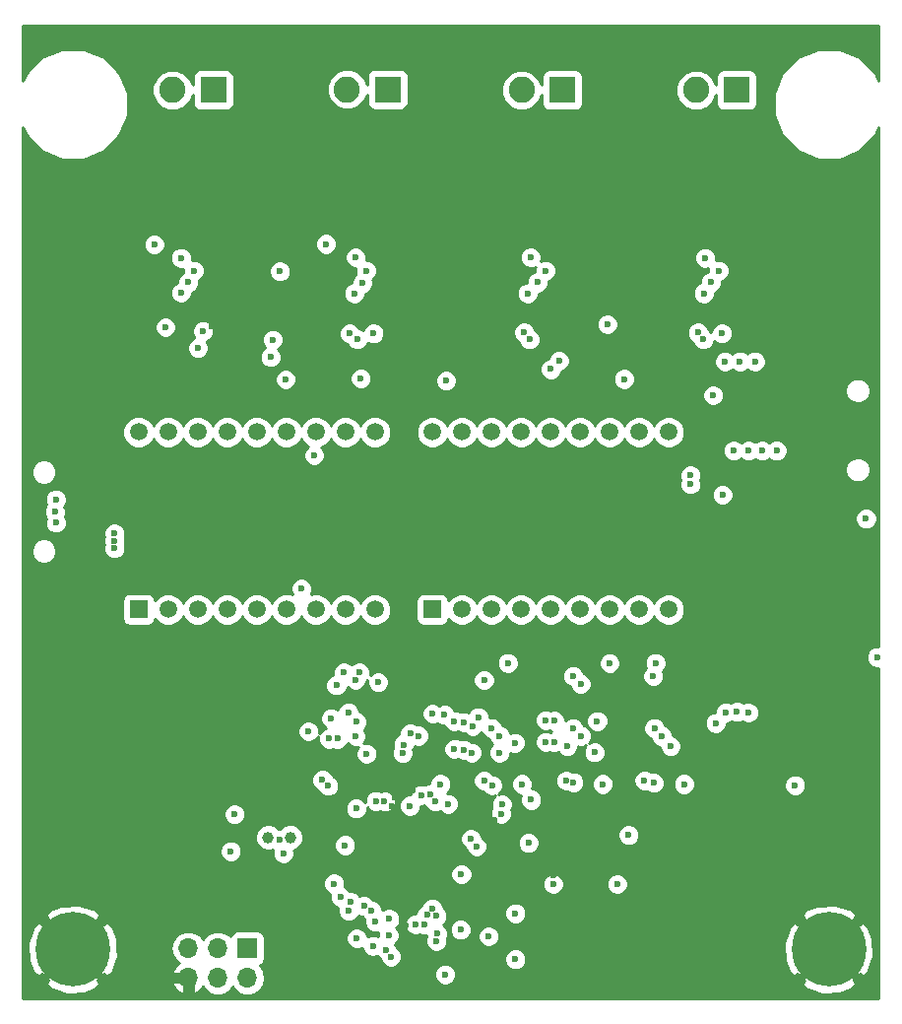
<source format=gbr>
G04 #@! TF.GenerationSoftware,KiCad,Pcbnew,(5.0-dev-4115-gdd04bcb)*
G04 #@! TF.CreationDate,2018-03-06T13:39:24-08:00*
G04 #@! TF.ProjectId,Thermocouple Data Logger,546865726D6F636F75706C6520446174,rev?*
G04 #@! TF.SameCoordinates,Original*
G04 #@! TF.FileFunction,Copper,L2,Inr,Plane*
G04 #@! TF.FilePolarity,Positive*
%FSLAX46Y46*%
G04 Gerber Fmt 4.6, Leading zero omitted, Abs format (unit mm)*
G04 Created by KiCad (PCBNEW (5.0-dev-4115-gdd04bcb)) date Tuesday, March 06, 2018 at 01:39:24 PM*
%MOMM*%
%LPD*%
G01*
G04 APERTURE LIST*
%ADD10R,1.500000X1.500000*%
%ADD11C,1.500000*%
%ADD12C,2.250000*%
%ADD13R,2.250000X2.250000*%
%ADD14O,1.700000X1.700000*%
%ADD15R,1.700000X1.700000*%
%ADD16C,1.000000*%
%ADD17C,0.800000*%
%ADD18C,6.400000*%
%ADD19C,0.600000*%
%ADD20C,0.250000*%
%ADD21C,0.254000*%
G04 APERTURE END LIST*
D10*
X119650000Y-99900000D03*
D11*
X122190000Y-99900000D03*
X124730000Y-99900000D03*
X127270000Y-99900000D03*
X129810000Y-99900000D03*
X132350000Y-99900000D03*
X134890000Y-99900000D03*
X137430000Y-99900000D03*
X139970000Y-99900000D03*
X139970000Y-84660000D03*
X137430000Y-84660000D03*
X134890000Y-84660000D03*
X132350000Y-84660000D03*
X129810000Y-84660000D03*
X127270000Y-84660000D03*
X124730000Y-84660000D03*
X122190000Y-84660000D03*
X119650000Y-84660000D03*
D12*
X122575000Y-55275000D03*
D13*
X126075000Y-55275000D03*
X141075000Y-55225000D03*
D12*
X137575000Y-55225000D03*
D13*
X156075000Y-55275000D03*
D12*
X152575000Y-55275000D03*
X167575000Y-55275000D03*
D13*
X171075000Y-55275000D03*
D14*
X123920000Y-131540000D03*
X123920000Y-129000000D03*
X126460000Y-131540000D03*
X126460000Y-129000000D03*
X129000000Y-131540000D03*
D15*
X129000000Y-129000000D03*
D10*
X144900000Y-99900000D03*
D11*
X147440000Y-99900000D03*
X149980000Y-99900000D03*
X152520000Y-99900000D03*
X155060000Y-99900000D03*
X157600000Y-99900000D03*
X160140000Y-99900000D03*
X162680000Y-99900000D03*
X165220000Y-99900000D03*
X165220000Y-84660000D03*
X162680000Y-84660000D03*
X160140000Y-84660000D03*
X157600000Y-84660000D03*
X155060000Y-84660000D03*
X152520000Y-84660000D03*
X149980000Y-84660000D03*
X147440000Y-84660000D03*
X144900000Y-84660000D03*
D16*
X130800000Y-119500000D03*
X132700000Y-119500000D03*
D17*
X115697056Y-127402944D03*
X114000000Y-126700000D03*
X112302944Y-127402944D03*
X111600000Y-129100000D03*
X112302944Y-130797056D03*
X114000000Y-131500000D03*
X115697056Y-130797056D03*
X116400000Y-129100000D03*
D18*
X114000000Y-129100000D03*
X179000000Y-129100000D03*
D17*
X181400000Y-129100000D03*
X180697056Y-130797056D03*
X179000000Y-131500000D03*
X177302944Y-130797056D03*
X176600000Y-129100000D03*
X177302944Y-127402944D03*
X179000000Y-126700000D03*
X180697056Y-127402944D03*
D19*
X141449992Y-116800000D03*
X165150000Y-76000000D03*
X165350000Y-76825000D03*
X143168778Y-115459043D03*
X152123866Y-117804635D03*
X151300000Y-114600000D03*
X150249019Y-118009522D03*
X135400000Y-76874990D03*
X135200000Y-75224990D03*
X120149891Y-75654269D03*
X141650002Y-116050000D03*
X141200000Y-114700000D03*
X144224998Y-129800032D03*
X144200000Y-131650000D03*
X142625000Y-127025000D03*
X136000000Y-121525000D03*
X136000000Y-120875010D03*
X129300000Y-116750000D03*
X129450000Y-117550000D03*
X133900000Y-117550000D03*
X164000000Y-130000000D03*
X175800000Y-104900000D03*
X175699998Y-106450000D03*
X175850000Y-108050000D03*
X165200000Y-65800000D03*
X166500000Y-67200000D03*
X171600000Y-68500000D03*
X171200000Y-75600000D03*
X173400000Y-65800000D03*
X156600000Y-68500000D03*
X141600000Y-68500000D03*
X126600000Y-68500000D03*
X158400000Y-65700000D03*
X150200000Y-65700000D03*
X151500000Y-67150000D03*
X156125000Y-75600000D03*
X150228867Y-77053837D03*
X150199992Y-75800000D03*
X136500000Y-67200000D03*
X135300000Y-65800000D03*
X143400000Y-65800000D03*
X141000000Y-75600000D03*
X120200000Y-65800000D03*
X121500000Y-67200000D03*
X128400000Y-65800000D03*
X125900000Y-75600000D03*
X121500000Y-124000000D03*
X126800000Y-119000000D03*
X126800000Y-111600000D03*
X162100000Y-107300000D03*
X155200000Y-107300000D03*
X148100000Y-107300000D03*
X141100000Y-107300000D03*
X134100000Y-107300000D03*
X162800000Y-120600000D03*
X156300000Y-118650000D03*
X136010000Y-122210000D03*
X148950000Y-123050000D03*
X147900000Y-121250000D03*
X147100000Y-121174998D03*
X142650000Y-126250000D03*
X135850000Y-132600000D03*
X144150000Y-132600000D03*
X171100000Y-113500000D03*
X175500000Y-112150000D03*
X178500000Y-110850000D03*
X178500000Y-112100000D03*
X111050000Y-108550000D03*
X111600000Y-124000000D03*
X135000000Y-126900000D03*
X148250000Y-131900000D03*
X150550000Y-127000000D03*
X162200000Y-126400000D03*
X154250000Y-126400000D03*
X155300000Y-122700000D03*
X153950000Y-122250000D03*
X169100000Y-114850000D03*
X165300000Y-114600000D03*
X162200000Y-114900000D03*
X155100000Y-114900004D03*
X158350000Y-114600000D03*
X148100000Y-114950000D03*
X144300000Y-114600000D03*
X137450000Y-116050000D03*
X137300000Y-114600000D03*
X177200000Y-75550000D03*
X173600000Y-74650000D03*
X174300000Y-75550000D03*
X175750000Y-75550000D03*
X177900000Y-74650000D03*
X153175000Y-119950000D03*
X148721995Y-120266698D03*
X142978128Y-116762979D03*
X137400000Y-120150000D03*
X121950355Y-75654269D03*
X127900000Y-117500000D03*
X147400000Y-122650000D03*
X141196037Y-126480773D03*
X112550000Y-92450000D03*
X112550000Y-90450000D03*
X112450000Y-91500000D03*
X146000000Y-131250000D03*
X152050000Y-129950000D03*
X152050000Y-126000000D03*
X172100000Y-108750000D03*
X170100000Y-108750000D03*
X171100000Y-108700000D03*
X176100000Y-115000000D03*
X170800000Y-86250000D03*
X172100000Y-86250000D03*
X173250000Y-86250000D03*
X174500000Y-86250000D03*
X123300000Y-69700000D03*
X141359023Y-129721919D03*
X149750000Y-127975000D03*
X135950000Y-115050000D03*
X135450000Y-114550000D03*
X117574990Y-94650000D03*
X117574990Y-93350000D03*
X117574990Y-94000000D03*
X157050000Y-114750000D03*
X144900000Y-125581288D03*
X139250000Y-112300000D03*
X142350000Y-112250000D03*
X145600000Y-114900000D03*
X149350000Y-114600000D03*
X156400000Y-114600000D03*
X152600000Y-114900000D03*
X159550000Y-114900000D03*
X166550000Y-114900000D03*
X163150000Y-114600000D03*
X163950000Y-114800000D03*
X167100000Y-89150000D03*
X167100000Y-88350000D03*
X161774999Y-119275001D03*
X148224999Y-119600000D03*
X170050000Y-78600000D03*
X140020231Y-126729769D03*
X138300000Y-69650000D03*
X138450000Y-76700000D03*
X137800000Y-76200000D03*
X139691711Y-125777086D03*
X153350000Y-69650000D03*
X171350000Y-78600000D03*
X153250000Y-76700000D03*
X152800004Y-76100000D03*
X139025000Y-125350000D03*
X168350000Y-69700000D03*
X172650000Y-78600000D03*
X168200000Y-76700000D03*
X167750000Y-76100000D03*
X141175000Y-127900004D03*
X138400000Y-128150000D03*
X160800000Y-123500000D03*
X182200000Y-92100000D03*
X183150001Y-103999999D03*
X145309741Y-127709739D03*
X155300000Y-123500001D03*
X127575000Y-120675000D03*
X145261447Y-128408083D03*
X139802954Y-128797292D03*
X140922092Y-129175012D03*
X147325000Y-127400000D03*
X145281250Y-126225000D03*
X137708083Y-125799999D03*
X132100000Y-120875000D03*
X131756173Y-119713710D03*
X133650000Y-98100000D03*
X138300000Y-110775010D03*
X132300000Y-80150000D03*
X138640731Y-105303186D03*
X138358732Y-109558732D03*
X137691268Y-108741268D03*
X136200000Y-109250000D03*
X134249718Y-110374990D03*
X134750000Y-86650000D03*
X136650000Y-106425000D03*
X138750000Y-80050000D03*
X145950001Y-108950000D03*
X137300000Y-105300000D03*
X144900000Y-108850000D03*
X140250011Y-106150000D03*
X138300000Y-105950000D03*
X148861728Y-109150011D03*
X146100000Y-80250000D03*
X151400000Y-104500000D03*
X149350000Y-105960011D03*
X161400000Y-80100000D03*
X157650000Y-106300000D03*
X160150000Y-104510000D03*
X157000000Y-105610017D03*
X164100000Y-104500000D03*
X163900000Y-105610001D03*
X169850000Y-90050000D03*
X169263713Y-109663713D03*
X150675000Y-112200000D03*
X144441283Y-126110048D03*
X136747992Y-111000031D03*
X164600000Y-110750000D03*
X143700000Y-110750000D03*
X150700000Y-110750000D03*
X157650000Y-110750000D03*
X150050000Y-115000005D03*
X144200000Y-127000000D03*
X136008465Y-111000031D03*
X143000000Y-110575021D03*
X150000000Y-110100000D03*
X164000000Y-110100000D03*
X157000000Y-110100000D03*
X146250000Y-116600000D03*
X143450000Y-126950000D03*
X121000000Y-68550000D03*
X137900000Y-125050000D03*
X124750000Y-77450000D03*
X136450000Y-123450000D03*
X131200000Y-76725000D03*
X140045731Y-116350063D03*
X139850000Y-76175000D03*
X140745666Y-116339711D03*
X135750000Y-68500000D03*
X131800000Y-70850000D03*
X131000000Y-78225000D03*
X155800000Y-78525000D03*
X146808425Y-109484340D03*
X146800000Y-111900000D03*
X147599998Y-109600000D03*
X147600004Y-111950000D03*
X155100000Y-79250000D03*
X144721655Y-115814118D03*
X148376109Y-109913056D03*
X148302356Y-112203865D03*
X159950000Y-75400000D03*
X145123606Y-116387213D03*
X159082725Y-109482737D03*
X158850000Y-112175000D03*
X153400000Y-116250000D03*
X150900002Y-116650000D03*
X169809089Y-76175000D03*
X154650000Y-109400000D03*
X154650000Y-111275000D03*
X155400000Y-111300000D03*
X150820536Y-117449711D03*
X155400000Y-109450000D03*
X169050000Y-81500000D03*
X138883404Y-71859074D03*
X125195622Y-75979280D03*
X137000000Y-124600000D03*
X138350000Y-117000000D03*
X143938354Y-115836077D03*
X168250000Y-72750000D03*
X153100000Y-72750000D03*
X138200000Y-72750000D03*
X123300000Y-72700000D03*
X169550000Y-70800000D03*
X154650000Y-70800000D03*
X139200000Y-70800000D03*
X124400000Y-70800000D03*
X168850000Y-71800000D03*
X153950000Y-71800000D03*
X123900000Y-71800000D03*
X142423111Y-111512434D03*
X152000000Y-111350000D03*
X165400000Y-111650000D03*
X156500000Y-111650000D03*
D20*
X136485000Y-122010000D02*
X136000000Y-121525000D01*
X136760000Y-122010000D02*
X136485000Y-122010000D01*
X156125000Y-75600000D02*
X156125000Y-68650000D01*
X135300000Y-65800000D02*
X136700000Y-67200000D01*
X179600000Y-111950000D02*
X178500000Y-110850000D01*
X179600000Y-112000000D02*
X179600000Y-111950000D01*
X166700000Y-117250000D02*
X152650000Y-117250000D01*
X169100000Y-114850000D02*
X166700000Y-117250000D01*
D21*
G36*
X183290001Y-54504732D02*
X183007357Y-53822370D01*
X181677630Y-52492643D01*
X179940259Y-51773000D01*
X178059741Y-51773000D01*
X176322370Y-52492643D01*
X174992643Y-53822370D01*
X174273000Y-55559741D01*
X174273000Y-57440259D01*
X174992643Y-59177630D01*
X176322370Y-60507357D01*
X178059741Y-61227000D01*
X179940259Y-61227000D01*
X181677630Y-60507357D01*
X183007357Y-59177630D01*
X183290001Y-58495268D01*
X183290000Y-103064999D01*
X182964018Y-103064999D01*
X182620366Y-103207344D01*
X182357346Y-103470364D01*
X182215001Y-103814016D01*
X182215001Y-104185982D01*
X182357346Y-104529634D01*
X182620366Y-104792654D01*
X182964018Y-104934999D01*
X183290000Y-104934999D01*
X183290000Y-133290000D01*
X109710000Y-133290000D01*
X109710000Y-132003233D01*
X111624268Y-132003233D01*
X112013927Y-132468182D01*
X113454055Y-132971832D01*
X114977299Y-132886030D01*
X115986073Y-132468182D01*
X116266752Y-132133270D01*
X122558626Y-132133270D01*
X122889289Y-132609085D01*
X123326735Y-132901345D01*
X123547000Y-132812718D01*
X123547000Y-131913000D01*
X122641329Y-131913000D01*
X122558626Y-132133270D01*
X116266752Y-132133270D01*
X116375732Y-132003233D01*
X116130914Y-131758415D01*
X116144287Y-131752876D01*
X116173599Y-131556442D01*
X115697056Y-131079899D01*
X115574727Y-131202228D01*
X115291884Y-130919385D01*
X115414213Y-130797056D01*
X114937670Y-130320513D01*
X114741236Y-130349825D01*
X114737501Y-130365003D01*
X114000000Y-129627502D01*
X113264303Y-130363198D01*
X113258764Y-130349825D01*
X113062330Y-130320513D01*
X112585787Y-130797056D01*
X112708116Y-130919385D01*
X112425273Y-131202228D01*
X112302944Y-131079899D01*
X111826401Y-131556442D01*
X111855713Y-131752876D01*
X111870890Y-131756611D01*
X111624268Y-132003233D01*
X109710000Y-132003233D01*
X109710000Y-128554055D01*
X110128168Y-128554055D01*
X110213970Y-130077299D01*
X110631818Y-131086073D01*
X111096767Y-131475732D01*
X111341585Y-131230914D01*
X111347124Y-131244287D01*
X111543558Y-131273599D01*
X112020101Y-130797056D01*
X111897772Y-130674727D01*
X112180615Y-130391884D01*
X112302944Y-130514213D01*
X112779487Y-130037670D01*
X112750175Y-129841236D01*
X112734997Y-129837501D01*
X113472498Y-129100000D01*
X114527502Y-129100000D01*
X115263198Y-129835697D01*
X115249825Y-129841236D01*
X115220513Y-130037670D01*
X115697056Y-130514213D01*
X115819385Y-130391884D01*
X116102228Y-130674727D01*
X115979899Y-130797056D01*
X116456442Y-131273599D01*
X116652876Y-131244287D01*
X116656611Y-131229110D01*
X116903233Y-131475732D01*
X117368182Y-131086073D01*
X117871832Y-129645945D01*
X117835447Y-129000000D01*
X122405908Y-129000000D01*
X122521161Y-129579418D01*
X122849375Y-130070625D01*
X123168886Y-130284115D01*
X122889289Y-130470915D01*
X122558626Y-130946730D01*
X122641329Y-131167000D01*
X123547000Y-131167000D01*
X123547000Y-131147000D01*
X124293000Y-131147000D01*
X124293000Y-131167000D01*
X124313000Y-131167000D01*
X124313000Y-131913000D01*
X124293000Y-131913000D01*
X124293000Y-132812718D01*
X124513265Y-132901345D01*
X124950711Y-132609085D01*
X125173824Y-132288031D01*
X125389375Y-132610625D01*
X125880582Y-132938839D01*
X126313744Y-133025000D01*
X126606256Y-133025000D01*
X127039418Y-132938839D01*
X127530625Y-132610625D01*
X127730000Y-132312239D01*
X127929375Y-132610625D01*
X128420582Y-132938839D01*
X128853744Y-133025000D01*
X129146256Y-133025000D01*
X129579418Y-132938839D01*
X130070625Y-132610625D01*
X130398839Y-132119418D01*
X130514092Y-131540000D01*
X130419414Y-131064017D01*
X145065000Y-131064017D01*
X145065000Y-131435983D01*
X145207345Y-131779635D01*
X145470365Y-132042655D01*
X145814017Y-132185000D01*
X146185983Y-132185000D01*
X146529635Y-132042655D01*
X146569057Y-132003233D01*
X176624268Y-132003233D01*
X177013927Y-132468182D01*
X178454055Y-132971832D01*
X179977299Y-132886030D01*
X180986073Y-132468182D01*
X181375732Y-132003233D01*
X181130914Y-131758415D01*
X181144287Y-131752876D01*
X181173599Y-131556442D01*
X180697056Y-131079899D01*
X180574727Y-131202228D01*
X180291884Y-130919385D01*
X180414213Y-130797056D01*
X179937670Y-130320513D01*
X179741236Y-130349825D01*
X179737501Y-130365003D01*
X179000000Y-129627502D01*
X178264303Y-130363198D01*
X178258764Y-130349825D01*
X178062330Y-130320513D01*
X177585787Y-130797056D01*
X177708116Y-130919385D01*
X177425273Y-131202228D01*
X177302944Y-131079899D01*
X176826401Y-131556442D01*
X176855713Y-131752876D01*
X176870890Y-131756611D01*
X176624268Y-132003233D01*
X146569057Y-132003233D01*
X146792655Y-131779635D01*
X146935000Y-131435983D01*
X146935000Y-131064017D01*
X146792655Y-130720365D01*
X146529635Y-130457345D01*
X146185983Y-130315000D01*
X145814017Y-130315000D01*
X145470365Y-130457345D01*
X145207345Y-130720365D01*
X145065000Y-131064017D01*
X130419414Y-131064017D01*
X130398839Y-130960582D01*
X130070625Y-130469375D01*
X130052381Y-130457184D01*
X130097765Y-130448157D01*
X130307809Y-130307809D01*
X130448157Y-130097765D01*
X130497440Y-129850000D01*
X130497440Y-128150000D01*
X130448157Y-127902235D01*
X130307809Y-127692191D01*
X130097765Y-127551843D01*
X129850000Y-127502560D01*
X128150000Y-127502560D01*
X127902235Y-127551843D01*
X127692191Y-127692191D01*
X127551843Y-127902235D01*
X127542816Y-127947619D01*
X127530625Y-127929375D01*
X127039418Y-127601161D01*
X126606256Y-127515000D01*
X126313744Y-127515000D01*
X125880582Y-127601161D01*
X125389375Y-127929375D01*
X125190000Y-128227761D01*
X124990625Y-127929375D01*
X124499418Y-127601161D01*
X124066256Y-127515000D01*
X123773744Y-127515000D01*
X123340582Y-127601161D01*
X122849375Y-127929375D01*
X122521161Y-128420582D01*
X122405908Y-129000000D01*
X117835447Y-129000000D01*
X117786030Y-128122701D01*
X117368182Y-127113927D01*
X116903233Y-126724268D01*
X116658415Y-126969086D01*
X116652876Y-126955713D01*
X116456442Y-126926401D01*
X115979899Y-127402944D01*
X116102228Y-127525273D01*
X115819385Y-127808116D01*
X115697056Y-127685787D01*
X115220513Y-128162330D01*
X115249825Y-128358764D01*
X115265003Y-128362499D01*
X114527502Y-129100000D01*
X113472498Y-129100000D01*
X112736802Y-128364303D01*
X112750175Y-128358764D01*
X112779487Y-128162330D01*
X112302944Y-127685787D01*
X112180615Y-127808116D01*
X111897772Y-127525273D01*
X112020101Y-127402944D01*
X111543558Y-126926401D01*
X111347124Y-126955713D01*
X111343389Y-126970890D01*
X111096767Y-126724268D01*
X110631818Y-127113927D01*
X110128168Y-128554055D01*
X109710000Y-128554055D01*
X109710000Y-126196767D01*
X111624268Y-126196767D01*
X111869086Y-126441585D01*
X111855713Y-126447124D01*
X111826401Y-126643558D01*
X112302944Y-127120101D01*
X112425273Y-126997772D01*
X112708116Y-127280615D01*
X112585787Y-127402944D01*
X113062330Y-127879487D01*
X113258764Y-127850175D01*
X113262499Y-127834997D01*
X114000000Y-128572498D01*
X114735697Y-127836802D01*
X114741236Y-127850175D01*
X114937670Y-127879487D01*
X115414213Y-127402944D01*
X115291884Y-127280615D01*
X115574727Y-126997772D01*
X115697056Y-127120101D01*
X116173599Y-126643558D01*
X116144287Y-126447124D01*
X116129110Y-126443389D01*
X116375732Y-126196767D01*
X115986073Y-125731818D01*
X114545945Y-125228168D01*
X113022701Y-125313970D01*
X112013927Y-125731818D01*
X111624268Y-126196767D01*
X109710000Y-126196767D01*
X109710000Y-123264017D01*
X135515000Y-123264017D01*
X135515000Y-123635983D01*
X135657345Y-123979635D01*
X135920365Y-124242655D01*
X136104404Y-124318886D01*
X136065000Y-124414017D01*
X136065000Y-124785983D01*
X136207345Y-125129635D01*
X136470365Y-125392655D01*
X136807014Y-125532099D01*
X136773083Y-125614016D01*
X136773083Y-125985982D01*
X136915428Y-126329634D01*
X137178448Y-126592654D01*
X137522100Y-126734999D01*
X137894066Y-126734999D01*
X138237718Y-126592654D01*
X138500738Y-126329634D01*
X138566058Y-126171937D01*
X138839017Y-126285000D01*
X138890059Y-126285000D01*
X138899056Y-126306721D01*
X139100136Y-126507801D01*
X139085231Y-126543786D01*
X139085231Y-126915752D01*
X139227576Y-127259404D01*
X139490596Y-127522424D01*
X139834248Y-127664769D01*
X140206214Y-127664769D01*
X140271623Y-127637676D01*
X140240000Y-127714021D01*
X140240000Y-127966285D01*
X139988937Y-127862292D01*
X139616971Y-127862292D01*
X139335000Y-127979088D01*
X139335000Y-127964017D01*
X139192655Y-127620365D01*
X138929635Y-127357345D01*
X138585983Y-127215000D01*
X138214017Y-127215000D01*
X137870365Y-127357345D01*
X137607345Y-127620365D01*
X137465000Y-127964017D01*
X137465000Y-128335983D01*
X137607345Y-128679635D01*
X137870365Y-128942655D01*
X138214017Y-129085000D01*
X138585983Y-129085000D01*
X138867954Y-128968204D01*
X138867954Y-128983275D01*
X139010299Y-129326927D01*
X139273319Y-129589947D01*
X139616971Y-129732292D01*
X139988937Y-129732292D01*
X140118635Y-129678569D01*
X140129437Y-129704647D01*
X140392457Y-129967667D01*
X140460443Y-129995828D01*
X140566368Y-130251554D01*
X140829388Y-130514574D01*
X141173040Y-130656919D01*
X141545006Y-130656919D01*
X141888658Y-130514574D01*
X142151678Y-130251554D01*
X142294023Y-129907902D01*
X142294023Y-129764017D01*
X151115000Y-129764017D01*
X151115000Y-130135983D01*
X151257345Y-130479635D01*
X151520365Y-130742655D01*
X151864017Y-130885000D01*
X152235983Y-130885000D01*
X152579635Y-130742655D01*
X152842655Y-130479635D01*
X152985000Y-130135983D01*
X152985000Y-129764017D01*
X152842655Y-129420365D01*
X152579635Y-129157345D01*
X152235983Y-129015000D01*
X151864017Y-129015000D01*
X151520365Y-129157345D01*
X151257345Y-129420365D01*
X151115000Y-129764017D01*
X142294023Y-129764017D01*
X142294023Y-129535936D01*
X142151678Y-129192284D01*
X141888658Y-128929264D01*
X141820672Y-128901103D01*
X141725634Y-128671660D01*
X141967655Y-128429639D01*
X142110000Y-128085987D01*
X142110000Y-127714021D01*
X141967655Y-127370369D01*
X141798193Y-127200907D01*
X141988692Y-127010408D01*
X142090750Y-126764017D01*
X142515000Y-126764017D01*
X142515000Y-127135983D01*
X142657345Y-127479635D01*
X142920365Y-127742655D01*
X143264017Y-127885000D01*
X143635983Y-127885000D01*
X143764645Y-127831707D01*
X144014017Y-127935000D01*
X144385983Y-127935000D01*
X144390274Y-127933223D01*
X144418189Y-128000615D01*
X144326447Y-128222100D01*
X144326447Y-128594066D01*
X144468792Y-128937718D01*
X144731812Y-129200738D01*
X145075464Y-129343083D01*
X145447430Y-129343083D01*
X145791082Y-129200738D01*
X146054102Y-128937718D01*
X146196447Y-128594066D01*
X146196447Y-128222100D01*
X146152999Y-128117207D01*
X146244741Y-127895722D01*
X146244741Y-127523756D01*
X146116444Y-127214017D01*
X146390000Y-127214017D01*
X146390000Y-127585983D01*
X146532345Y-127929635D01*
X146795365Y-128192655D01*
X147139017Y-128335000D01*
X147510983Y-128335000D01*
X147854635Y-128192655D01*
X148117655Y-127929635D01*
X148175900Y-127789017D01*
X148815000Y-127789017D01*
X148815000Y-128160983D01*
X148957345Y-128504635D01*
X149220365Y-128767655D01*
X149564017Y-128910000D01*
X149935983Y-128910000D01*
X150279635Y-128767655D01*
X150493235Y-128554055D01*
X175128168Y-128554055D01*
X175213970Y-130077299D01*
X175631818Y-131086073D01*
X176096767Y-131475732D01*
X176341585Y-131230914D01*
X176347124Y-131244287D01*
X176543558Y-131273599D01*
X177020101Y-130797056D01*
X176897772Y-130674727D01*
X177180615Y-130391884D01*
X177302944Y-130514213D01*
X177779487Y-130037670D01*
X177750175Y-129841236D01*
X177734997Y-129837501D01*
X178472498Y-129100000D01*
X179527502Y-129100000D01*
X180263198Y-129835697D01*
X180249825Y-129841236D01*
X180220513Y-130037670D01*
X180697056Y-130514213D01*
X180819385Y-130391884D01*
X181102228Y-130674727D01*
X180979899Y-130797056D01*
X181456442Y-131273599D01*
X181652876Y-131244287D01*
X181656611Y-131229110D01*
X181903233Y-131475732D01*
X182368182Y-131086073D01*
X182871832Y-129645945D01*
X182786030Y-128122701D01*
X182368182Y-127113927D01*
X181903233Y-126724268D01*
X181658415Y-126969086D01*
X181652876Y-126955713D01*
X181456442Y-126926401D01*
X180979899Y-127402944D01*
X181102228Y-127525273D01*
X180819385Y-127808116D01*
X180697056Y-127685787D01*
X180220513Y-128162330D01*
X180249825Y-128358764D01*
X180265003Y-128362499D01*
X179527502Y-129100000D01*
X178472498Y-129100000D01*
X177736802Y-128364303D01*
X177750175Y-128358764D01*
X177779487Y-128162330D01*
X177302944Y-127685787D01*
X177180615Y-127808116D01*
X176897772Y-127525273D01*
X177020101Y-127402944D01*
X176543558Y-126926401D01*
X176347124Y-126955713D01*
X176343389Y-126970890D01*
X176096767Y-126724268D01*
X175631818Y-127113927D01*
X175128168Y-128554055D01*
X150493235Y-128554055D01*
X150542655Y-128504635D01*
X150685000Y-128160983D01*
X150685000Y-127789017D01*
X150542655Y-127445365D01*
X150279635Y-127182345D01*
X149935983Y-127040000D01*
X149564017Y-127040000D01*
X149220365Y-127182345D01*
X148957345Y-127445365D01*
X148815000Y-127789017D01*
X148175900Y-127789017D01*
X148260000Y-127585983D01*
X148260000Y-127214017D01*
X148117655Y-126870365D01*
X147854635Y-126607345D01*
X147510983Y-126465000D01*
X147139017Y-126465000D01*
X146795365Y-126607345D01*
X146532345Y-126870365D01*
X146390000Y-127214017D01*
X146116444Y-127214017D01*
X146102396Y-127180104D01*
X145875416Y-126953124D01*
X146073905Y-126754635D01*
X146216250Y-126410983D01*
X146216250Y-126039017D01*
X146123053Y-125814017D01*
X151115000Y-125814017D01*
X151115000Y-126185983D01*
X151257345Y-126529635D01*
X151520365Y-126792655D01*
X151864017Y-126935000D01*
X152235983Y-126935000D01*
X152579635Y-126792655D01*
X152842655Y-126529635D01*
X152980533Y-126196767D01*
X176624268Y-126196767D01*
X176869086Y-126441585D01*
X176855713Y-126447124D01*
X176826401Y-126643558D01*
X177302944Y-127120101D01*
X177425273Y-126997772D01*
X177708116Y-127280615D01*
X177585787Y-127402944D01*
X178062330Y-127879487D01*
X178258764Y-127850175D01*
X178262499Y-127834997D01*
X179000000Y-128572498D01*
X179735697Y-127836802D01*
X179741236Y-127850175D01*
X179937670Y-127879487D01*
X180414213Y-127402944D01*
X180291884Y-127280615D01*
X180574727Y-126997772D01*
X180697056Y-127120101D01*
X181173599Y-126643558D01*
X181144287Y-126447124D01*
X181129110Y-126443389D01*
X181375732Y-126196767D01*
X180986073Y-125731818D01*
X179545945Y-125228168D01*
X178022701Y-125313970D01*
X177013927Y-125731818D01*
X176624268Y-126196767D01*
X152980533Y-126196767D01*
X152985000Y-126185983D01*
X152985000Y-125814017D01*
X152842655Y-125470365D01*
X152579635Y-125207345D01*
X152235983Y-125065000D01*
X151864017Y-125065000D01*
X151520365Y-125207345D01*
X151257345Y-125470365D01*
X151115000Y-125814017D01*
X146123053Y-125814017D01*
X146073905Y-125695365D01*
X145835000Y-125456460D01*
X145835000Y-125395305D01*
X145692655Y-125051653D01*
X145429635Y-124788633D01*
X145085983Y-124646288D01*
X144714017Y-124646288D01*
X144370365Y-124788633D01*
X144107345Y-125051653D01*
X144015005Y-125274581D01*
X143911648Y-125317393D01*
X143648628Y-125580413D01*
X143506283Y-125924065D01*
X143506283Y-126015000D01*
X143264017Y-126015000D01*
X142920365Y-126157345D01*
X142657345Y-126420365D01*
X142515000Y-126764017D01*
X142090750Y-126764017D01*
X142131037Y-126666756D01*
X142131037Y-126294790D01*
X141988692Y-125951138D01*
X141725672Y-125688118D01*
X141382020Y-125545773D01*
X141010054Y-125545773D01*
X140666402Y-125688118D01*
X140626711Y-125727809D01*
X140626711Y-125591103D01*
X140484366Y-125247451D01*
X140221346Y-124984431D01*
X139877694Y-124842086D01*
X139826652Y-124842086D01*
X139817655Y-124820365D01*
X139554635Y-124557345D01*
X139210983Y-124415000D01*
X138839017Y-124415000D01*
X138661019Y-124488729D01*
X138429635Y-124257345D01*
X138085983Y-124115000D01*
X137811143Y-124115000D01*
X137792655Y-124070365D01*
X137529635Y-123807345D01*
X137345596Y-123731114D01*
X137385000Y-123635983D01*
X137385000Y-123264017D01*
X137242655Y-122920365D01*
X136979635Y-122657345D01*
X136635983Y-122515000D01*
X136264017Y-122515000D01*
X135920365Y-122657345D01*
X135657345Y-122920365D01*
X135515000Y-123264017D01*
X109710000Y-123264017D01*
X109710000Y-122464017D01*
X146465000Y-122464017D01*
X146465000Y-122835983D01*
X146607345Y-123179635D01*
X146870365Y-123442655D01*
X147214017Y-123585000D01*
X147585983Y-123585000D01*
X147929635Y-123442655D01*
X148058272Y-123314018D01*
X154365000Y-123314018D01*
X154365000Y-123685984D01*
X154507345Y-124029636D01*
X154770365Y-124292656D01*
X155114017Y-124435001D01*
X155485983Y-124435001D01*
X155829635Y-124292656D01*
X156092655Y-124029636D01*
X156235000Y-123685984D01*
X156235000Y-123314018D01*
X156235000Y-123314017D01*
X159865000Y-123314017D01*
X159865000Y-123685983D01*
X160007345Y-124029635D01*
X160270365Y-124292655D01*
X160614017Y-124435000D01*
X160985983Y-124435000D01*
X161329635Y-124292655D01*
X161592655Y-124029635D01*
X161735000Y-123685983D01*
X161735000Y-123314017D01*
X161592655Y-122970365D01*
X161329635Y-122707345D01*
X160985983Y-122565000D01*
X160614017Y-122565000D01*
X160270365Y-122707345D01*
X160007345Y-122970365D01*
X159865000Y-123314017D01*
X156235000Y-123314017D01*
X156092655Y-122970366D01*
X155829635Y-122707346D01*
X155485983Y-122565001D01*
X155114017Y-122565001D01*
X154770365Y-122707346D01*
X154507345Y-122970366D01*
X154365000Y-123314018D01*
X148058272Y-123314018D01*
X148192655Y-123179635D01*
X148335000Y-122835983D01*
X148335000Y-122464017D01*
X148192655Y-122120365D01*
X147929635Y-121857345D01*
X147585983Y-121715000D01*
X147214017Y-121715000D01*
X146870365Y-121857345D01*
X146607345Y-122120365D01*
X146465000Y-122464017D01*
X109710000Y-122464017D01*
X109710000Y-120489017D01*
X126640000Y-120489017D01*
X126640000Y-120860983D01*
X126782345Y-121204635D01*
X127045365Y-121467655D01*
X127389017Y-121610000D01*
X127760983Y-121610000D01*
X128104635Y-121467655D01*
X128367655Y-121204635D01*
X128510000Y-120860983D01*
X128510000Y-120489017D01*
X128367655Y-120145365D01*
X128104635Y-119882345D01*
X127760983Y-119740000D01*
X127389017Y-119740000D01*
X127045365Y-119882345D01*
X126782345Y-120145365D01*
X126640000Y-120489017D01*
X109710000Y-120489017D01*
X109710000Y-119274234D01*
X129665000Y-119274234D01*
X129665000Y-119725766D01*
X129837793Y-120142926D01*
X130157074Y-120462207D01*
X130574234Y-120635000D01*
X131025766Y-120635000D01*
X131220845Y-120554196D01*
X131165000Y-120689017D01*
X131165000Y-121060983D01*
X131307345Y-121404635D01*
X131570365Y-121667655D01*
X131914017Y-121810000D01*
X132285983Y-121810000D01*
X132629635Y-121667655D01*
X132892655Y-121404635D01*
X133035000Y-121060983D01*
X133035000Y-120689017D01*
X132999905Y-120604291D01*
X133342926Y-120462207D01*
X133662207Y-120142926D01*
X133736313Y-119964017D01*
X136465000Y-119964017D01*
X136465000Y-120335983D01*
X136607345Y-120679635D01*
X136870365Y-120942655D01*
X137214017Y-121085000D01*
X137585983Y-121085000D01*
X137929635Y-120942655D01*
X138192655Y-120679635D01*
X138335000Y-120335983D01*
X138335000Y-119964017D01*
X138192655Y-119620365D01*
X137986307Y-119414017D01*
X147289999Y-119414017D01*
X147289999Y-119785983D01*
X147432344Y-120129635D01*
X147695364Y-120392655D01*
X147786995Y-120430610D01*
X147786995Y-120452681D01*
X147929340Y-120796333D01*
X148192360Y-121059353D01*
X148536012Y-121201698D01*
X148907978Y-121201698D01*
X149251630Y-121059353D01*
X149514650Y-120796333D01*
X149656995Y-120452681D01*
X149656995Y-120080715D01*
X149525815Y-119764017D01*
X152240000Y-119764017D01*
X152240000Y-120135983D01*
X152382345Y-120479635D01*
X152645365Y-120742655D01*
X152989017Y-120885000D01*
X153360983Y-120885000D01*
X153704635Y-120742655D01*
X153967655Y-120479635D01*
X154110000Y-120135983D01*
X154110000Y-119764017D01*
X153967655Y-119420365D01*
X153704635Y-119157345D01*
X153539679Y-119089018D01*
X160839999Y-119089018D01*
X160839999Y-119460984D01*
X160982344Y-119804636D01*
X161245364Y-120067656D01*
X161589016Y-120210001D01*
X161960982Y-120210001D01*
X162304634Y-120067656D01*
X162567654Y-119804636D01*
X162709999Y-119460984D01*
X162709999Y-119089018D01*
X162567654Y-118745366D01*
X162304634Y-118482346D01*
X161960982Y-118340001D01*
X161589016Y-118340001D01*
X161245364Y-118482346D01*
X160982344Y-118745366D01*
X160839999Y-119089018D01*
X153539679Y-119089018D01*
X153360983Y-119015000D01*
X152989017Y-119015000D01*
X152645365Y-119157345D01*
X152382345Y-119420365D01*
X152240000Y-119764017D01*
X149525815Y-119764017D01*
X149514650Y-119737063D01*
X149251630Y-119474043D01*
X149159999Y-119436088D01*
X149159999Y-119414017D01*
X149017654Y-119070365D01*
X148754634Y-118807345D01*
X148410982Y-118665000D01*
X148039016Y-118665000D01*
X147695364Y-118807345D01*
X147432344Y-119070365D01*
X147289999Y-119414017D01*
X137986307Y-119414017D01*
X137929635Y-119357345D01*
X137585983Y-119215000D01*
X137214017Y-119215000D01*
X136870365Y-119357345D01*
X136607345Y-119620365D01*
X136465000Y-119964017D01*
X133736313Y-119964017D01*
X133835000Y-119725766D01*
X133835000Y-119274234D01*
X133662207Y-118857074D01*
X133342926Y-118537793D01*
X132925766Y-118365000D01*
X132474234Y-118365000D01*
X132057074Y-118537793D01*
X131816157Y-118778710D01*
X131683843Y-118778710D01*
X131442926Y-118537793D01*
X131025766Y-118365000D01*
X130574234Y-118365000D01*
X130157074Y-118537793D01*
X129837793Y-118857074D01*
X129665000Y-119274234D01*
X109710000Y-119274234D01*
X109710000Y-117314017D01*
X126965000Y-117314017D01*
X126965000Y-117685983D01*
X127107345Y-118029635D01*
X127370365Y-118292655D01*
X127714017Y-118435000D01*
X128085983Y-118435000D01*
X128429635Y-118292655D01*
X128692655Y-118029635D01*
X128835000Y-117685983D01*
X128835000Y-117314017D01*
X128692655Y-116970365D01*
X128536307Y-116814017D01*
X137415000Y-116814017D01*
X137415000Y-117185983D01*
X137557345Y-117529635D01*
X137820365Y-117792655D01*
X138164017Y-117935000D01*
X138535983Y-117935000D01*
X138879635Y-117792655D01*
X139142655Y-117529635D01*
X139285000Y-117185983D01*
X139285000Y-116907290D01*
X139520365Y-117142655D01*
X139864017Y-117285000D01*
X140235983Y-117285000D01*
X140385548Y-117223048D01*
X140641017Y-117328867D01*
X141012983Y-117328867D01*
X141356635Y-117186522D01*
X141619655Y-116923502D01*
X141762000Y-116579850D01*
X141762000Y-116576996D01*
X142043128Y-116576996D01*
X142043128Y-116948962D01*
X142185473Y-117292614D01*
X142448493Y-117555634D01*
X142792145Y-117697979D01*
X143164111Y-117697979D01*
X143507763Y-117555634D01*
X143770783Y-117292614D01*
X143913128Y-116948962D01*
X143913128Y-116771077D01*
X144124337Y-116771077D01*
X144249155Y-116719376D01*
X144330951Y-116916848D01*
X144593971Y-117179868D01*
X144937623Y-117322213D01*
X145309589Y-117322213D01*
X145550242Y-117222532D01*
X145720365Y-117392655D01*
X146064017Y-117535000D01*
X146435983Y-117535000D01*
X146779635Y-117392655D01*
X147042655Y-117129635D01*
X147185000Y-116785983D01*
X147185000Y-116414017D01*
X147042655Y-116070365D01*
X146779635Y-115807345D01*
X146435983Y-115665000D01*
X146157290Y-115665000D01*
X146392655Y-115429635D01*
X146535000Y-115085983D01*
X146535000Y-114714017D01*
X146410737Y-114414017D01*
X148415000Y-114414017D01*
X148415000Y-114785983D01*
X148557345Y-115129635D01*
X148820365Y-115392655D01*
X149164017Y-115535000D01*
X149262705Y-115535000D01*
X149520365Y-115792660D01*
X149864017Y-115935005D01*
X150235983Y-115935005D01*
X150332817Y-115894895D01*
X150107347Y-116120365D01*
X149965002Y-116464017D01*
X149965002Y-116835983D01*
X150013858Y-116953931D01*
X149885536Y-117263728D01*
X149885536Y-117635694D01*
X150027881Y-117979346D01*
X150290901Y-118242366D01*
X150634553Y-118384711D01*
X151006519Y-118384711D01*
X151350171Y-118242366D01*
X151613191Y-117979346D01*
X151755536Y-117635694D01*
X151755536Y-117263728D01*
X151706680Y-117145780D01*
X151835002Y-116835983D01*
X151835002Y-116464017D01*
X151692657Y-116120365D01*
X151429637Y-115857345D01*
X151085985Y-115715000D01*
X150714019Y-115715000D01*
X150617185Y-115755110D01*
X150842655Y-115529640D01*
X150985000Y-115185988D01*
X150985000Y-114814022D01*
X150943577Y-114714017D01*
X151665000Y-114714017D01*
X151665000Y-115085983D01*
X151807345Y-115429635D01*
X152070365Y-115692655D01*
X152414017Y-115835000D01*
X152559862Y-115835000D01*
X152465000Y-116064017D01*
X152465000Y-116435983D01*
X152607345Y-116779635D01*
X152870365Y-117042655D01*
X153214017Y-117185000D01*
X153585983Y-117185000D01*
X153929635Y-117042655D01*
X154192655Y-116779635D01*
X154335000Y-116435983D01*
X154335000Y-116064017D01*
X154192655Y-115720365D01*
X153929635Y-115457345D01*
X153585983Y-115315000D01*
X153440138Y-115315000D01*
X153535000Y-115085983D01*
X153535000Y-114714017D01*
X153410737Y-114414017D01*
X155465000Y-114414017D01*
X155465000Y-114785983D01*
X155607345Y-115129635D01*
X155870365Y-115392655D01*
X156214017Y-115535000D01*
X156512710Y-115535000D01*
X156520365Y-115542655D01*
X156864017Y-115685000D01*
X157235983Y-115685000D01*
X157579635Y-115542655D01*
X157842655Y-115279635D01*
X157985000Y-114935983D01*
X157985000Y-114714017D01*
X158615000Y-114714017D01*
X158615000Y-115085983D01*
X158757345Y-115429635D01*
X159020365Y-115692655D01*
X159364017Y-115835000D01*
X159735983Y-115835000D01*
X160079635Y-115692655D01*
X160342655Y-115429635D01*
X160485000Y-115085983D01*
X160485000Y-114714017D01*
X160360737Y-114414017D01*
X162215000Y-114414017D01*
X162215000Y-114785983D01*
X162357345Y-115129635D01*
X162620365Y-115392655D01*
X162964017Y-115535000D01*
X163335983Y-115535000D01*
X163354882Y-115527172D01*
X163420365Y-115592655D01*
X163764017Y-115735000D01*
X164135983Y-115735000D01*
X164479635Y-115592655D01*
X164742655Y-115329635D01*
X164885000Y-114985983D01*
X164885000Y-114714017D01*
X165615000Y-114714017D01*
X165615000Y-115085983D01*
X165757345Y-115429635D01*
X166020365Y-115692655D01*
X166364017Y-115835000D01*
X166735983Y-115835000D01*
X167079635Y-115692655D01*
X167342655Y-115429635D01*
X167485000Y-115085983D01*
X167485000Y-114814017D01*
X175165000Y-114814017D01*
X175165000Y-115185983D01*
X175307345Y-115529635D01*
X175570365Y-115792655D01*
X175914017Y-115935000D01*
X176285983Y-115935000D01*
X176629635Y-115792655D01*
X176892655Y-115529635D01*
X177035000Y-115185983D01*
X177035000Y-114814017D01*
X176892655Y-114470365D01*
X176629635Y-114207345D01*
X176285983Y-114065000D01*
X175914017Y-114065000D01*
X175570365Y-114207345D01*
X175307345Y-114470365D01*
X175165000Y-114814017D01*
X167485000Y-114814017D01*
X167485000Y-114714017D01*
X167342655Y-114370365D01*
X167079635Y-114107345D01*
X166735983Y-113965000D01*
X166364017Y-113965000D01*
X166020365Y-114107345D01*
X165757345Y-114370365D01*
X165615000Y-114714017D01*
X164885000Y-114714017D01*
X164885000Y-114614017D01*
X164742655Y-114270365D01*
X164479635Y-114007345D01*
X164135983Y-113865000D01*
X163764017Y-113865000D01*
X163745118Y-113872828D01*
X163679635Y-113807345D01*
X163335983Y-113665000D01*
X162964017Y-113665000D01*
X162620365Y-113807345D01*
X162357345Y-114070365D01*
X162215000Y-114414017D01*
X160360737Y-114414017D01*
X160342655Y-114370365D01*
X160079635Y-114107345D01*
X159735983Y-113965000D01*
X159364017Y-113965000D01*
X159020365Y-114107345D01*
X158757345Y-114370365D01*
X158615000Y-114714017D01*
X157985000Y-114714017D01*
X157985000Y-114564017D01*
X157842655Y-114220365D01*
X157579635Y-113957345D01*
X157235983Y-113815000D01*
X156937290Y-113815000D01*
X156929635Y-113807345D01*
X156585983Y-113665000D01*
X156214017Y-113665000D01*
X155870365Y-113807345D01*
X155607345Y-114070365D01*
X155465000Y-114414017D01*
X153410737Y-114414017D01*
X153392655Y-114370365D01*
X153129635Y-114107345D01*
X152785983Y-113965000D01*
X152414017Y-113965000D01*
X152070365Y-114107345D01*
X151807345Y-114370365D01*
X151665000Y-114714017D01*
X150943577Y-114714017D01*
X150842655Y-114470370D01*
X150579635Y-114207350D01*
X150235983Y-114065005D01*
X150137295Y-114065005D01*
X149879635Y-113807345D01*
X149535983Y-113665000D01*
X149164017Y-113665000D01*
X148820365Y-113807345D01*
X148557345Y-114070365D01*
X148415000Y-114414017D01*
X146410737Y-114414017D01*
X146392655Y-114370365D01*
X146129635Y-114107345D01*
X145785983Y-113965000D01*
X145414017Y-113965000D01*
X145070365Y-114107345D01*
X144807345Y-114370365D01*
X144665000Y-114714017D01*
X144665000Y-114879118D01*
X144535672Y-114879118D01*
X144303498Y-114975288D01*
X144124337Y-114901077D01*
X143752371Y-114901077D01*
X143408719Y-115043422D01*
X143145699Y-115306442D01*
X143003354Y-115650094D01*
X143003354Y-115827979D01*
X142792145Y-115827979D01*
X142448493Y-115970324D01*
X142185473Y-116233344D01*
X142043128Y-116576996D01*
X141762000Y-116576996D01*
X141762000Y-116207884D01*
X141619655Y-115864232D01*
X141356635Y-115601212D01*
X141012983Y-115458867D01*
X140641017Y-115458867D01*
X140491452Y-115520819D01*
X140235983Y-115415000D01*
X139864017Y-115415000D01*
X139520365Y-115557345D01*
X139257345Y-115820365D01*
X139115000Y-116164017D01*
X139115000Y-116442710D01*
X138879635Y-116207345D01*
X138535983Y-116065000D01*
X138164017Y-116065000D01*
X137820365Y-116207345D01*
X137557345Y-116470365D01*
X137415000Y-116814017D01*
X128536307Y-116814017D01*
X128429635Y-116707345D01*
X128085983Y-116565000D01*
X127714017Y-116565000D01*
X127370365Y-116707345D01*
X127107345Y-116970365D01*
X126965000Y-117314017D01*
X109710000Y-117314017D01*
X109710000Y-114364017D01*
X134515000Y-114364017D01*
X134515000Y-114735983D01*
X134657345Y-115079635D01*
X134920365Y-115342655D01*
X135087935Y-115412065D01*
X135157345Y-115579635D01*
X135420365Y-115842655D01*
X135764017Y-115985000D01*
X136135983Y-115985000D01*
X136479635Y-115842655D01*
X136742655Y-115579635D01*
X136885000Y-115235983D01*
X136885000Y-114864017D01*
X136742655Y-114520365D01*
X136479635Y-114257345D01*
X136312065Y-114187935D01*
X136242655Y-114020365D01*
X135979635Y-113757345D01*
X135635983Y-113615000D01*
X135264017Y-113615000D01*
X134920365Y-113757345D01*
X134657345Y-114020365D01*
X134515000Y-114364017D01*
X109710000Y-114364017D01*
X109710000Y-110189007D01*
X133314718Y-110189007D01*
X133314718Y-110560973D01*
X133457063Y-110904625D01*
X133720083Y-111167645D01*
X134063735Y-111309990D01*
X134435701Y-111309990D01*
X134779353Y-111167645D01*
X135042373Y-110904625D01*
X135073465Y-110829562D01*
X135073465Y-111186014D01*
X135215810Y-111529666D01*
X135478830Y-111792686D01*
X135822482Y-111935031D01*
X136194448Y-111935031D01*
X136378229Y-111858907D01*
X136562009Y-111935031D01*
X136933975Y-111935031D01*
X137277627Y-111792686D01*
X137540647Y-111529666D01*
X137596800Y-111394100D01*
X137770365Y-111567665D01*
X138114017Y-111710010D01*
X138485983Y-111710010D01*
X138540127Y-111687583D01*
X138457345Y-111770365D01*
X138315000Y-112114017D01*
X138315000Y-112485983D01*
X138457345Y-112829635D01*
X138720365Y-113092655D01*
X139064017Y-113235000D01*
X139435983Y-113235000D01*
X139779635Y-113092655D01*
X140042655Y-112829635D01*
X140185000Y-112485983D01*
X140185000Y-112114017D01*
X140164290Y-112064017D01*
X141415000Y-112064017D01*
X141415000Y-112435983D01*
X141557345Y-112779635D01*
X141820365Y-113042655D01*
X142164017Y-113185000D01*
X142535983Y-113185000D01*
X142879635Y-113042655D01*
X143142655Y-112779635D01*
X143285000Y-112435983D01*
X143285000Y-112064017D01*
X143245837Y-111969470D01*
X143351649Y-111714017D01*
X145865000Y-111714017D01*
X145865000Y-112085983D01*
X146007345Y-112429635D01*
X146270365Y-112692655D01*
X146614017Y-112835000D01*
X146985983Y-112835000D01*
X147139647Y-112771351D01*
X147414021Y-112885000D01*
X147661201Y-112885000D01*
X147772721Y-112996520D01*
X148116373Y-113138865D01*
X148488339Y-113138865D01*
X148831991Y-112996520D01*
X149095011Y-112733500D01*
X149237356Y-112389848D01*
X149237356Y-112017882D01*
X149095011Y-111674230D01*
X148831991Y-111411210D01*
X148488339Y-111268865D01*
X148241159Y-111268865D01*
X148129639Y-111157345D01*
X147785987Y-111015000D01*
X147414021Y-111015000D01*
X147260357Y-111078649D01*
X146985983Y-110965000D01*
X146614017Y-110965000D01*
X146270365Y-111107345D01*
X146007345Y-111370365D01*
X145865000Y-111714017D01*
X143351649Y-111714017D01*
X143358111Y-111698417D01*
X143358111Y-111620422D01*
X143514017Y-111685000D01*
X143885983Y-111685000D01*
X144229635Y-111542655D01*
X144492655Y-111279635D01*
X144635000Y-110935983D01*
X144635000Y-110564017D01*
X144492655Y-110220365D01*
X144229635Y-109957345D01*
X143885983Y-109815000D01*
X143562269Y-109815000D01*
X143529635Y-109782366D01*
X143185983Y-109640021D01*
X142814017Y-109640021D01*
X142470365Y-109782366D01*
X142207345Y-110045386D01*
X142065000Y-110389038D01*
X142065000Y-110648732D01*
X141893476Y-110719779D01*
X141630456Y-110982799D01*
X141488111Y-111326451D01*
X141488111Y-111698417D01*
X141527274Y-111792964D01*
X141415000Y-112064017D01*
X140164290Y-112064017D01*
X140042655Y-111770365D01*
X139779635Y-111507345D01*
X139435983Y-111365000D01*
X139064017Y-111365000D01*
X139009873Y-111387427D01*
X139092655Y-111304645D01*
X139235000Y-110960993D01*
X139235000Y-110589027D01*
X139092655Y-110245375D01*
X139043517Y-110196237D01*
X139151387Y-110088367D01*
X139293732Y-109744715D01*
X139293732Y-109372749D01*
X139151387Y-109029097D01*
X138888367Y-108766077D01*
X138641973Y-108664017D01*
X143965000Y-108664017D01*
X143965000Y-109035983D01*
X144107345Y-109379635D01*
X144370365Y-109642655D01*
X144714017Y-109785000D01*
X145085983Y-109785000D01*
X145352370Y-109674659D01*
X145420366Y-109742655D01*
X145764018Y-109885000D01*
X145962347Y-109885000D01*
X146015770Y-110013975D01*
X146278790Y-110276995D01*
X146622442Y-110419340D01*
X146994408Y-110419340D01*
X147066985Y-110389277D01*
X147070363Y-110392655D01*
X147414015Y-110535000D01*
X147675763Y-110535000D01*
X147846474Y-110705711D01*
X148190126Y-110848056D01*
X148562092Y-110848056D01*
X148905744Y-110705711D01*
X149141290Y-110470165D01*
X149207345Y-110629635D01*
X149470365Y-110892655D01*
X149804357Y-111030999D01*
X149907345Y-111279635D01*
X150090210Y-111462500D01*
X149882345Y-111670365D01*
X149740000Y-112014017D01*
X149740000Y-112385983D01*
X149882345Y-112729635D01*
X150145365Y-112992655D01*
X150489017Y-113135000D01*
X150860983Y-113135000D01*
X151204635Y-112992655D01*
X151467655Y-112729635D01*
X151610000Y-112385983D01*
X151610000Y-112200494D01*
X151814017Y-112285000D01*
X152185983Y-112285000D01*
X152529635Y-112142655D01*
X152792655Y-111879635D01*
X152935000Y-111535983D01*
X152935000Y-111164017D01*
X152792655Y-110820365D01*
X152529635Y-110557345D01*
X152185983Y-110415000D01*
X151814017Y-110415000D01*
X151608531Y-110500115D01*
X151492655Y-110220365D01*
X151229635Y-109957345D01*
X150895643Y-109819001D01*
X150792655Y-109570365D01*
X150529635Y-109307345D01*
X150304321Y-109214017D01*
X153715000Y-109214017D01*
X153715000Y-109585983D01*
X153857345Y-109929635D01*
X154120365Y-110192655D01*
X154464017Y-110335000D01*
X154835983Y-110335000D01*
X154964645Y-110281707D01*
X155189875Y-110375000D01*
X155055178Y-110430793D01*
X154835983Y-110340000D01*
X154464017Y-110340000D01*
X154120365Y-110482345D01*
X153857345Y-110745365D01*
X153715000Y-111089017D01*
X153715000Y-111460983D01*
X153857345Y-111804635D01*
X154120365Y-112067655D01*
X154464017Y-112210000D01*
X154835983Y-112210000D01*
X154994822Y-112144207D01*
X155214017Y-112235000D01*
X155585983Y-112235000D01*
X155710948Y-112183238D01*
X155970365Y-112442655D01*
X156314017Y-112585000D01*
X156685983Y-112585000D01*
X157029635Y-112442655D01*
X157292655Y-112179635D01*
X157435000Y-111835983D01*
X157435000Y-111672981D01*
X157464017Y-111685000D01*
X157835983Y-111685000D01*
X158146210Y-111556500D01*
X158057345Y-111645365D01*
X157915000Y-111989017D01*
X157915000Y-112360983D01*
X158057345Y-112704635D01*
X158320365Y-112967655D01*
X158664017Y-113110000D01*
X159035983Y-113110000D01*
X159379635Y-112967655D01*
X159642655Y-112704635D01*
X159785000Y-112360983D01*
X159785000Y-111989017D01*
X159642655Y-111645365D01*
X159379635Y-111382345D01*
X159035983Y-111240000D01*
X158664017Y-111240000D01*
X158353790Y-111368500D01*
X158442655Y-111279635D01*
X158585000Y-110935983D01*
X158585000Y-110564017D01*
X158442655Y-110220365D01*
X158179635Y-109957345D01*
X157905999Y-109844001D01*
X157792655Y-109570365D01*
X157529635Y-109307345D01*
X157504067Y-109296754D01*
X158147725Y-109296754D01*
X158147725Y-109668720D01*
X158290070Y-110012372D01*
X158553090Y-110275392D01*
X158896742Y-110417737D01*
X159268708Y-110417737D01*
X159612360Y-110275392D01*
X159875380Y-110012372D01*
X159916119Y-109914017D01*
X163065000Y-109914017D01*
X163065000Y-110285983D01*
X163207345Y-110629635D01*
X163470365Y-110892655D01*
X163683646Y-110980999D01*
X163807345Y-111279635D01*
X164070365Y-111542655D01*
X164414017Y-111685000D01*
X164465000Y-111685000D01*
X164465000Y-111835983D01*
X164607345Y-112179635D01*
X164870365Y-112442655D01*
X165214017Y-112585000D01*
X165585983Y-112585000D01*
X165929635Y-112442655D01*
X166192655Y-112179635D01*
X166335000Y-111835983D01*
X166335000Y-111464017D01*
X166192655Y-111120365D01*
X165929635Y-110857345D01*
X165585983Y-110715000D01*
X165535000Y-110715000D01*
X165535000Y-110564017D01*
X165392655Y-110220365D01*
X165129635Y-109957345D01*
X164916354Y-109869001D01*
X164792655Y-109570365D01*
X164700020Y-109477730D01*
X168328713Y-109477730D01*
X168328713Y-109849696D01*
X168471058Y-110193348D01*
X168734078Y-110456368D01*
X169077730Y-110598713D01*
X169449696Y-110598713D01*
X169793348Y-110456368D01*
X170056368Y-110193348D01*
X170198713Y-109849696D01*
X170198713Y-109685000D01*
X170285983Y-109685000D01*
X170629635Y-109542655D01*
X170647631Y-109524659D01*
X170914017Y-109635000D01*
X171285983Y-109635000D01*
X171552369Y-109524659D01*
X171570365Y-109542655D01*
X171914017Y-109685000D01*
X172285983Y-109685000D01*
X172629635Y-109542655D01*
X172892655Y-109279635D01*
X173035000Y-108935983D01*
X173035000Y-108564017D01*
X172892655Y-108220365D01*
X172629635Y-107957345D01*
X172285983Y-107815000D01*
X171914017Y-107815000D01*
X171647631Y-107925341D01*
X171629635Y-107907345D01*
X171285983Y-107765000D01*
X170914017Y-107765000D01*
X170570365Y-107907345D01*
X170552369Y-107925341D01*
X170285983Y-107815000D01*
X169914017Y-107815000D01*
X169570365Y-107957345D01*
X169307345Y-108220365D01*
X169165000Y-108564017D01*
X169165000Y-108728713D01*
X169077730Y-108728713D01*
X168734078Y-108871058D01*
X168471058Y-109134078D01*
X168328713Y-109477730D01*
X164700020Y-109477730D01*
X164529635Y-109307345D01*
X164185983Y-109165000D01*
X163814017Y-109165000D01*
X163470365Y-109307345D01*
X163207345Y-109570365D01*
X163065000Y-109914017D01*
X159916119Y-109914017D01*
X160017725Y-109668720D01*
X160017725Y-109296754D01*
X159875380Y-108953102D01*
X159612360Y-108690082D01*
X159268708Y-108547737D01*
X158896742Y-108547737D01*
X158553090Y-108690082D01*
X158290070Y-108953102D01*
X158147725Y-109296754D01*
X157504067Y-109296754D01*
X157185983Y-109165000D01*
X156814017Y-109165000D01*
X156470365Y-109307345D01*
X156335000Y-109442710D01*
X156335000Y-109264017D01*
X156192655Y-108920365D01*
X155929635Y-108657345D01*
X155585983Y-108515000D01*
X155214017Y-108515000D01*
X155085355Y-108568293D01*
X154835983Y-108465000D01*
X154464017Y-108465000D01*
X154120365Y-108607345D01*
X153857345Y-108870365D01*
X153715000Y-109214017D01*
X150304321Y-109214017D01*
X150185983Y-109165000D01*
X149814017Y-109165000D01*
X149796728Y-109172161D01*
X149796728Y-108964028D01*
X149654383Y-108620376D01*
X149391363Y-108357356D01*
X149047711Y-108215011D01*
X148675745Y-108215011D01*
X148332093Y-108357356D01*
X148069073Y-108620376D01*
X148011838Y-108758553D01*
X147785981Y-108665000D01*
X147414015Y-108665000D01*
X147341438Y-108695063D01*
X147338060Y-108691685D01*
X146994408Y-108549340D01*
X146796079Y-108549340D01*
X146742656Y-108420365D01*
X146479636Y-108157345D01*
X146135984Y-108015000D01*
X145764018Y-108015000D01*
X145497631Y-108125341D01*
X145429635Y-108057345D01*
X145085983Y-107915000D01*
X144714017Y-107915000D01*
X144370365Y-108057345D01*
X144107345Y-108320365D01*
X143965000Y-108664017D01*
X138641973Y-108664017D01*
X138626268Y-108657512D01*
X138626268Y-108555285D01*
X138483923Y-108211633D01*
X138220903Y-107948613D01*
X137877251Y-107806268D01*
X137505285Y-107806268D01*
X137161633Y-107948613D01*
X136898613Y-108211633D01*
X136777153Y-108504863D01*
X136729635Y-108457345D01*
X136385983Y-108315000D01*
X136014017Y-108315000D01*
X135670365Y-108457345D01*
X135407345Y-108720365D01*
X135265000Y-109064017D01*
X135265000Y-109435983D01*
X135407345Y-109779635D01*
X135670365Y-110042655D01*
X135773434Y-110085347D01*
X135478830Y-110207376D01*
X135215810Y-110470396D01*
X135184718Y-110545459D01*
X135184718Y-110189007D01*
X135042373Y-109845355D01*
X134779353Y-109582335D01*
X134435701Y-109439990D01*
X134063735Y-109439990D01*
X133720083Y-109582335D01*
X133457063Y-109845355D01*
X133314718Y-110189007D01*
X109710000Y-110189007D01*
X109710000Y-106239017D01*
X135715000Y-106239017D01*
X135715000Y-106610983D01*
X135857345Y-106954635D01*
X136120365Y-107217655D01*
X136464017Y-107360000D01*
X136835983Y-107360000D01*
X137179635Y-107217655D01*
X137442655Y-106954635D01*
X137585000Y-106610983D01*
X137585000Y-106557290D01*
X137770365Y-106742655D01*
X138114017Y-106885000D01*
X138485983Y-106885000D01*
X138829635Y-106742655D01*
X139092655Y-106479635D01*
X139235000Y-106135983D01*
X139235000Y-106031207D01*
X139324077Y-105942130D01*
X139315011Y-105964017D01*
X139315011Y-106335983D01*
X139457356Y-106679635D01*
X139720376Y-106942655D01*
X140064028Y-107085000D01*
X140435994Y-107085000D01*
X140779646Y-106942655D01*
X141042666Y-106679635D01*
X141185011Y-106335983D01*
X141185011Y-105964017D01*
X141106316Y-105774028D01*
X148415000Y-105774028D01*
X148415000Y-106145994D01*
X148557345Y-106489646D01*
X148820365Y-106752666D01*
X149164017Y-106895011D01*
X149535983Y-106895011D01*
X149879635Y-106752666D01*
X150142655Y-106489646D01*
X150285000Y-106145994D01*
X150285000Y-105774028D01*
X150142655Y-105430376D01*
X149879635Y-105167356D01*
X149535983Y-105025011D01*
X149164017Y-105025011D01*
X148820365Y-105167356D01*
X148557345Y-105430376D01*
X148415000Y-105774028D01*
X141106316Y-105774028D01*
X141042666Y-105620365D01*
X140779646Y-105357345D01*
X140435994Y-105215000D01*
X140064028Y-105215000D01*
X139720376Y-105357345D01*
X139566665Y-105511056D01*
X139575731Y-105489169D01*
X139575731Y-105117203D01*
X139433386Y-104773551D01*
X139170366Y-104510531D01*
X138826714Y-104368186D01*
X138454748Y-104368186D01*
X138111096Y-104510531D01*
X137971959Y-104649669D01*
X137829635Y-104507345D01*
X137485983Y-104365000D01*
X137114017Y-104365000D01*
X136770365Y-104507345D01*
X136507345Y-104770365D01*
X136365000Y-105114017D01*
X136365000Y-105485983D01*
X136380921Y-105524419D01*
X136120365Y-105632345D01*
X135857345Y-105895365D01*
X135715000Y-106239017D01*
X109710000Y-106239017D01*
X109710000Y-104314017D01*
X150465000Y-104314017D01*
X150465000Y-104685983D01*
X150607345Y-105029635D01*
X150870365Y-105292655D01*
X151214017Y-105435000D01*
X151585983Y-105435000D01*
X151612457Y-105424034D01*
X156065000Y-105424034D01*
X156065000Y-105796000D01*
X156207345Y-106139652D01*
X156470365Y-106402672D01*
X156724010Y-106507735D01*
X156857345Y-106829635D01*
X157120365Y-107092655D01*
X157464017Y-107235000D01*
X157835983Y-107235000D01*
X158179635Y-107092655D01*
X158442655Y-106829635D01*
X158585000Y-106485983D01*
X158585000Y-106114017D01*
X158442655Y-105770365D01*
X158179635Y-105507345D01*
X157925990Y-105402282D01*
X157792655Y-105080382D01*
X157529635Y-104817362D01*
X157185983Y-104675017D01*
X156814017Y-104675017D01*
X156470365Y-104817362D01*
X156207345Y-105080382D01*
X156065000Y-105424034D01*
X151612457Y-105424034D01*
X151929635Y-105292655D01*
X152192655Y-105029635D01*
X152335000Y-104685983D01*
X152335000Y-104324017D01*
X159215000Y-104324017D01*
X159215000Y-104695983D01*
X159357345Y-105039635D01*
X159620365Y-105302655D01*
X159964017Y-105445000D01*
X160335983Y-105445000D01*
X160386638Y-105424018D01*
X162965000Y-105424018D01*
X162965000Y-105795984D01*
X163107345Y-106139636D01*
X163370365Y-106402656D01*
X163714017Y-106545001D01*
X164085983Y-106545001D01*
X164429635Y-106402656D01*
X164692655Y-106139636D01*
X164835000Y-105795984D01*
X164835000Y-105424018D01*
X164736375Y-105185915D01*
X164892655Y-105029635D01*
X165035000Y-104685983D01*
X165035000Y-104314017D01*
X164892655Y-103970365D01*
X164629635Y-103707345D01*
X164285983Y-103565000D01*
X163914017Y-103565000D01*
X163570365Y-103707345D01*
X163307345Y-103970365D01*
X163165000Y-104314017D01*
X163165000Y-104685983D01*
X163263625Y-104924086D01*
X163107345Y-105080366D01*
X162965000Y-105424018D01*
X160386638Y-105424018D01*
X160679635Y-105302655D01*
X160942655Y-105039635D01*
X161085000Y-104695983D01*
X161085000Y-104324017D01*
X160942655Y-103980365D01*
X160679635Y-103717345D01*
X160335983Y-103575000D01*
X159964017Y-103575000D01*
X159620365Y-103717345D01*
X159357345Y-103980365D01*
X159215000Y-104324017D01*
X152335000Y-104324017D01*
X152335000Y-104314017D01*
X152192655Y-103970365D01*
X151929635Y-103707345D01*
X151585983Y-103565000D01*
X151214017Y-103565000D01*
X150870365Y-103707345D01*
X150607345Y-103970365D01*
X150465000Y-104314017D01*
X109710000Y-104314017D01*
X109710000Y-99150000D01*
X118252560Y-99150000D01*
X118252560Y-100650000D01*
X118301843Y-100897765D01*
X118442191Y-101107809D01*
X118652235Y-101248157D01*
X118900000Y-101297440D01*
X120400000Y-101297440D01*
X120647765Y-101248157D01*
X120857809Y-101107809D01*
X120998157Y-100897765D01*
X121036469Y-100705156D01*
X121405460Y-101074147D01*
X121914506Y-101285000D01*
X122465494Y-101285000D01*
X122974540Y-101074147D01*
X123364147Y-100684540D01*
X123460000Y-100453130D01*
X123555853Y-100684540D01*
X123945460Y-101074147D01*
X124454506Y-101285000D01*
X125005494Y-101285000D01*
X125514540Y-101074147D01*
X125904147Y-100684540D01*
X126000000Y-100453130D01*
X126095853Y-100684540D01*
X126485460Y-101074147D01*
X126994506Y-101285000D01*
X127545494Y-101285000D01*
X128054540Y-101074147D01*
X128444147Y-100684540D01*
X128540000Y-100453130D01*
X128635853Y-100684540D01*
X129025460Y-101074147D01*
X129534506Y-101285000D01*
X130085494Y-101285000D01*
X130594540Y-101074147D01*
X130984147Y-100684540D01*
X131080000Y-100453130D01*
X131175853Y-100684540D01*
X131565460Y-101074147D01*
X132074506Y-101285000D01*
X132625494Y-101285000D01*
X133134540Y-101074147D01*
X133524147Y-100684540D01*
X133620000Y-100453130D01*
X133715853Y-100684540D01*
X134105460Y-101074147D01*
X134614506Y-101285000D01*
X135165494Y-101285000D01*
X135674540Y-101074147D01*
X136064147Y-100684540D01*
X136160000Y-100453130D01*
X136255853Y-100684540D01*
X136645460Y-101074147D01*
X137154506Y-101285000D01*
X137705494Y-101285000D01*
X138214540Y-101074147D01*
X138604147Y-100684540D01*
X138700000Y-100453130D01*
X138795853Y-100684540D01*
X139185460Y-101074147D01*
X139694506Y-101285000D01*
X140245494Y-101285000D01*
X140754540Y-101074147D01*
X141144147Y-100684540D01*
X141355000Y-100175494D01*
X141355000Y-99624506D01*
X141158454Y-99150000D01*
X143502560Y-99150000D01*
X143502560Y-100650000D01*
X143551843Y-100897765D01*
X143692191Y-101107809D01*
X143902235Y-101248157D01*
X144150000Y-101297440D01*
X145650000Y-101297440D01*
X145897765Y-101248157D01*
X146107809Y-101107809D01*
X146248157Y-100897765D01*
X146286469Y-100705156D01*
X146655460Y-101074147D01*
X147164506Y-101285000D01*
X147715494Y-101285000D01*
X148224540Y-101074147D01*
X148614147Y-100684540D01*
X148710000Y-100453130D01*
X148805853Y-100684540D01*
X149195460Y-101074147D01*
X149704506Y-101285000D01*
X150255494Y-101285000D01*
X150764540Y-101074147D01*
X151154147Y-100684540D01*
X151250000Y-100453130D01*
X151345853Y-100684540D01*
X151735460Y-101074147D01*
X152244506Y-101285000D01*
X152795494Y-101285000D01*
X153304540Y-101074147D01*
X153694147Y-100684540D01*
X153790000Y-100453130D01*
X153885853Y-100684540D01*
X154275460Y-101074147D01*
X154784506Y-101285000D01*
X155335494Y-101285000D01*
X155844540Y-101074147D01*
X156234147Y-100684540D01*
X156330000Y-100453130D01*
X156425853Y-100684540D01*
X156815460Y-101074147D01*
X157324506Y-101285000D01*
X157875494Y-101285000D01*
X158384540Y-101074147D01*
X158774147Y-100684540D01*
X158870000Y-100453130D01*
X158965853Y-100684540D01*
X159355460Y-101074147D01*
X159864506Y-101285000D01*
X160415494Y-101285000D01*
X160924540Y-101074147D01*
X161314147Y-100684540D01*
X161410000Y-100453130D01*
X161505853Y-100684540D01*
X161895460Y-101074147D01*
X162404506Y-101285000D01*
X162955494Y-101285000D01*
X163464540Y-101074147D01*
X163854147Y-100684540D01*
X163950000Y-100453130D01*
X164045853Y-100684540D01*
X164435460Y-101074147D01*
X164944506Y-101285000D01*
X165495494Y-101285000D01*
X166004540Y-101074147D01*
X166394147Y-100684540D01*
X166605000Y-100175494D01*
X166605000Y-99624506D01*
X166394147Y-99115460D01*
X166004540Y-98725853D01*
X165495494Y-98515000D01*
X164944506Y-98515000D01*
X164435460Y-98725853D01*
X164045853Y-99115460D01*
X163950000Y-99346870D01*
X163854147Y-99115460D01*
X163464540Y-98725853D01*
X162955494Y-98515000D01*
X162404506Y-98515000D01*
X161895460Y-98725853D01*
X161505853Y-99115460D01*
X161410000Y-99346870D01*
X161314147Y-99115460D01*
X160924540Y-98725853D01*
X160415494Y-98515000D01*
X159864506Y-98515000D01*
X159355460Y-98725853D01*
X158965853Y-99115460D01*
X158870000Y-99346870D01*
X158774147Y-99115460D01*
X158384540Y-98725853D01*
X157875494Y-98515000D01*
X157324506Y-98515000D01*
X156815460Y-98725853D01*
X156425853Y-99115460D01*
X156330000Y-99346870D01*
X156234147Y-99115460D01*
X155844540Y-98725853D01*
X155335494Y-98515000D01*
X154784506Y-98515000D01*
X154275460Y-98725853D01*
X153885853Y-99115460D01*
X153790000Y-99346870D01*
X153694147Y-99115460D01*
X153304540Y-98725853D01*
X152795494Y-98515000D01*
X152244506Y-98515000D01*
X151735460Y-98725853D01*
X151345853Y-99115460D01*
X151250000Y-99346870D01*
X151154147Y-99115460D01*
X150764540Y-98725853D01*
X150255494Y-98515000D01*
X149704506Y-98515000D01*
X149195460Y-98725853D01*
X148805853Y-99115460D01*
X148710000Y-99346870D01*
X148614147Y-99115460D01*
X148224540Y-98725853D01*
X147715494Y-98515000D01*
X147164506Y-98515000D01*
X146655460Y-98725853D01*
X146286469Y-99094844D01*
X146248157Y-98902235D01*
X146107809Y-98692191D01*
X145897765Y-98551843D01*
X145650000Y-98502560D01*
X144150000Y-98502560D01*
X143902235Y-98551843D01*
X143692191Y-98692191D01*
X143551843Y-98902235D01*
X143502560Y-99150000D01*
X141158454Y-99150000D01*
X141144147Y-99115460D01*
X140754540Y-98725853D01*
X140245494Y-98515000D01*
X139694506Y-98515000D01*
X139185460Y-98725853D01*
X138795853Y-99115460D01*
X138700000Y-99346870D01*
X138604147Y-99115460D01*
X138214540Y-98725853D01*
X137705494Y-98515000D01*
X137154506Y-98515000D01*
X136645460Y-98725853D01*
X136255853Y-99115460D01*
X136160000Y-99346870D01*
X136064147Y-99115460D01*
X135674540Y-98725853D01*
X135165494Y-98515000D01*
X134614506Y-98515000D01*
X134464381Y-98577184D01*
X134585000Y-98285983D01*
X134585000Y-97914017D01*
X134442655Y-97570365D01*
X134179635Y-97307345D01*
X133835983Y-97165000D01*
X133464017Y-97165000D01*
X133120365Y-97307345D01*
X132857345Y-97570365D01*
X132715000Y-97914017D01*
X132715000Y-98285983D01*
X132848045Y-98607183D01*
X132625494Y-98515000D01*
X132074506Y-98515000D01*
X131565460Y-98725853D01*
X131175853Y-99115460D01*
X131080000Y-99346870D01*
X130984147Y-99115460D01*
X130594540Y-98725853D01*
X130085494Y-98515000D01*
X129534506Y-98515000D01*
X129025460Y-98725853D01*
X128635853Y-99115460D01*
X128540000Y-99346870D01*
X128444147Y-99115460D01*
X128054540Y-98725853D01*
X127545494Y-98515000D01*
X126994506Y-98515000D01*
X126485460Y-98725853D01*
X126095853Y-99115460D01*
X126000000Y-99346870D01*
X125904147Y-99115460D01*
X125514540Y-98725853D01*
X125005494Y-98515000D01*
X124454506Y-98515000D01*
X123945460Y-98725853D01*
X123555853Y-99115460D01*
X123460000Y-99346870D01*
X123364147Y-99115460D01*
X122974540Y-98725853D01*
X122465494Y-98515000D01*
X121914506Y-98515000D01*
X121405460Y-98725853D01*
X121036469Y-99094844D01*
X120998157Y-98902235D01*
X120857809Y-98692191D01*
X120647765Y-98551843D01*
X120400000Y-98502560D01*
X118900000Y-98502560D01*
X118652235Y-98551843D01*
X118442191Y-98692191D01*
X118301843Y-98902235D01*
X118252560Y-99150000D01*
X109710000Y-99150000D01*
X109710000Y-94684180D01*
X110415000Y-94684180D01*
X110415000Y-95115820D01*
X110580182Y-95514603D01*
X110885397Y-95819818D01*
X111284180Y-95985000D01*
X111715820Y-95985000D01*
X112114603Y-95819818D01*
X112419818Y-95514603D01*
X112585000Y-95115820D01*
X112585000Y-94684180D01*
X112419818Y-94285397D01*
X112114603Y-93980182D01*
X111715820Y-93815000D01*
X111284180Y-93815000D01*
X110885397Y-93980182D01*
X110580182Y-94285397D01*
X110415000Y-94684180D01*
X109710000Y-94684180D01*
X109710000Y-91314017D01*
X111515000Y-91314017D01*
X111515000Y-91685983D01*
X111657345Y-92029635D01*
X111696051Y-92068341D01*
X111615000Y-92264017D01*
X111615000Y-92635983D01*
X111757345Y-92979635D01*
X112020365Y-93242655D01*
X112364017Y-93385000D01*
X112735983Y-93385000D01*
X113079635Y-93242655D01*
X113158273Y-93164017D01*
X116639990Y-93164017D01*
X116639990Y-93535983D01*
X116697573Y-93675000D01*
X116639990Y-93814017D01*
X116639990Y-94185983D01*
X116697573Y-94325000D01*
X116639990Y-94464017D01*
X116639990Y-94835983D01*
X116782335Y-95179635D01*
X117045355Y-95442655D01*
X117389007Y-95585000D01*
X117760973Y-95585000D01*
X118104625Y-95442655D01*
X118367645Y-95179635D01*
X118509990Y-94835983D01*
X118509990Y-94464017D01*
X118452407Y-94325000D01*
X118509990Y-94185983D01*
X118509990Y-93814017D01*
X118452407Y-93675000D01*
X118509990Y-93535983D01*
X118509990Y-93164017D01*
X118367645Y-92820365D01*
X118104625Y-92557345D01*
X117760973Y-92415000D01*
X117389007Y-92415000D01*
X117045355Y-92557345D01*
X116782335Y-92820365D01*
X116639990Y-93164017D01*
X113158273Y-93164017D01*
X113342655Y-92979635D01*
X113485000Y-92635983D01*
X113485000Y-92264017D01*
X113342655Y-91920365D01*
X113336307Y-91914017D01*
X181265000Y-91914017D01*
X181265000Y-92285983D01*
X181407345Y-92629635D01*
X181670365Y-92892655D01*
X182014017Y-93035000D01*
X182385983Y-93035000D01*
X182729635Y-92892655D01*
X182992655Y-92629635D01*
X183135000Y-92285983D01*
X183135000Y-91914017D01*
X182992655Y-91570365D01*
X182729635Y-91307345D01*
X182385983Y-91165000D01*
X182014017Y-91165000D01*
X181670365Y-91307345D01*
X181407345Y-91570365D01*
X181265000Y-91914017D01*
X113336307Y-91914017D01*
X113303949Y-91881659D01*
X113385000Y-91685983D01*
X113385000Y-91314017D01*
X113274659Y-91047631D01*
X113342655Y-90979635D01*
X113485000Y-90635983D01*
X113485000Y-90264017D01*
X113342655Y-89920365D01*
X113079635Y-89657345D01*
X112735983Y-89515000D01*
X112364017Y-89515000D01*
X112020365Y-89657345D01*
X111757345Y-89920365D01*
X111615000Y-90264017D01*
X111615000Y-90635983D01*
X111725341Y-90902369D01*
X111657345Y-90970365D01*
X111515000Y-91314017D01*
X109710000Y-91314017D01*
X109710000Y-87884180D01*
X110415000Y-87884180D01*
X110415000Y-88315820D01*
X110580182Y-88714603D01*
X110885397Y-89019818D01*
X111284180Y-89185000D01*
X111715820Y-89185000D01*
X112114603Y-89019818D01*
X112419818Y-88714603D01*
X112585000Y-88315820D01*
X112585000Y-88164017D01*
X166165000Y-88164017D01*
X166165000Y-88535983D01*
X166253649Y-88750000D01*
X166165000Y-88964017D01*
X166165000Y-89335983D01*
X166307345Y-89679635D01*
X166570365Y-89942655D01*
X166914017Y-90085000D01*
X167285983Y-90085000D01*
X167629635Y-89942655D01*
X167708273Y-89864017D01*
X168915000Y-89864017D01*
X168915000Y-90235983D01*
X169057345Y-90579635D01*
X169320365Y-90842655D01*
X169664017Y-90985000D01*
X170035983Y-90985000D01*
X170379635Y-90842655D01*
X170642655Y-90579635D01*
X170785000Y-90235983D01*
X170785000Y-89864017D01*
X170642655Y-89520365D01*
X170379635Y-89257345D01*
X170035983Y-89115000D01*
X169664017Y-89115000D01*
X169320365Y-89257345D01*
X169057345Y-89520365D01*
X168915000Y-89864017D01*
X167708273Y-89864017D01*
X167892655Y-89679635D01*
X168035000Y-89335983D01*
X168035000Y-88964017D01*
X167946351Y-88750000D01*
X168035000Y-88535983D01*
X168035000Y-88164017D01*
X167892655Y-87820365D01*
X167756470Y-87684180D01*
X180415000Y-87684180D01*
X180415000Y-88115820D01*
X180580182Y-88514603D01*
X180885397Y-88819818D01*
X181284180Y-88985000D01*
X181715820Y-88985000D01*
X182114603Y-88819818D01*
X182419818Y-88514603D01*
X182585000Y-88115820D01*
X182585000Y-87684180D01*
X182419818Y-87285397D01*
X182114603Y-86980182D01*
X181715820Y-86815000D01*
X181284180Y-86815000D01*
X180885397Y-86980182D01*
X180580182Y-87285397D01*
X180415000Y-87684180D01*
X167756470Y-87684180D01*
X167629635Y-87557345D01*
X167285983Y-87415000D01*
X166914017Y-87415000D01*
X166570365Y-87557345D01*
X166307345Y-87820365D01*
X166165000Y-88164017D01*
X112585000Y-88164017D01*
X112585000Y-87884180D01*
X112419818Y-87485397D01*
X112114603Y-87180182D01*
X111715820Y-87015000D01*
X111284180Y-87015000D01*
X110885397Y-87180182D01*
X110580182Y-87485397D01*
X110415000Y-87884180D01*
X109710000Y-87884180D01*
X109710000Y-84384506D01*
X118265000Y-84384506D01*
X118265000Y-84935494D01*
X118475853Y-85444540D01*
X118865460Y-85834147D01*
X119374506Y-86045000D01*
X119925494Y-86045000D01*
X120434540Y-85834147D01*
X120824147Y-85444540D01*
X120920000Y-85213130D01*
X121015853Y-85444540D01*
X121405460Y-85834147D01*
X121914506Y-86045000D01*
X122465494Y-86045000D01*
X122974540Y-85834147D01*
X123364147Y-85444540D01*
X123460000Y-85213130D01*
X123555853Y-85444540D01*
X123945460Y-85834147D01*
X124454506Y-86045000D01*
X125005494Y-86045000D01*
X125514540Y-85834147D01*
X125904147Y-85444540D01*
X126000000Y-85213130D01*
X126095853Y-85444540D01*
X126485460Y-85834147D01*
X126994506Y-86045000D01*
X127545494Y-86045000D01*
X128054540Y-85834147D01*
X128444147Y-85444540D01*
X128540000Y-85213130D01*
X128635853Y-85444540D01*
X129025460Y-85834147D01*
X129534506Y-86045000D01*
X130085494Y-86045000D01*
X130594540Y-85834147D01*
X130984147Y-85444540D01*
X131080000Y-85213130D01*
X131175853Y-85444540D01*
X131565460Y-85834147D01*
X132074506Y-86045000D01*
X132625494Y-86045000D01*
X133134540Y-85834147D01*
X133524147Y-85444540D01*
X133620000Y-85213130D01*
X133715853Y-85444540D01*
X134105460Y-85834147D01*
X134203114Y-85874596D01*
X133957345Y-86120365D01*
X133815000Y-86464017D01*
X133815000Y-86835983D01*
X133957345Y-87179635D01*
X134220365Y-87442655D01*
X134564017Y-87585000D01*
X134935983Y-87585000D01*
X135279635Y-87442655D01*
X135542655Y-87179635D01*
X135685000Y-86835983D01*
X135685000Y-86464017D01*
X135542655Y-86120365D01*
X135486307Y-86064017D01*
X169865000Y-86064017D01*
X169865000Y-86435983D01*
X170007345Y-86779635D01*
X170270365Y-87042655D01*
X170614017Y-87185000D01*
X170985983Y-87185000D01*
X171329635Y-87042655D01*
X171450000Y-86922290D01*
X171570365Y-87042655D01*
X171914017Y-87185000D01*
X172285983Y-87185000D01*
X172629635Y-87042655D01*
X172675000Y-86997290D01*
X172720365Y-87042655D01*
X173064017Y-87185000D01*
X173435983Y-87185000D01*
X173779635Y-87042655D01*
X173875000Y-86947290D01*
X173970365Y-87042655D01*
X174314017Y-87185000D01*
X174685983Y-87185000D01*
X175029635Y-87042655D01*
X175292655Y-86779635D01*
X175435000Y-86435983D01*
X175435000Y-86064017D01*
X175292655Y-85720365D01*
X175029635Y-85457345D01*
X174685983Y-85315000D01*
X174314017Y-85315000D01*
X173970365Y-85457345D01*
X173875000Y-85552710D01*
X173779635Y-85457345D01*
X173435983Y-85315000D01*
X173064017Y-85315000D01*
X172720365Y-85457345D01*
X172675000Y-85502710D01*
X172629635Y-85457345D01*
X172285983Y-85315000D01*
X171914017Y-85315000D01*
X171570365Y-85457345D01*
X171450000Y-85577710D01*
X171329635Y-85457345D01*
X170985983Y-85315000D01*
X170614017Y-85315000D01*
X170270365Y-85457345D01*
X170007345Y-85720365D01*
X169865000Y-86064017D01*
X135486307Y-86064017D01*
X135378896Y-85956606D01*
X135674540Y-85834147D01*
X136064147Y-85444540D01*
X136160000Y-85213130D01*
X136255853Y-85444540D01*
X136645460Y-85834147D01*
X137154506Y-86045000D01*
X137705494Y-86045000D01*
X138214540Y-85834147D01*
X138604147Y-85444540D01*
X138700000Y-85213130D01*
X138795853Y-85444540D01*
X139185460Y-85834147D01*
X139694506Y-86045000D01*
X140245494Y-86045000D01*
X140754540Y-85834147D01*
X141144147Y-85444540D01*
X141355000Y-84935494D01*
X141355000Y-84384506D01*
X143515000Y-84384506D01*
X143515000Y-84935494D01*
X143725853Y-85444540D01*
X144115460Y-85834147D01*
X144624506Y-86045000D01*
X145175494Y-86045000D01*
X145684540Y-85834147D01*
X146074147Y-85444540D01*
X146170000Y-85213130D01*
X146265853Y-85444540D01*
X146655460Y-85834147D01*
X147164506Y-86045000D01*
X147715494Y-86045000D01*
X148224540Y-85834147D01*
X148614147Y-85444540D01*
X148710000Y-85213130D01*
X148805853Y-85444540D01*
X149195460Y-85834147D01*
X149704506Y-86045000D01*
X150255494Y-86045000D01*
X150764540Y-85834147D01*
X151154147Y-85444540D01*
X151250000Y-85213130D01*
X151345853Y-85444540D01*
X151735460Y-85834147D01*
X152244506Y-86045000D01*
X152795494Y-86045000D01*
X153304540Y-85834147D01*
X153694147Y-85444540D01*
X153790000Y-85213130D01*
X153885853Y-85444540D01*
X154275460Y-85834147D01*
X154784506Y-86045000D01*
X155335494Y-86045000D01*
X155844540Y-85834147D01*
X156234147Y-85444540D01*
X156330000Y-85213130D01*
X156425853Y-85444540D01*
X156815460Y-85834147D01*
X157324506Y-86045000D01*
X157875494Y-86045000D01*
X158384540Y-85834147D01*
X158774147Y-85444540D01*
X158870000Y-85213130D01*
X158965853Y-85444540D01*
X159355460Y-85834147D01*
X159864506Y-86045000D01*
X160415494Y-86045000D01*
X160924540Y-85834147D01*
X161314147Y-85444540D01*
X161410000Y-85213130D01*
X161505853Y-85444540D01*
X161895460Y-85834147D01*
X162404506Y-86045000D01*
X162955494Y-86045000D01*
X163464540Y-85834147D01*
X163854147Y-85444540D01*
X163950000Y-85213130D01*
X164045853Y-85444540D01*
X164435460Y-85834147D01*
X164944506Y-86045000D01*
X165495494Y-86045000D01*
X166004540Y-85834147D01*
X166394147Y-85444540D01*
X166605000Y-84935494D01*
X166605000Y-84384506D01*
X166394147Y-83875460D01*
X166004540Y-83485853D01*
X165495494Y-83275000D01*
X164944506Y-83275000D01*
X164435460Y-83485853D01*
X164045853Y-83875460D01*
X163950000Y-84106870D01*
X163854147Y-83875460D01*
X163464540Y-83485853D01*
X162955494Y-83275000D01*
X162404506Y-83275000D01*
X161895460Y-83485853D01*
X161505853Y-83875460D01*
X161410000Y-84106870D01*
X161314147Y-83875460D01*
X160924540Y-83485853D01*
X160415494Y-83275000D01*
X159864506Y-83275000D01*
X159355460Y-83485853D01*
X158965853Y-83875460D01*
X158870000Y-84106870D01*
X158774147Y-83875460D01*
X158384540Y-83485853D01*
X157875494Y-83275000D01*
X157324506Y-83275000D01*
X156815460Y-83485853D01*
X156425853Y-83875460D01*
X156330000Y-84106870D01*
X156234147Y-83875460D01*
X155844540Y-83485853D01*
X155335494Y-83275000D01*
X154784506Y-83275000D01*
X154275460Y-83485853D01*
X153885853Y-83875460D01*
X153790000Y-84106870D01*
X153694147Y-83875460D01*
X153304540Y-83485853D01*
X152795494Y-83275000D01*
X152244506Y-83275000D01*
X151735460Y-83485853D01*
X151345853Y-83875460D01*
X151250000Y-84106870D01*
X151154147Y-83875460D01*
X150764540Y-83485853D01*
X150255494Y-83275000D01*
X149704506Y-83275000D01*
X149195460Y-83485853D01*
X148805853Y-83875460D01*
X148710000Y-84106870D01*
X148614147Y-83875460D01*
X148224540Y-83485853D01*
X147715494Y-83275000D01*
X147164506Y-83275000D01*
X146655460Y-83485853D01*
X146265853Y-83875460D01*
X146170000Y-84106870D01*
X146074147Y-83875460D01*
X145684540Y-83485853D01*
X145175494Y-83275000D01*
X144624506Y-83275000D01*
X144115460Y-83485853D01*
X143725853Y-83875460D01*
X143515000Y-84384506D01*
X141355000Y-84384506D01*
X141144147Y-83875460D01*
X140754540Y-83485853D01*
X140245494Y-83275000D01*
X139694506Y-83275000D01*
X139185460Y-83485853D01*
X138795853Y-83875460D01*
X138700000Y-84106870D01*
X138604147Y-83875460D01*
X138214540Y-83485853D01*
X137705494Y-83275000D01*
X137154506Y-83275000D01*
X136645460Y-83485853D01*
X136255853Y-83875460D01*
X136160000Y-84106870D01*
X136064147Y-83875460D01*
X135674540Y-83485853D01*
X135165494Y-83275000D01*
X134614506Y-83275000D01*
X134105460Y-83485853D01*
X133715853Y-83875460D01*
X133620000Y-84106870D01*
X133524147Y-83875460D01*
X133134540Y-83485853D01*
X132625494Y-83275000D01*
X132074506Y-83275000D01*
X131565460Y-83485853D01*
X131175853Y-83875460D01*
X131080000Y-84106870D01*
X130984147Y-83875460D01*
X130594540Y-83485853D01*
X130085494Y-83275000D01*
X129534506Y-83275000D01*
X129025460Y-83485853D01*
X128635853Y-83875460D01*
X128540000Y-84106870D01*
X128444147Y-83875460D01*
X128054540Y-83485853D01*
X127545494Y-83275000D01*
X126994506Y-83275000D01*
X126485460Y-83485853D01*
X126095853Y-83875460D01*
X126000000Y-84106870D01*
X125904147Y-83875460D01*
X125514540Y-83485853D01*
X125005494Y-83275000D01*
X124454506Y-83275000D01*
X123945460Y-83485853D01*
X123555853Y-83875460D01*
X123460000Y-84106870D01*
X123364147Y-83875460D01*
X122974540Y-83485853D01*
X122465494Y-83275000D01*
X121914506Y-83275000D01*
X121405460Y-83485853D01*
X121015853Y-83875460D01*
X120920000Y-84106870D01*
X120824147Y-83875460D01*
X120434540Y-83485853D01*
X119925494Y-83275000D01*
X119374506Y-83275000D01*
X118865460Y-83485853D01*
X118475853Y-83875460D01*
X118265000Y-84384506D01*
X109710000Y-84384506D01*
X109710000Y-81314017D01*
X168115000Y-81314017D01*
X168115000Y-81685983D01*
X168257345Y-82029635D01*
X168520365Y-82292655D01*
X168864017Y-82435000D01*
X169235983Y-82435000D01*
X169579635Y-82292655D01*
X169842655Y-82029635D01*
X169985000Y-81685983D01*
X169985000Y-81314017D01*
X169842655Y-80970365D01*
X169756470Y-80884180D01*
X180415000Y-80884180D01*
X180415000Y-81315820D01*
X180580182Y-81714603D01*
X180885397Y-82019818D01*
X181284180Y-82185000D01*
X181715820Y-82185000D01*
X182114603Y-82019818D01*
X182419818Y-81714603D01*
X182585000Y-81315820D01*
X182585000Y-80884180D01*
X182419818Y-80485397D01*
X182114603Y-80180182D01*
X181715820Y-80015000D01*
X181284180Y-80015000D01*
X180885397Y-80180182D01*
X180580182Y-80485397D01*
X180415000Y-80884180D01*
X169756470Y-80884180D01*
X169579635Y-80707345D01*
X169235983Y-80565000D01*
X168864017Y-80565000D01*
X168520365Y-80707345D01*
X168257345Y-80970365D01*
X168115000Y-81314017D01*
X109710000Y-81314017D01*
X109710000Y-79964017D01*
X131365000Y-79964017D01*
X131365000Y-80335983D01*
X131507345Y-80679635D01*
X131770365Y-80942655D01*
X132114017Y-81085000D01*
X132485983Y-81085000D01*
X132829635Y-80942655D01*
X133092655Y-80679635D01*
X133235000Y-80335983D01*
X133235000Y-79964017D01*
X133193579Y-79864017D01*
X137815000Y-79864017D01*
X137815000Y-80235983D01*
X137957345Y-80579635D01*
X138220365Y-80842655D01*
X138564017Y-80985000D01*
X138935983Y-80985000D01*
X139279635Y-80842655D01*
X139542655Y-80579635D01*
X139685000Y-80235983D01*
X139685000Y-80064017D01*
X145165000Y-80064017D01*
X145165000Y-80435983D01*
X145307345Y-80779635D01*
X145570365Y-81042655D01*
X145914017Y-81185000D01*
X146285983Y-81185000D01*
X146629635Y-81042655D01*
X146892655Y-80779635D01*
X147035000Y-80435983D01*
X147035000Y-80064017D01*
X146892655Y-79720365D01*
X146629635Y-79457345D01*
X146285983Y-79315000D01*
X145914017Y-79315000D01*
X145570365Y-79457345D01*
X145307345Y-79720365D01*
X145165000Y-80064017D01*
X139685000Y-80064017D01*
X139685000Y-79864017D01*
X139542655Y-79520365D01*
X139279635Y-79257345D01*
X138935983Y-79115000D01*
X138564017Y-79115000D01*
X138220365Y-79257345D01*
X137957345Y-79520365D01*
X137815000Y-79864017D01*
X133193579Y-79864017D01*
X133092655Y-79620365D01*
X132829635Y-79357345D01*
X132485983Y-79215000D01*
X132114017Y-79215000D01*
X131770365Y-79357345D01*
X131507345Y-79620365D01*
X131365000Y-79964017D01*
X109710000Y-79964017D01*
X109710000Y-77264017D01*
X123815000Y-77264017D01*
X123815000Y-77635983D01*
X123957345Y-77979635D01*
X124220365Y-78242655D01*
X124564017Y-78385000D01*
X124935983Y-78385000D01*
X125279635Y-78242655D01*
X125483273Y-78039017D01*
X130065000Y-78039017D01*
X130065000Y-78410983D01*
X130207345Y-78754635D01*
X130470365Y-79017655D01*
X130814017Y-79160000D01*
X131185983Y-79160000D01*
X131417706Y-79064017D01*
X154165000Y-79064017D01*
X154165000Y-79435983D01*
X154307345Y-79779635D01*
X154570365Y-80042655D01*
X154914017Y-80185000D01*
X155285983Y-80185000D01*
X155629635Y-80042655D01*
X155758273Y-79914017D01*
X160465000Y-79914017D01*
X160465000Y-80285983D01*
X160607345Y-80629635D01*
X160870365Y-80892655D01*
X161214017Y-81035000D01*
X161585983Y-81035000D01*
X161929635Y-80892655D01*
X162192655Y-80629635D01*
X162335000Y-80285983D01*
X162335000Y-79914017D01*
X162192655Y-79570365D01*
X161929635Y-79307345D01*
X161585983Y-79165000D01*
X161214017Y-79165000D01*
X160870365Y-79307345D01*
X160607345Y-79570365D01*
X160465000Y-79914017D01*
X155758273Y-79914017D01*
X155892655Y-79779635D01*
X156033143Y-79440466D01*
X156329635Y-79317655D01*
X156592655Y-79054635D01*
X156735000Y-78710983D01*
X156735000Y-78414017D01*
X169115000Y-78414017D01*
X169115000Y-78785983D01*
X169257345Y-79129635D01*
X169520365Y-79392655D01*
X169864017Y-79535000D01*
X170235983Y-79535000D01*
X170579635Y-79392655D01*
X170700000Y-79272290D01*
X170820365Y-79392655D01*
X171164017Y-79535000D01*
X171535983Y-79535000D01*
X171879635Y-79392655D01*
X172000000Y-79272290D01*
X172120365Y-79392655D01*
X172464017Y-79535000D01*
X172835983Y-79535000D01*
X173179635Y-79392655D01*
X173442655Y-79129635D01*
X173585000Y-78785983D01*
X173585000Y-78414017D01*
X173442655Y-78070365D01*
X173179635Y-77807345D01*
X172835983Y-77665000D01*
X172464017Y-77665000D01*
X172120365Y-77807345D01*
X172000000Y-77927710D01*
X171879635Y-77807345D01*
X171535983Y-77665000D01*
X171164017Y-77665000D01*
X170820365Y-77807345D01*
X170700000Y-77927710D01*
X170579635Y-77807345D01*
X170235983Y-77665000D01*
X169864017Y-77665000D01*
X169520365Y-77807345D01*
X169257345Y-78070365D01*
X169115000Y-78414017D01*
X156735000Y-78414017D01*
X156735000Y-78339017D01*
X156592655Y-77995365D01*
X156329635Y-77732345D01*
X155985983Y-77590000D01*
X155614017Y-77590000D01*
X155270365Y-77732345D01*
X155007345Y-77995365D01*
X154866857Y-78334534D01*
X154570365Y-78457345D01*
X154307345Y-78720365D01*
X154165000Y-79064017D01*
X131417706Y-79064017D01*
X131529635Y-79017655D01*
X131792655Y-78754635D01*
X131935000Y-78410983D01*
X131935000Y-78039017D01*
X131792655Y-77695365D01*
X131648537Y-77551247D01*
X131729635Y-77517655D01*
X131992655Y-77254635D01*
X132135000Y-76910983D01*
X132135000Y-76539017D01*
X131992655Y-76195365D01*
X131811307Y-76014017D01*
X136865000Y-76014017D01*
X136865000Y-76385983D01*
X137007345Y-76729635D01*
X137270365Y-76992655D01*
X137614017Y-77135000D01*
X137618146Y-77135000D01*
X137657345Y-77229635D01*
X137920365Y-77492655D01*
X138264017Y-77635000D01*
X138635983Y-77635000D01*
X138979635Y-77492655D01*
X139242655Y-77229635D01*
X139346659Y-76978546D01*
X139664017Y-77110000D01*
X140035983Y-77110000D01*
X140379635Y-76967655D01*
X140642655Y-76704635D01*
X140785000Y-76360983D01*
X140785000Y-75989017D01*
X140753935Y-75914017D01*
X151865004Y-75914017D01*
X151865004Y-76285983D01*
X152007349Y-76629635D01*
X152270369Y-76892655D01*
X152327579Y-76916352D01*
X152457345Y-77229635D01*
X152720365Y-77492655D01*
X153064017Y-77635000D01*
X153435983Y-77635000D01*
X153779635Y-77492655D01*
X154042655Y-77229635D01*
X154185000Y-76885983D01*
X154185000Y-76514017D01*
X154042655Y-76170365D01*
X153779635Y-75907345D01*
X153722425Y-75883648D01*
X153592659Y-75570365D01*
X153329639Y-75307345D01*
X153104325Y-75214017D01*
X159015000Y-75214017D01*
X159015000Y-75585983D01*
X159157345Y-75929635D01*
X159420365Y-76192655D01*
X159764017Y-76335000D01*
X160135983Y-76335000D01*
X160479635Y-76192655D01*
X160742655Y-75929635D01*
X160749124Y-75914017D01*
X166815000Y-75914017D01*
X166815000Y-76285983D01*
X166957345Y-76629635D01*
X167220365Y-76892655D01*
X167277580Y-76916354D01*
X167407345Y-77229635D01*
X167670365Y-77492655D01*
X168014017Y-77635000D01*
X168385983Y-77635000D01*
X168729635Y-77492655D01*
X168992655Y-77229635D01*
X169135000Y-76885983D01*
X169135000Y-76823201D01*
X169279454Y-76967655D01*
X169623106Y-77110000D01*
X169995072Y-77110000D01*
X170338724Y-76967655D01*
X170601744Y-76704635D01*
X170744089Y-76360983D01*
X170744089Y-75989017D01*
X170601744Y-75645365D01*
X170338724Y-75382345D01*
X169995072Y-75240000D01*
X169623106Y-75240000D01*
X169279454Y-75382345D01*
X169016434Y-75645365D01*
X168874089Y-75989017D01*
X168874089Y-76051799D01*
X168729635Y-75907345D01*
X168672420Y-75883646D01*
X168542655Y-75570365D01*
X168279635Y-75307345D01*
X167935983Y-75165000D01*
X167564017Y-75165000D01*
X167220365Y-75307345D01*
X166957345Y-75570365D01*
X166815000Y-75914017D01*
X160749124Y-75914017D01*
X160885000Y-75585983D01*
X160885000Y-75214017D01*
X160742655Y-74870365D01*
X160479635Y-74607345D01*
X160135983Y-74465000D01*
X159764017Y-74465000D01*
X159420365Y-74607345D01*
X159157345Y-74870365D01*
X159015000Y-75214017D01*
X153104325Y-75214017D01*
X152985987Y-75165000D01*
X152614021Y-75165000D01*
X152270369Y-75307345D01*
X152007349Y-75570365D01*
X151865004Y-75914017D01*
X140753935Y-75914017D01*
X140642655Y-75645365D01*
X140379635Y-75382345D01*
X140035983Y-75240000D01*
X139664017Y-75240000D01*
X139320365Y-75382345D01*
X139057345Y-75645365D01*
X138953341Y-75896454D01*
X138635983Y-75765000D01*
X138631854Y-75765000D01*
X138592655Y-75670365D01*
X138329635Y-75407345D01*
X137985983Y-75265000D01*
X137614017Y-75265000D01*
X137270365Y-75407345D01*
X137007345Y-75670365D01*
X136865000Y-76014017D01*
X131811307Y-76014017D01*
X131729635Y-75932345D01*
X131385983Y-75790000D01*
X131014017Y-75790000D01*
X130670365Y-75932345D01*
X130407345Y-76195365D01*
X130265000Y-76539017D01*
X130265000Y-76910983D01*
X130407345Y-77254635D01*
X130551463Y-77398753D01*
X130470365Y-77432345D01*
X130207345Y-77695365D01*
X130065000Y-78039017D01*
X125483273Y-78039017D01*
X125542655Y-77979635D01*
X125685000Y-77635983D01*
X125685000Y-77264017D01*
X125542655Y-76920365D01*
X125491182Y-76868892D01*
X125725257Y-76771935D01*
X125988277Y-76508915D01*
X126130622Y-76165263D01*
X126130622Y-75793297D01*
X125988277Y-75449645D01*
X125725257Y-75186625D01*
X125381605Y-75044280D01*
X125009639Y-75044280D01*
X124665987Y-75186625D01*
X124402967Y-75449645D01*
X124260622Y-75793297D01*
X124260622Y-76165263D01*
X124402967Y-76508915D01*
X124454440Y-76560388D01*
X124220365Y-76657345D01*
X123957345Y-76920365D01*
X123815000Y-77264017D01*
X109710000Y-77264017D01*
X109710000Y-75468286D01*
X121015355Y-75468286D01*
X121015355Y-75840252D01*
X121157700Y-76183904D01*
X121420720Y-76446924D01*
X121764372Y-76589269D01*
X122136338Y-76589269D01*
X122479990Y-76446924D01*
X122743010Y-76183904D01*
X122885355Y-75840252D01*
X122885355Y-75468286D01*
X122743010Y-75124634D01*
X122479990Y-74861614D01*
X122136338Y-74719269D01*
X121764372Y-74719269D01*
X121420720Y-74861614D01*
X121157700Y-75124634D01*
X121015355Y-75468286D01*
X109710000Y-75468286D01*
X109710000Y-69514017D01*
X122365000Y-69514017D01*
X122365000Y-69885983D01*
X122507345Y-70229635D01*
X122770365Y-70492655D01*
X123114017Y-70635000D01*
X123465000Y-70635000D01*
X123465000Y-70968146D01*
X123370365Y-71007345D01*
X123107345Y-71270365D01*
X122965000Y-71614017D01*
X122965000Y-71826725D01*
X122770365Y-71907345D01*
X122507345Y-72170365D01*
X122365000Y-72514017D01*
X122365000Y-72885983D01*
X122507345Y-73229635D01*
X122770365Y-73492655D01*
X123114017Y-73635000D01*
X123485983Y-73635000D01*
X123829635Y-73492655D01*
X124092655Y-73229635D01*
X124235000Y-72885983D01*
X124235000Y-72673275D01*
X124429635Y-72592655D01*
X124458273Y-72564017D01*
X137265000Y-72564017D01*
X137265000Y-72935983D01*
X137407345Y-73279635D01*
X137670365Y-73542655D01*
X138014017Y-73685000D01*
X138385983Y-73685000D01*
X138729635Y-73542655D01*
X138992655Y-73279635D01*
X139135000Y-72935983D01*
X139135000Y-72766896D01*
X139413039Y-72651729D01*
X139500751Y-72564017D01*
X152165000Y-72564017D01*
X152165000Y-72935983D01*
X152307345Y-73279635D01*
X152570365Y-73542655D01*
X152914017Y-73685000D01*
X153285983Y-73685000D01*
X153629635Y-73542655D01*
X153892655Y-73279635D01*
X154035000Y-72935983D01*
X154035000Y-72735000D01*
X154135983Y-72735000D01*
X154479635Y-72592655D01*
X154508273Y-72564017D01*
X167315000Y-72564017D01*
X167315000Y-72935983D01*
X167457345Y-73279635D01*
X167720365Y-73542655D01*
X168064017Y-73685000D01*
X168435983Y-73685000D01*
X168779635Y-73542655D01*
X169042655Y-73279635D01*
X169185000Y-72935983D01*
X169185000Y-72673275D01*
X169379635Y-72592655D01*
X169642655Y-72329635D01*
X169785000Y-71985983D01*
X169785000Y-71714697D01*
X170079635Y-71592655D01*
X170342655Y-71329635D01*
X170485000Y-70985983D01*
X170485000Y-70614017D01*
X170342655Y-70270365D01*
X170079635Y-70007345D01*
X169735983Y-69865000D01*
X169364017Y-69865000D01*
X169279127Y-69900163D01*
X169285000Y-69885983D01*
X169285000Y-69514017D01*
X169142655Y-69170365D01*
X168879635Y-68907345D01*
X168535983Y-68765000D01*
X168164017Y-68765000D01*
X167820365Y-68907345D01*
X167557345Y-69170365D01*
X167415000Y-69514017D01*
X167415000Y-69885983D01*
X167557345Y-70229635D01*
X167820365Y-70492655D01*
X168164017Y-70635000D01*
X168535983Y-70635000D01*
X168620873Y-70599837D01*
X168615000Y-70614017D01*
X168615000Y-70885303D01*
X168320365Y-71007345D01*
X168057345Y-71270365D01*
X167915000Y-71614017D01*
X167915000Y-71876725D01*
X167720365Y-71957345D01*
X167457345Y-72220365D01*
X167315000Y-72564017D01*
X154508273Y-72564017D01*
X154742655Y-72329635D01*
X154885000Y-71985983D01*
X154885000Y-71714697D01*
X155179635Y-71592655D01*
X155442655Y-71329635D01*
X155585000Y-70985983D01*
X155585000Y-70614017D01*
X155442655Y-70270365D01*
X155179635Y-70007345D01*
X154835983Y-69865000D01*
X154464017Y-69865000D01*
X154233416Y-69960518D01*
X154285000Y-69835983D01*
X154285000Y-69464017D01*
X154142655Y-69120365D01*
X153879635Y-68857345D01*
X153535983Y-68715000D01*
X153164017Y-68715000D01*
X152820365Y-68857345D01*
X152557345Y-69120365D01*
X152415000Y-69464017D01*
X152415000Y-69835983D01*
X152557345Y-70179635D01*
X152820365Y-70442655D01*
X153164017Y-70585000D01*
X153535983Y-70585000D01*
X153766584Y-70489482D01*
X153715000Y-70614017D01*
X153715000Y-70885303D01*
X153420365Y-71007345D01*
X153157345Y-71270365D01*
X153015000Y-71614017D01*
X153015000Y-71815000D01*
X152914017Y-71815000D01*
X152570365Y-71957345D01*
X152307345Y-72220365D01*
X152165000Y-72564017D01*
X139500751Y-72564017D01*
X139676059Y-72388709D01*
X139818404Y-72045057D01*
X139818404Y-71673091D01*
X139768845Y-71553445D01*
X139992655Y-71329635D01*
X140135000Y-70985983D01*
X140135000Y-70614017D01*
X139992655Y-70270365D01*
X139729635Y-70007345D01*
X139385983Y-69865000D01*
X139222981Y-69865000D01*
X139235000Y-69835983D01*
X139235000Y-69464017D01*
X139092655Y-69120365D01*
X138829635Y-68857345D01*
X138485983Y-68715000D01*
X138114017Y-68715000D01*
X137770365Y-68857345D01*
X137507345Y-69120365D01*
X137365000Y-69464017D01*
X137365000Y-69835983D01*
X137507345Y-70179635D01*
X137770365Y-70442655D01*
X138114017Y-70585000D01*
X138277019Y-70585000D01*
X138265000Y-70614017D01*
X138265000Y-70985983D01*
X138314559Y-71105629D01*
X138090749Y-71329439D01*
X137948404Y-71673091D01*
X137948404Y-71842178D01*
X137670365Y-71957345D01*
X137407345Y-72220365D01*
X137265000Y-72564017D01*
X124458273Y-72564017D01*
X124692655Y-72329635D01*
X124835000Y-71985983D01*
X124835000Y-71631854D01*
X124929635Y-71592655D01*
X125192655Y-71329635D01*
X125335000Y-70985983D01*
X125335000Y-70664017D01*
X130865000Y-70664017D01*
X130865000Y-71035983D01*
X131007345Y-71379635D01*
X131270365Y-71642655D01*
X131614017Y-71785000D01*
X131985983Y-71785000D01*
X132329635Y-71642655D01*
X132592655Y-71379635D01*
X132735000Y-71035983D01*
X132735000Y-70664017D01*
X132592655Y-70320365D01*
X132329635Y-70057345D01*
X131985983Y-69915000D01*
X131614017Y-69915000D01*
X131270365Y-70057345D01*
X131007345Y-70320365D01*
X130865000Y-70664017D01*
X125335000Y-70664017D01*
X125335000Y-70614017D01*
X125192655Y-70270365D01*
X124929635Y-70007345D01*
X124585983Y-69865000D01*
X124235000Y-69865000D01*
X124235000Y-69514017D01*
X124092655Y-69170365D01*
X123829635Y-68907345D01*
X123485983Y-68765000D01*
X123114017Y-68765000D01*
X122770365Y-68907345D01*
X122507345Y-69170365D01*
X122365000Y-69514017D01*
X109710000Y-69514017D01*
X109710000Y-68364017D01*
X120065000Y-68364017D01*
X120065000Y-68735983D01*
X120207345Y-69079635D01*
X120470365Y-69342655D01*
X120814017Y-69485000D01*
X121185983Y-69485000D01*
X121529635Y-69342655D01*
X121792655Y-69079635D01*
X121935000Y-68735983D01*
X121935000Y-68364017D01*
X121914290Y-68314017D01*
X134815000Y-68314017D01*
X134815000Y-68685983D01*
X134957345Y-69029635D01*
X135220365Y-69292655D01*
X135564017Y-69435000D01*
X135935983Y-69435000D01*
X136279635Y-69292655D01*
X136542655Y-69029635D01*
X136685000Y-68685983D01*
X136685000Y-68314017D01*
X136542655Y-67970365D01*
X136279635Y-67707345D01*
X135935983Y-67565000D01*
X135564017Y-67565000D01*
X135220365Y-67707345D01*
X134957345Y-67970365D01*
X134815000Y-68314017D01*
X121914290Y-68314017D01*
X121792655Y-68020365D01*
X121529635Y-67757345D01*
X121185983Y-67615000D01*
X120814017Y-67615000D01*
X120470365Y-67757345D01*
X120207345Y-68020365D01*
X120065000Y-68364017D01*
X109710000Y-68364017D01*
X109710000Y-58495270D01*
X109992643Y-59177630D01*
X111322370Y-60507357D01*
X113059741Y-61227000D01*
X114940259Y-61227000D01*
X116677630Y-60507357D01*
X118007357Y-59177630D01*
X118727000Y-57440259D01*
X118727000Y-55559741D01*
X118464046Y-54924914D01*
X120815000Y-54924914D01*
X120815000Y-55625086D01*
X121082944Y-56271960D01*
X121578040Y-56767056D01*
X122224914Y-57035000D01*
X122925086Y-57035000D01*
X123571960Y-56767056D01*
X124067056Y-56271960D01*
X124302560Y-55703403D01*
X124302560Y-56400000D01*
X124351843Y-56647765D01*
X124492191Y-56857809D01*
X124702235Y-56998157D01*
X124950000Y-57047440D01*
X127200000Y-57047440D01*
X127447765Y-56998157D01*
X127657809Y-56857809D01*
X127798157Y-56647765D01*
X127847440Y-56400000D01*
X127847440Y-54874914D01*
X135815000Y-54874914D01*
X135815000Y-55575086D01*
X136082944Y-56221960D01*
X136578040Y-56717056D01*
X137224914Y-56985000D01*
X137925086Y-56985000D01*
X138571960Y-56717056D01*
X139067056Y-56221960D01*
X139302560Y-55653403D01*
X139302560Y-56350000D01*
X139351843Y-56597765D01*
X139492191Y-56807809D01*
X139702235Y-56948157D01*
X139950000Y-56997440D01*
X142200000Y-56997440D01*
X142447765Y-56948157D01*
X142657809Y-56807809D01*
X142798157Y-56597765D01*
X142847440Y-56350000D01*
X142847440Y-54924914D01*
X150815000Y-54924914D01*
X150815000Y-55625086D01*
X151082944Y-56271960D01*
X151578040Y-56767056D01*
X152224914Y-57035000D01*
X152925086Y-57035000D01*
X153571960Y-56767056D01*
X154067056Y-56271960D01*
X154302560Y-55703403D01*
X154302560Y-56400000D01*
X154351843Y-56647765D01*
X154492191Y-56857809D01*
X154702235Y-56998157D01*
X154950000Y-57047440D01*
X157200000Y-57047440D01*
X157447765Y-56998157D01*
X157657809Y-56857809D01*
X157798157Y-56647765D01*
X157847440Y-56400000D01*
X157847440Y-54924914D01*
X165815000Y-54924914D01*
X165815000Y-55625086D01*
X166082944Y-56271960D01*
X166578040Y-56767056D01*
X167224914Y-57035000D01*
X167925086Y-57035000D01*
X168571960Y-56767056D01*
X169067056Y-56271960D01*
X169302560Y-55703403D01*
X169302560Y-56400000D01*
X169351843Y-56647765D01*
X169492191Y-56857809D01*
X169702235Y-56998157D01*
X169950000Y-57047440D01*
X172200000Y-57047440D01*
X172447765Y-56998157D01*
X172657809Y-56857809D01*
X172798157Y-56647765D01*
X172847440Y-56400000D01*
X172847440Y-54150000D01*
X172798157Y-53902235D01*
X172657809Y-53692191D01*
X172447765Y-53551843D01*
X172200000Y-53502560D01*
X169950000Y-53502560D01*
X169702235Y-53551843D01*
X169492191Y-53692191D01*
X169351843Y-53902235D01*
X169302560Y-54150000D01*
X169302560Y-54846597D01*
X169067056Y-54278040D01*
X168571960Y-53782944D01*
X167925086Y-53515000D01*
X167224914Y-53515000D01*
X166578040Y-53782944D01*
X166082944Y-54278040D01*
X165815000Y-54924914D01*
X157847440Y-54924914D01*
X157847440Y-54150000D01*
X157798157Y-53902235D01*
X157657809Y-53692191D01*
X157447765Y-53551843D01*
X157200000Y-53502560D01*
X154950000Y-53502560D01*
X154702235Y-53551843D01*
X154492191Y-53692191D01*
X154351843Y-53902235D01*
X154302560Y-54150000D01*
X154302560Y-54846597D01*
X154067056Y-54278040D01*
X153571960Y-53782944D01*
X152925086Y-53515000D01*
X152224914Y-53515000D01*
X151578040Y-53782944D01*
X151082944Y-54278040D01*
X150815000Y-54924914D01*
X142847440Y-54924914D01*
X142847440Y-54100000D01*
X142798157Y-53852235D01*
X142657809Y-53642191D01*
X142447765Y-53501843D01*
X142200000Y-53452560D01*
X139950000Y-53452560D01*
X139702235Y-53501843D01*
X139492191Y-53642191D01*
X139351843Y-53852235D01*
X139302560Y-54100000D01*
X139302560Y-54796597D01*
X139067056Y-54228040D01*
X138571960Y-53732944D01*
X137925086Y-53465000D01*
X137224914Y-53465000D01*
X136578040Y-53732944D01*
X136082944Y-54228040D01*
X135815000Y-54874914D01*
X127847440Y-54874914D01*
X127847440Y-54150000D01*
X127798157Y-53902235D01*
X127657809Y-53692191D01*
X127447765Y-53551843D01*
X127200000Y-53502560D01*
X124950000Y-53502560D01*
X124702235Y-53551843D01*
X124492191Y-53692191D01*
X124351843Y-53902235D01*
X124302560Y-54150000D01*
X124302560Y-54846597D01*
X124067056Y-54278040D01*
X123571960Y-53782944D01*
X122925086Y-53515000D01*
X122224914Y-53515000D01*
X121578040Y-53782944D01*
X121082944Y-54278040D01*
X120815000Y-54924914D01*
X118464046Y-54924914D01*
X118007357Y-53822370D01*
X116677630Y-52492643D01*
X114940259Y-51773000D01*
X113059741Y-51773000D01*
X111322370Y-52492643D01*
X109992643Y-53822370D01*
X109710000Y-54504730D01*
X109710000Y-49710000D01*
X183290001Y-49710000D01*
X183290001Y-54504732D01*
X183290001Y-54504732D01*
G37*
X183290001Y-54504732D02*
X183007357Y-53822370D01*
X181677630Y-52492643D01*
X179940259Y-51773000D01*
X178059741Y-51773000D01*
X176322370Y-52492643D01*
X174992643Y-53822370D01*
X174273000Y-55559741D01*
X174273000Y-57440259D01*
X174992643Y-59177630D01*
X176322370Y-60507357D01*
X178059741Y-61227000D01*
X179940259Y-61227000D01*
X181677630Y-60507357D01*
X183007357Y-59177630D01*
X183290001Y-58495268D01*
X183290000Y-103064999D01*
X182964018Y-103064999D01*
X182620366Y-103207344D01*
X182357346Y-103470364D01*
X182215001Y-103814016D01*
X182215001Y-104185982D01*
X182357346Y-104529634D01*
X182620366Y-104792654D01*
X182964018Y-104934999D01*
X183290000Y-104934999D01*
X183290000Y-133290000D01*
X109710000Y-133290000D01*
X109710000Y-132003233D01*
X111624268Y-132003233D01*
X112013927Y-132468182D01*
X113454055Y-132971832D01*
X114977299Y-132886030D01*
X115986073Y-132468182D01*
X116266752Y-132133270D01*
X122558626Y-132133270D01*
X122889289Y-132609085D01*
X123326735Y-132901345D01*
X123547000Y-132812718D01*
X123547000Y-131913000D01*
X122641329Y-131913000D01*
X122558626Y-132133270D01*
X116266752Y-132133270D01*
X116375732Y-132003233D01*
X116130914Y-131758415D01*
X116144287Y-131752876D01*
X116173599Y-131556442D01*
X115697056Y-131079899D01*
X115574727Y-131202228D01*
X115291884Y-130919385D01*
X115414213Y-130797056D01*
X114937670Y-130320513D01*
X114741236Y-130349825D01*
X114737501Y-130365003D01*
X114000000Y-129627502D01*
X113264303Y-130363198D01*
X113258764Y-130349825D01*
X113062330Y-130320513D01*
X112585787Y-130797056D01*
X112708116Y-130919385D01*
X112425273Y-131202228D01*
X112302944Y-131079899D01*
X111826401Y-131556442D01*
X111855713Y-131752876D01*
X111870890Y-131756611D01*
X111624268Y-132003233D01*
X109710000Y-132003233D01*
X109710000Y-128554055D01*
X110128168Y-128554055D01*
X110213970Y-130077299D01*
X110631818Y-131086073D01*
X111096767Y-131475732D01*
X111341585Y-131230914D01*
X111347124Y-131244287D01*
X111543558Y-131273599D01*
X112020101Y-130797056D01*
X111897772Y-130674727D01*
X112180615Y-130391884D01*
X112302944Y-130514213D01*
X112779487Y-130037670D01*
X112750175Y-129841236D01*
X112734997Y-129837501D01*
X113472498Y-129100000D01*
X114527502Y-129100000D01*
X115263198Y-129835697D01*
X115249825Y-129841236D01*
X115220513Y-130037670D01*
X115697056Y-130514213D01*
X115819385Y-130391884D01*
X116102228Y-130674727D01*
X115979899Y-130797056D01*
X116456442Y-131273599D01*
X116652876Y-131244287D01*
X116656611Y-131229110D01*
X116903233Y-131475732D01*
X117368182Y-131086073D01*
X117871832Y-129645945D01*
X117835447Y-129000000D01*
X122405908Y-129000000D01*
X122521161Y-129579418D01*
X122849375Y-130070625D01*
X123168886Y-130284115D01*
X122889289Y-130470915D01*
X122558626Y-130946730D01*
X122641329Y-131167000D01*
X123547000Y-131167000D01*
X123547000Y-131147000D01*
X124293000Y-131147000D01*
X124293000Y-131167000D01*
X124313000Y-131167000D01*
X124313000Y-131913000D01*
X124293000Y-131913000D01*
X124293000Y-132812718D01*
X124513265Y-132901345D01*
X124950711Y-132609085D01*
X125173824Y-132288031D01*
X125389375Y-132610625D01*
X125880582Y-132938839D01*
X126313744Y-133025000D01*
X126606256Y-133025000D01*
X127039418Y-132938839D01*
X127530625Y-132610625D01*
X127730000Y-132312239D01*
X127929375Y-132610625D01*
X128420582Y-132938839D01*
X128853744Y-133025000D01*
X129146256Y-133025000D01*
X129579418Y-132938839D01*
X130070625Y-132610625D01*
X130398839Y-132119418D01*
X130514092Y-131540000D01*
X130419414Y-131064017D01*
X145065000Y-131064017D01*
X145065000Y-131435983D01*
X145207345Y-131779635D01*
X145470365Y-132042655D01*
X145814017Y-132185000D01*
X146185983Y-132185000D01*
X146529635Y-132042655D01*
X146569057Y-132003233D01*
X176624268Y-132003233D01*
X177013927Y-132468182D01*
X178454055Y-132971832D01*
X179977299Y-132886030D01*
X180986073Y-132468182D01*
X181375732Y-132003233D01*
X181130914Y-131758415D01*
X181144287Y-131752876D01*
X181173599Y-131556442D01*
X180697056Y-131079899D01*
X180574727Y-131202228D01*
X180291884Y-130919385D01*
X180414213Y-130797056D01*
X179937670Y-130320513D01*
X179741236Y-130349825D01*
X179737501Y-130365003D01*
X179000000Y-129627502D01*
X178264303Y-130363198D01*
X178258764Y-130349825D01*
X178062330Y-130320513D01*
X177585787Y-130797056D01*
X177708116Y-130919385D01*
X177425273Y-131202228D01*
X177302944Y-131079899D01*
X176826401Y-131556442D01*
X176855713Y-131752876D01*
X176870890Y-131756611D01*
X176624268Y-132003233D01*
X146569057Y-132003233D01*
X146792655Y-131779635D01*
X146935000Y-131435983D01*
X146935000Y-131064017D01*
X146792655Y-130720365D01*
X146529635Y-130457345D01*
X146185983Y-130315000D01*
X145814017Y-130315000D01*
X145470365Y-130457345D01*
X145207345Y-130720365D01*
X145065000Y-131064017D01*
X130419414Y-131064017D01*
X130398839Y-130960582D01*
X130070625Y-130469375D01*
X130052381Y-130457184D01*
X130097765Y-130448157D01*
X130307809Y-130307809D01*
X130448157Y-130097765D01*
X130497440Y-129850000D01*
X130497440Y-128150000D01*
X130448157Y-127902235D01*
X130307809Y-127692191D01*
X130097765Y-127551843D01*
X129850000Y-127502560D01*
X128150000Y-127502560D01*
X127902235Y-127551843D01*
X127692191Y-127692191D01*
X127551843Y-127902235D01*
X127542816Y-127947619D01*
X127530625Y-127929375D01*
X127039418Y-127601161D01*
X126606256Y-127515000D01*
X126313744Y-127515000D01*
X125880582Y-127601161D01*
X125389375Y-127929375D01*
X125190000Y-128227761D01*
X124990625Y-127929375D01*
X124499418Y-127601161D01*
X124066256Y-127515000D01*
X123773744Y-127515000D01*
X123340582Y-127601161D01*
X122849375Y-127929375D01*
X122521161Y-128420582D01*
X122405908Y-129000000D01*
X117835447Y-129000000D01*
X117786030Y-128122701D01*
X117368182Y-127113927D01*
X116903233Y-126724268D01*
X116658415Y-126969086D01*
X116652876Y-126955713D01*
X116456442Y-126926401D01*
X115979899Y-127402944D01*
X116102228Y-127525273D01*
X115819385Y-127808116D01*
X115697056Y-127685787D01*
X115220513Y-128162330D01*
X115249825Y-128358764D01*
X115265003Y-128362499D01*
X114527502Y-129100000D01*
X113472498Y-129100000D01*
X112736802Y-128364303D01*
X112750175Y-128358764D01*
X112779487Y-128162330D01*
X112302944Y-127685787D01*
X112180615Y-127808116D01*
X111897772Y-127525273D01*
X112020101Y-127402944D01*
X111543558Y-126926401D01*
X111347124Y-126955713D01*
X111343389Y-126970890D01*
X111096767Y-126724268D01*
X110631818Y-127113927D01*
X110128168Y-128554055D01*
X109710000Y-128554055D01*
X109710000Y-126196767D01*
X111624268Y-126196767D01*
X111869086Y-126441585D01*
X111855713Y-126447124D01*
X111826401Y-126643558D01*
X112302944Y-127120101D01*
X112425273Y-126997772D01*
X112708116Y-127280615D01*
X112585787Y-127402944D01*
X113062330Y-127879487D01*
X113258764Y-127850175D01*
X113262499Y-127834997D01*
X114000000Y-128572498D01*
X114735697Y-127836802D01*
X114741236Y-127850175D01*
X114937670Y-127879487D01*
X115414213Y-127402944D01*
X115291884Y-127280615D01*
X115574727Y-126997772D01*
X115697056Y-127120101D01*
X116173599Y-126643558D01*
X116144287Y-126447124D01*
X116129110Y-126443389D01*
X116375732Y-126196767D01*
X115986073Y-125731818D01*
X114545945Y-125228168D01*
X113022701Y-125313970D01*
X112013927Y-125731818D01*
X111624268Y-126196767D01*
X109710000Y-126196767D01*
X109710000Y-123264017D01*
X135515000Y-123264017D01*
X135515000Y-123635983D01*
X135657345Y-123979635D01*
X135920365Y-124242655D01*
X136104404Y-124318886D01*
X136065000Y-124414017D01*
X136065000Y-124785983D01*
X136207345Y-125129635D01*
X136470365Y-125392655D01*
X136807014Y-125532099D01*
X136773083Y-125614016D01*
X136773083Y-125985982D01*
X136915428Y-126329634D01*
X137178448Y-126592654D01*
X137522100Y-126734999D01*
X137894066Y-126734999D01*
X138237718Y-126592654D01*
X138500738Y-126329634D01*
X138566058Y-126171937D01*
X138839017Y-126285000D01*
X138890059Y-126285000D01*
X138899056Y-126306721D01*
X139100136Y-126507801D01*
X139085231Y-126543786D01*
X139085231Y-126915752D01*
X139227576Y-127259404D01*
X139490596Y-127522424D01*
X139834248Y-127664769D01*
X140206214Y-127664769D01*
X140271623Y-127637676D01*
X140240000Y-127714021D01*
X140240000Y-127966285D01*
X139988937Y-127862292D01*
X139616971Y-127862292D01*
X139335000Y-127979088D01*
X139335000Y-127964017D01*
X139192655Y-127620365D01*
X138929635Y-127357345D01*
X138585983Y-127215000D01*
X138214017Y-127215000D01*
X137870365Y-127357345D01*
X137607345Y-127620365D01*
X137465000Y-127964017D01*
X137465000Y-128335983D01*
X137607345Y-128679635D01*
X137870365Y-128942655D01*
X138214017Y-129085000D01*
X138585983Y-129085000D01*
X138867954Y-128968204D01*
X138867954Y-128983275D01*
X139010299Y-129326927D01*
X139273319Y-129589947D01*
X139616971Y-129732292D01*
X139988937Y-129732292D01*
X140118635Y-129678569D01*
X140129437Y-129704647D01*
X140392457Y-129967667D01*
X140460443Y-129995828D01*
X140566368Y-130251554D01*
X140829388Y-130514574D01*
X141173040Y-130656919D01*
X141545006Y-130656919D01*
X141888658Y-130514574D01*
X142151678Y-130251554D01*
X142294023Y-129907902D01*
X142294023Y-129764017D01*
X151115000Y-129764017D01*
X151115000Y-130135983D01*
X151257345Y-130479635D01*
X151520365Y-130742655D01*
X151864017Y-130885000D01*
X152235983Y-130885000D01*
X152579635Y-130742655D01*
X152842655Y-130479635D01*
X152985000Y-130135983D01*
X152985000Y-129764017D01*
X152842655Y-129420365D01*
X152579635Y-129157345D01*
X152235983Y-129015000D01*
X151864017Y-129015000D01*
X151520365Y-129157345D01*
X151257345Y-129420365D01*
X151115000Y-129764017D01*
X142294023Y-129764017D01*
X142294023Y-129535936D01*
X142151678Y-129192284D01*
X141888658Y-128929264D01*
X141820672Y-128901103D01*
X141725634Y-128671660D01*
X141967655Y-128429639D01*
X142110000Y-128085987D01*
X142110000Y-127714021D01*
X141967655Y-127370369D01*
X141798193Y-127200907D01*
X141988692Y-127010408D01*
X142090750Y-126764017D01*
X142515000Y-126764017D01*
X142515000Y-127135983D01*
X142657345Y-127479635D01*
X142920365Y-127742655D01*
X143264017Y-127885000D01*
X143635983Y-127885000D01*
X143764645Y-127831707D01*
X144014017Y-127935000D01*
X144385983Y-127935000D01*
X144390274Y-127933223D01*
X144418189Y-128000615D01*
X144326447Y-128222100D01*
X144326447Y-128594066D01*
X144468792Y-128937718D01*
X144731812Y-129200738D01*
X145075464Y-129343083D01*
X145447430Y-129343083D01*
X145791082Y-129200738D01*
X146054102Y-128937718D01*
X146196447Y-128594066D01*
X146196447Y-128222100D01*
X146152999Y-128117207D01*
X146244741Y-127895722D01*
X146244741Y-127523756D01*
X146116444Y-127214017D01*
X146390000Y-127214017D01*
X146390000Y-127585983D01*
X146532345Y-127929635D01*
X146795365Y-128192655D01*
X147139017Y-128335000D01*
X147510983Y-128335000D01*
X147854635Y-128192655D01*
X148117655Y-127929635D01*
X148175900Y-127789017D01*
X148815000Y-127789017D01*
X148815000Y-128160983D01*
X148957345Y-128504635D01*
X149220365Y-128767655D01*
X149564017Y-128910000D01*
X149935983Y-128910000D01*
X150279635Y-128767655D01*
X150493235Y-128554055D01*
X175128168Y-128554055D01*
X175213970Y-130077299D01*
X175631818Y-131086073D01*
X176096767Y-131475732D01*
X176341585Y-131230914D01*
X176347124Y-131244287D01*
X176543558Y-131273599D01*
X177020101Y-130797056D01*
X176897772Y-130674727D01*
X177180615Y-130391884D01*
X177302944Y-130514213D01*
X177779487Y-130037670D01*
X177750175Y-129841236D01*
X177734997Y-129837501D01*
X178472498Y-129100000D01*
X179527502Y-129100000D01*
X180263198Y-129835697D01*
X180249825Y-129841236D01*
X180220513Y-130037670D01*
X180697056Y-130514213D01*
X180819385Y-130391884D01*
X181102228Y-130674727D01*
X180979899Y-130797056D01*
X181456442Y-131273599D01*
X181652876Y-131244287D01*
X181656611Y-131229110D01*
X181903233Y-131475732D01*
X182368182Y-131086073D01*
X182871832Y-129645945D01*
X182786030Y-128122701D01*
X182368182Y-127113927D01*
X181903233Y-126724268D01*
X181658415Y-126969086D01*
X181652876Y-126955713D01*
X181456442Y-126926401D01*
X180979899Y-127402944D01*
X181102228Y-127525273D01*
X180819385Y-127808116D01*
X180697056Y-127685787D01*
X180220513Y-128162330D01*
X180249825Y-128358764D01*
X180265003Y-128362499D01*
X179527502Y-129100000D01*
X178472498Y-129100000D01*
X177736802Y-128364303D01*
X177750175Y-128358764D01*
X177779487Y-128162330D01*
X177302944Y-127685787D01*
X177180615Y-127808116D01*
X176897772Y-127525273D01*
X177020101Y-127402944D01*
X176543558Y-126926401D01*
X176347124Y-126955713D01*
X176343389Y-126970890D01*
X176096767Y-126724268D01*
X175631818Y-127113927D01*
X175128168Y-128554055D01*
X150493235Y-128554055D01*
X150542655Y-128504635D01*
X150685000Y-128160983D01*
X150685000Y-127789017D01*
X150542655Y-127445365D01*
X150279635Y-127182345D01*
X149935983Y-127040000D01*
X149564017Y-127040000D01*
X149220365Y-127182345D01*
X148957345Y-127445365D01*
X148815000Y-127789017D01*
X148175900Y-127789017D01*
X148260000Y-127585983D01*
X148260000Y-127214017D01*
X148117655Y-126870365D01*
X147854635Y-126607345D01*
X147510983Y-126465000D01*
X147139017Y-126465000D01*
X146795365Y-126607345D01*
X146532345Y-126870365D01*
X146390000Y-127214017D01*
X146116444Y-127214017D01*
X146102396Y-127180104D01*
X145875416Y-126953124D01*
X146073905Y-126754635D01*
X146216250Y-126410983D01*
X146216250Y-126039017D01*
X146123053Y-125814017D01*
X151115000Y-125814017D01*
X151115000Y-126185983D01*
X151257345Y-126529635D01*
X151520365Y-126792655D01*
X151864017Y-126935000D01*
X152235983Y-126935000D01*
X152579635Y-126792655D01*
X152842655Y-126529635D01*
X152980533Y-126196767D01*
X176624268Y-126196767D01*
X176869086Y-126441585D01*
X176855713Y-126447124D01*
X176826401Y-126643558D01*
X177302944Y-127120101D01*
X177425273Y-126997772D01*
X177708116Y-127280615D01*
X177585787Y-127402944D01*
X178062330Y-127879487D01*
X178258764Y-127850175D01*
X178262499Y-127834997D01*
X179000000Y-128572498D01*
X179735697Y-127836802D01*
X179741236Y-127850175D01*
X179937670Y-127879487D01*
X180414213Y-127402944D01*
X180291884Y-127280615D01*
X180574727Y-126997772D01*
X180697056Y-127120101D01*
X181173599Y-126643558D01*
X181144287Y-126447124D01*
X181129110Y-126443389D01*
X181375732Y-126196767D01*
X180986073Y-125731818D01*
X179545945Y-125228168D01*
X178022701Y-125313970D01*
X177013927Y-125731818D01*
X176624268Y-126196767D01*
X152980533Y-126196767D01*
X152985000Y-126185983D01*
X152985000Y-125814017D01*
X152842655Y-125470365D01*
X152579635Y-125207345D01*
X152235983Y-125065000D01*
X151864017Y-125065000D01*
X151520365Y-125207345D01*
X151257345Y-125470365D01*
X151115000Y-125814017D01*
X146123053Y-125814017D01*
X146073905Y-125695365D01*
X145835000Y-125456460D01*
X145835000Y-125395305D01*
X145692655Y-125051653D01*
X145429635Y-124788633D01*
X145085983Y-124646288D01*
X144714017Y-124646288D01*
X144370365Y-124788633D01*
X144107345Y-125051653D01*
X144015005Y-125274581D01*
X143911648Y-125317393D01*
X143648628Y-125580413D01*
X143506283Y-125924065D01*
X143506283Y-126015000D01*
X143264017Y-126015000D01*
X142920365Y-126157345D01*
X142657345Y-126420365D01*
X142515000Y-126764017D01*
X142090750Y-126764017D01*
X142131037Y-126666756D01*
X142131037Y-126294790D01*
X141988692Y-125951138D01*
X141725672Y-125688118D01*
X141382020Y-125545773D01*
X141010054Y-125545773D01*
X140666402Y-125688118D01*
X140626711Y-125727809D01*
X140626711Y-125591103D01*
X140484366Y-125247451D01*
X140221346Y-124984431D01*
X139877694Y-124842086D01*
X139826652Y-124842086D01*
X139817655Y-124820365D01*
X139554635Y-124557345D01*
X139210983Y-124415000D01*
X138839017Y-124415000D01*
X138661019Y-124488729D01*
X138429635Y-124257345D01*
X138085983Y-124115000D01*
X137811143Y-124115000D01*
X137792655Y-124070365D01*
X137529635Y-123807345D01*
X137345596Y-123731114D01*
X137385000Y-123635983D01*
X137385000Y-123264017D01*
X137242655Y-122920365D01*
X136979635Y-122657345D01*
X136635983Y-122515000D01*
X136264017Y-122515000D01*
X135920365Y-122657345D01*
X135657345Y-122920365D01*
X135515000Y-123264017D01*
X109710000Y-123264017D01*
X109710000Y-122464017D01*
X146465000Y-122464017D01*
X146465000Y-122835983D01*
X146607345Y-123179635D01*
X146870365Y-123442655D01*
X147214017Y-123585000D01*
X147585983Y-123585000D01*
X147929635Y-123442655D01*
X148058272Y-123314018D01*
X154365000Y-123314018D01*
X154365000Y-123685984D01*
X154507345Y-124029636D01*
X154770365Y-124292656D01*
X155114017Y-124435001D01*
X155485983Y-124435001D01*
X155829635Y-124292656D01*
X156092655Y-124029636D01*
X156235000Y-123685984D01*
X156235000Y-123314018D01*
X156235000Y-123314017D01*
X159865000Y-123314017D01*
X159865000Y-123685983D01*
X160007345Y-124029635D01*
X160270365Y-124292655D01*
X160614017Y-124435000D01*
X160985983Y-124435000D01*
X161329635Y-124292655D01*
X161592655Y-124029635D01*
X161735000Y-123685983D01*
X161735000Y-123314017D01*
X161592655Y-122970365D01*
X161329635Y-122707345D01*
X160985983Y-122565000D01*
X160614017Y-122565000D01*
X160270365Y-122707345D01*
X160007345Y-122970365D01*
X159865000Y-123314017D01*
X156235000Y-123314017D01*
X156092655Y-122970366D01*
X155829635Y-122707346D01*
X155485983Y-122565001D01*
X155114017Y-122565001D01*
X154770365Y-122707346D01*
X154507345Y-122970366D01*
X154365000Y-123314018D01*
X148058272Y-123314018D01*
X148192655Y-123179635D01*
X148335000Y-122835983D01*
X148335000Y-122464017D01*
X148192655Y-122120365D01*
X147929635Y-121857345D01*
X147585983Y-121715000D01*
X147214017Y-121715000D01*
X146870365Y-121857345D01*
X146607345Y-122120365D01*
X146465000Y-122464017D01*
X109710000Y-122464017D01*
X109710000Y-120489017D01*
X126640000Y-120489017D01*
X126640000Y-120860983D01*
X126782345Y-121204635D01*
X127045365Y-121467655D01*
X127389017Y-121610000D01*
X127760983Y-121610000D01*
X128104635Y-121467655D01*
X128367655Y-121204635D01*
X128510000Y-120860983D01*
X128510000Y-120489017D01*
X128367655Y-120145365D01*
X128104635Y-119882345D01*
X127760983Y-119740000D01*
X127389017Y-119740000D01*
X127045365Y-119882345D01*
X126782345Y-120145365D01*
X126640000Y-120489017D01*
X109710000Y-120489017D01*
X109710000Y-119274234D01*
X129665000Y-119274234D01*
X129665000Y-119725766D01*
X129837793Y-120142926D01*
X130157074Y-120462207D01*
X130574234Y-120635000D01*
X131025766Y-120635000D01*
X131220845Y-120554196D01*
X131165000Y-120689017D01*
X131165000Y-121060983D01*
X131307345Y-121404635D01*
X131570365Y-121667655D01*
X131914017Y-121810000D01*
X132285983Y-121810000D01*
X132629635Y-121667655D01*
X132892655Y-121404635D01*
X133035000Y-121060983D01*
X133035000Y-120689017D01*
X132999905Y-120604291D01*
X133342926Y-120462207D01*
X133662207Y-120142926D01*
X133736313Y-119964017D01*
X136465000Y-119964017D01*
X136465000Y-120335983D01*
X136607345Y-120679635D01*
X136870365Y-120942655D01*
X137214017Y-121085000D01*
X137585983Y-121085000D01*
X137929635Y-120942655D01*
X138192655Y-120679635D01*
X138335000Y-120335983D01*
X138335000Y-119964017D01*
X138192655Y-119620365D01*
X137986307Y-119414017D01*
X147289999Y-119414017D01*
X147289999Y-119785983D01*
X147432344Y-120129635D01*
X147695364Y-120392655D01*
X147786995Y-120430610D01*
X147786995Y-120452681D01*
X147929340Y-120796333D01*
X148192360Y-121059353D01*
X148536012Y-121201698D01*
X148907978Y-121201698D01*
X149251630Y-121059353D01*
X149514650Y-120796333D01*
X149656995Y-120452681D01*
X149656995Y-120080715D01*
X149525815Y-119764017D01*
X152240000Y-119764017D01*
X152240000Y-120135983D01*
X152382345Y-120479635D01*
X152645365Y-120742655D01*
X152989017Y-120885000D01*
X153360983Y-120885000D01*
X153704635Y-120742655D01*
X153967655Y-120479635D01*
X154110000Y-120135983D01*
X154110000Y-119764017D01*
X153967655Y-119420365D01*
X153704635Y-119157345D01*
X153539679Y-119089018D01*
X160839999Y-119089018D01*
X160839999Y-119460984D01*
X160982344Y-119804636D01*
X161245364Y-120067656D01*
X161589016Y-120210001D01*
X161960982Y-120210001D01*
X162304634Y-120067656D01*
X162567654Y-119804636D01*
X162709999Y-119460984D01*
X162709999Y-119089018D01*
X162567654Y-118745366D01*
X162304634Y-118482346D01*
X161960982Y-118340001D01*
X161589016Y-118340001D01*
X161245364Y-118482346D01*
X160982344Y-118745366D01*
X160839999Y-119089018D01*
X153539679Y-119089018D01*
X153360983Y-119015000D01*
X152989017Y-119015000D01*
X152645365Y-119157345D01*
X152382345Y-119420365D01*
X152240000Y-119764017D01*
X149525815Y-119764017D01*
X149514650Y-119737063D01*
X149251630Y-119474043D01*
X149159999Y-119436088D01*
X149159999Y-119414017D01*
X149017654Y-119070365D01*
X148754634Y-118807345D01*
X148410982Y-118665000D01*
X148039016Y-118665000D01*
X147695364Y-118807345D01*
X147432344Y-119070365D01*
X147289999Y-119414017D01*
X137986307Y-119414017D01*
X137929635Y-119357345D01*
X137585983Y-119215000D01*
X137214017Y-119215000D01*
X136870365Y-119357345D01*
X136607345Y-119620365D01*
X136465000Y-119964017D01*
X133736313Y-119964017D01*
X133835000Y-119725766D01*
X133835000Y-119274234D01*
X133662207Y-118857074D01*
X133342926Y-118537793D01*
X132925766Y-118365000D01*
X132474234Y-118365000D01*
X132057074Y-118537793D01*
X131816157Y-118778710D01*
X131683843Y-118778710D01*
X131442926Y-118537793D01*
X131025766Y-118365000D01*
X130574234Y-118365000D01*
X130157074Y-118537793D01*
X129837793Y-118857074D01*
X129665000Y-119274234D01*
X109710000Y-119274234D01*
X109710000Y-117314017D01*
X126965000Y-117314017D01*
X126965000Y-117685983D01*
X127107345Y-118029635D01*
X127370365Y-118292655D01*
X127714017Y-118435000D01*
X128085983Y-118435000D01*
X128429635Y-118292655D01*
X128692655Y-118029635D01*
X128835000Y-117685983D01*
X128835000Y-117314017D01*
X128692655Y-116970365D01*
X128536307Y-116814017D01*
X137415000Y-116814017D01*
X137415000Y-117185983D01*
X137557345Y-117529635D01*
X137820365Y-117792655D01*
X138164017Y-117935000D01*
X138535983Y-117935000D01*
X138879635Y-117792655D01*
X139142655Y-117529635D01*
X139285000Y-117185983D01*
X139285000Y-116907290D01*
X139520365Y-117142655D01*
X139864017Y-117285000D01*
X140235983Y-117285000D01*
X140385548Y-117223048D01*
X140641017Y-117328867D01*
X141012983Y-117328867D01*
X141356635Y-117186522D01*
X141619655Y-116923502D01*
X141762000Y-116579850D01*
X141762000Y-116576996D01*
X142043128Y-116576996D01*
X142043128Y-116948962D01*
X142185473Y-117292614D01*
X142448493Y-117555634D01*
X142792145Y-117697979D01*
X143164111Y-117697979D01*
X143507763Y-117555634D01*
X143770783Y-117292614D01*
X143913128Y-116948962D01*
X143913128Y-116771077D01*
X144124337Y-116771077D01*
X144249155Y-116719376D01*
X144330951Y-116916848D01*
X144593971Y-117179868D01*
X144937623Y-117322213D01*
X145309589Y-117322213D01*
X145550242Y-117222532D01*
X145720365Y-117392655D01*
X146064017Y-117535000D01*
X146435983Y-117535000D01*
X146779635Y-117392655D01*
X147042655Y-117129635D01*
X147185000Y-116785983D01*
X147185000Y-116414017D01*
X147042655Y-116070365D01*
X146779635Y-115807345D01*
X146435983Y-115665000D01*
X146157290Y-115665000D01*
X146392655Y-115429635D01*
X146535000Y-115085983D01*
X146535000Y-114714017D01*
X146410737Y-114414017D01*
X148415000Y-114414017D01*
X148415000Y-114785983D01*
X148557345Y-115129635D01*
X148820365Y-115392655D01*
X149164017Y-115535000D01*
X149262705Y-115535000D01*
X149520365Y-115792660D01*
X149864017Y-115935005D01*
X150235983Y-115935005D01*
X150332817Y-115894895D01*
X150107347Y-116120365D01*
X149965002Y-116464017D01*
X149965002Y-116835983D01*
X150013858Y-116953931D01*
X149885536Y-117263728D01*
X149885536Y-117635694D01*
X150027881Y-117979346D01*
X150290901Y-118242366D01*
X150634553Y-118384711D01*
X151006519Y-118384711D01*
X151350171Y-118242366D01*
X151613191Y-117979346D01*
X151755536Y-117635694D01*
X151755536Y-117263728D01*
X151706680Y-117145780D01*
X151835002Y-116835983D01*
X151835002Y-116464017D01*
X151692657Y-116120365D01*
X151429637Y-115857345D01*
X151085985Y-115715000D01*
X150714019Y-115715000D01*
X150617185Y-115755110D01*
X150842655Y-115529640D01*
X150985000Y-115185988D01*
X150985000Y-114814022D01*
X150943577Y-114714017D01*
X151665000Y-114714017D01*
X151665000Y-115085983D01*
X151807345Y-115429635D01*
X152070365Y-115692655D01*
X152414017Y-115835000D01*
X152559862Y-115835000D01*
X152465000Y-116064017D01*
X152465000Y-116435983D01*
X152607345Y-116779635D01*
X152870365Y-117042655D01*
X153214017Y-117185000D01*
X153585983Y-117185000D01*
X153929635Y-117042655D01*
X154192655Y-116779635D01*
X154335000Y-116435983D01*
X154335000Y-116064017D01*
X154192655Y-115720365D01*
X153929635Y-115457345D01*
X153585983Y-115315000D01*
X153440138Y-115315000D01*
X153535000Y-115085983D01*
X153535000Y-114714017D01*
X153410737Y-114414017D01*
X155465000Y-114414017D01*
X155465000Y-114785983D01*
X155607345Y-115129635D01*
X155870365Y-115392655D01*
X156214017Y-115535000D01*
X156512710Y-115535000D01*
X156520365Y-115542655D01*
X156864017Y-115685000D01*
X157235983Y-115685000D01*
X157579635Y-115542655D01*
X157842655Y-115279635D01*
X157985000Y-114935983D01*
X157985000Y-114714017D01*
X158615000Y-114714017D01*
X158615000Y-115085983D01*
X158757345Y-115429635D01*
X159020365Y-115692655D01*
X159364017Y-115835000D01*
X159735983Y-115835000D01*
X160079635Y-115692655D01*
X160342655Y-115429635D01*
X160485000Y-115085983D01*
X160485000Y-114714017D01*
X160360737Y-114414017D01*
X162215000Y-114414017D01*
X162215000Y-114785983D01*
X162357345Y-115129635D01*
X162620365Y-115392655D01*
X162964017Y-115535000D01*
X163335983Y-115535000D01*
X163354882Y-115527172D01*
X163420365Y-115592655D01*
X163764017Y-115735000D01*
X164135983Y-115735000D01*
X164479635Y-115592655D01*
X164742655Y-115329635D01*
X164885000Y-114985983D01*
X164885000Y-114714017D01*
X165615000Y-114714017D01*
X165615000Y-115085983D01*
X165757345Y-115429635D01*
X166020365Y-115692655D01*
X166364017Y-115835000D01*
X166735983Y-115835000D01*
X167079635Y-115692655D01*
X167342655Y-115429635D01*
X167485000Y-115085983D01*
X167485000Y-114814017D01*
X175165000Y-114814017D01*
X175165000Y-115185983D01*
X175307345Y-115529635D01*
X175570365Y-115792655D01*
X175914017Y-115935000D01*
X176285983Y-115935000D01*
X176629635Y-115792655D01*
X176892655Y-115529635D01*
X177035000Y-115185983D01*
X177035000Y-114814017D01*
X176892655Y-114470365D01*
X176629635Y-114207345D01*
X176285983Y-114065000D01*
X175914017Y-114065000D01*
X175570365Y-114207345D01*
X175307345Y-114470365D01*
X175165000Y-114814017D01*
X167485000Y-114814017D01*
X167485000Y-114714017D01*
X167342655Y-114370365D01*
X167079635Y-114107345D01*
X166735983Y-113965000D01*
X166364017Y-113965000D01*
X166020365Y-114107345D01*
X165757345Y-114370365D01*
X165615000Y-114714017D01*
X164885000Y-114714017D01*
X164885000Y-114614017D01*
X164742655Y-114270365D01*
X164479635Y-114007345D01*
X164135983Y-113865000D01*
X163764017Y-113865000D01*
X163745118Y-113872828D01*
X163679635Y-113807345D01*
X163335983Y-113665000D01*
X162964017Y-113665000D01*
X162620365Y-113807345D01*
X162357345Y-114070365D01*
X162215000Y-114414017D01*
X160360737Y-114414017D01*
X160342655Y-114370365D01*
X160079635Y-114107345D01*
X159735983Y-113965000D01*
X159364017Y-113965000D01*
X159020365Y-114107345D01*
X158757345Y-114370365D01*
X158615000Y-114714017D01*
X157985000Y-114714017D01*
X157985000Y-114564017D01*
X157842655Y-114220365D01*
X157579635Y-113957345D01*
X157235983Y-113815000D01*
X156937290Y-113815000D01*
X156929635Y-113807345D01*
X156585983Y-113665000D01*
X156214017Y-113665000D01*
X155870365Y-113807345D01*
X155607345Y-114070365D01*
X155465000Y-114414017D01*
X153410737Y-114414017D01*
X153392655Y-114370365D01*
X153129635Y-114107345D01*
X152785983Y-113965000D01*
X152414017Y-113965000D01*
X152070365Y-114107345D01*
X151807345Y-114370365D01*
X151665000Y-114714017D01*
X150943577Y-114714017D01*
X150842655Y-114470370D01*
X150579635Y-114207350D01*
X150235983Y-114065005D01*
X150137295Y-114065005D01*
X149879635Y-113807345D01*
X149535983Y-113665000D01*
X149164017Y-113665000D01*
X148820365Y-113807345D01*
X148557345Y-114070365D01*
X148415000Y-114414017D01*
X146410737Y-114414017D01*
X146392655Y-114370365D01*
X146129635Y-114107345D01*
X145785983Y-113965000D01*
X145414017Y-113965000D01*
X145070365Y-114107345D01*
X144807345Y-114370365D01*
X144665000Y-114714017D01*
X144665000Y-114879118D01*
X144535672Y-114879118D01*
X144303498Y-114975288D01*
X144124337Y-114901077D01*
X143752371Y-114901077D01*
X143408719Y-115043422D01*
X143145699Y-115306442D01*
X143003354Y-115650094D01*
X143003354Y-115827979D01*
X142792145Y-115827979D01*
X142448493Y-115970324D01*
X142185473Y-116233344D01*
X142043128Y-116576996D01*
X141762000Y-116576996D01*
X141762000Y-116207884D01*
X141619655Y-115864232D01*
X141356635Y-115601212D01*
X141012983Y-115458867D01*
X140641017Y-115458867D01*
X140491452Y-115520819D01*
X140235983Y-115415000D01*
X139864017Y-115415000D01*
X139520365Y-115557345D01*
X139257345Y-115820365D01*
X139115000Y-116164017D01*
X139115000Y-116442710D01*
X138879635Y-116207345D01*
X138535983Y-116065000D01*
X138164017Y-116065000D01*
X137820365Y-116207345D01*
X137557345Y-116470365D01*
X137415000Y-116814017D01*
X128536307Y-116814017D01*
X128429635Y-116707345D01*
X128085983Y-116565000D01*
X127714017Y-116565000D01*
X127370365Y-116707345D01*
X127107345Y-116970365D01*
X126965000Y-117314017D01*
X109710000Y-117314017D01*
X109710000Y-114364017D01*
X134515000Y-114364017D01*
X134515000Y-114735983D01*
X134657345Y-115079635D01*
X134920365Y-115342655D01*
X135087935Y-115412065D01*
X135157345Y-115579635D01*
X135420365Y-115842655D01*
X135764017Y-115985000D01*
X136135983Y-115985000D01*
X136479635Y-115842655D01*
X136742655Y-115579635D01*
X136885000Y-115235983D01*
X136885000Y-114864017D01*
X136742655Y-114520365D01*
X136479635Y-114257345D01*
X136312065Y-114187935D01*
X136242655Y-114020365D01*
X135979635Y-113757345D01*
X135635983Y-113615000D01*
X135264017Y-113615000D01*
X134920365Y-113757345D01*
X134657345Y-114020365D01*
X134515000Y-114364017D01*
X109710000Y-114364017D01*
X109710000Y-110189007D01*
X133314718Y-110189007D01*
X133314718Y-110560973D01*
X133457063Y-110904625D01*
X133720083Y-111167645D01*
X134063735Y-111309990D01*
X134435701Y-111309990D01*
X134779353Y-111167645D01*
X135042373Y-110904625D01*
X135073465Y-110829562D01*
X135073465Y-111186014D01*
X135215810Y-111529666D01*
X135478830Y-111792686D01*
X135822482Y-111935031D01*
X136194448Y-111935031D01*
X136378229Y-111858907D01*
X136562009Y-111935031D01*
X136933975Y-111935031D01*
X137277627Y-111792686D01*
X137540647Y-111529666D01*
X137596800Y-111394100D01*
X137770365Y-111567665D01*
X138114017Y-111710010D01*
X138485983Y-111710010D01*
X138540127Y-111687583D01*
X138457345Y-111770365D01*
X138315000Y-112114017D01*
X138315000Y-112485983D01*
X138457345Y-112829635D01*
X138720365Y-113092655D01*
X139064017Y-113235000D01*
X139435983Y-113235000D01*
X139779635Y-113092655D01*
X140042655Y-112829635D01*
X140185000Y-112485983D01*
X140185000Y-112114017D01*
X140164290Y-112064017D01*
X141415000Y-112064017D01*
X141415000Y-112435983D01*
X141557345Y-112779635D01*
X141820365Y-113042655D01*
X142164017Y-113185000D01*
X142535983Y-113185000D01*
X142879635Y-113042655D01*
X143142655Y-112779635D01*
X143285000Y-112435983D01*
X143285000Y-112064017D01*
X143245837Y-111969470D01*
X143351649Y-111714017D01*
X145865000Y-111714017D01*
X145865000Y-112085983D01*
X146007345Y-112429635D01*
X146270365Y-112692655D01*
X146614017Y-112835000D01*
X146985983Y-112835000D01*
X147139647Y-112771351D01*
X147414021Y-112885000D01*
X147661201Y-112885000D01*
X147772721Y-112996520D01*
X148116373Y-113138865D01*
X148488339Y-113138865D01*
X148831991Y-112996520D01*
X149095011Y-112733500D01*
X149237356Y-112389848D01*
X149237356Y-112017882D01*
X149095011Y-111674230D01*
X148831991Y-111411210D01*
X148488339Y-111268865D01*
X148241159Y-111268865D01*
X148129639Y-111157345D01*
X147785987Y-111015000D01*
X147414021Y-111015000D01*
X147260357Y-111078649D01*
X146985983Y-110965000D01*
X146614017Y-110965000D01*
X146270365Y-111107345D01*
X146007345Y-111370365D01*
X145865000Y-111714017D01*
X143351649Y-111714017D01*
X143358111Y-111698417D01*
X143358111Y-111620422D01*
X143514017Y-111685000D01*
X143885983Y-111685000D01*
X144229635Y-111542655D01*
X144492655Y-111279635D01*
X144635000Y-110935983D01*
X144635000Y-110564017D01*
X144492655Y-110220365D01*
X144229635Y-109957345D01*
X143885983Y-109815000D01*
X143562269Y-109815000D01*
X143529635Y-109782366D01*
X143185983Y-109640021D01*
X142814017Y-109640021D01*
X142470365Y-109782366D01*
X142207345Y-110045386D01*
X142065000Y-110389038D01*
X142065000Y-110648732D01*
X141893476Y-110719779D01*
X141630456Y-110982799D01*
X141488111Y-111326451D01*
X141488111Y-111698417D01*
X141527274Y-111792964D01*
X141415000Y-112064017D01*
X140164290Y-112064017D01*
X140042655Y-111770365D01*
X139779635Y-111507345D01*
X139435983Y-111365000D01*
X139064017Y-111365000D01*
X139009873Y-111387427D01*
X139092655Y-111304645D01*
X139235000Y-110960993D01*
X139235000Y-110589027D01*
X139092655Y-110245375D01*
X139043517Y-110196237D01*
X139151387Y-110088367D01*
X139293732Y-109744715D01*
X139293732Y-109372749D01*
X139151387Y-109029097D01*
X138888367Y-108766077D01*
X138641973Y-108664017D01*
X143965000Y-108664017D01*
X143965000Y-109035983D01*
X144107345Y-109379635D01*
X144370365Y-109642655D01*
X144714017Y-109785000D01*
X145085983Y-109785000D01*
X145352370Y-109674659D01*
X145420366Y-109742655D01*
X145764018Y-109885000D01*
X145962347Y-109885000D01*
X146015770Y-110013975D01*
X146278790Y-110276995D01*
X146622442Y-110419340D01*
X146994408Y-110419340D01*
X147066985Y-110389277D01*
X147070363Y-110392655D01*
X147414015Y-110535000D01*
X147675763Y-110535000D01*
X147846474Y-110705711D01*
X148190126Y-110848056D01*
X148562092Y-110848056D01*
X148905744Y-110705711D01*
X149141290Y-110470165D01*
X149207345Y-110629635D01*
X149470365Y-110892655D01*
X149804357Y-111030999D01*
X149907345Y-111279635D01*
X150090210Y-111462500D01*
X149882345Y-111670365D01*
X149740000Y-112014017D01*
X149740000Y-112385983D01*
X149882345Y-112729635D01*
X150145365Y-112992655D01*
X150489017Y-113135000D01*
X150860983Y-113135000D01*
X151204635Y-112992655D01*
X151467655Y-112729635D01*
X151610000Y-112385983D01*
X151610000Y-112200494D01*
X151814017Y-112285000D01*
X152185983Y-112285000D01*
X152529635Y-112142655D01*
X152792655Y-111879635D01*
X152935000Y-111535983D01*
X152935000Y-111164017D01*
X152792655Y-110820365D01*
X152529635Y-110557345D01*
X152185983Y-110415000D01*
X151814017Y-110415000D01*
X151608531Y-110500115D01*
X151492655Y-110220365D01*
X151229635Y-109957345D01*
X150895643Y-109819001D01*
X150792655Y-109570365D01*
X150529635Y-109307345D01*
X150304321Y-109214017D01*
X153715000Y-109214017D01*
X153715000Y-109585983D01*
X153857345Y-109929635D01*
X154120365Y-110192655D01*
X154464017Y-110335000D01*
X154835983Y-110335000D01*
X154964645Y-110281707D01*
X155189875Y-110375000D01*
X155055178Y-110430793D01*
X154835983Y-110340000D01*
X154464017Y-110340000D01*
X154120365Y-110482345D01*
X153857345Y-110745365D01*
X153715000Y-111089017D01*
X153715000Y-111460983D01*
X153857345Y-111804635D01*
X154120365Y-112067655D01*
X154464017Y-112210000D01*
X154835983Y-112210000D01*
X154994822Y-112144207D01*
X155214017Y-112235000D01*
X155585983Y-112235000D01*
X155710948Y-112183238D01*
X155970365Y-112442655D01*
X156314017Y-112585000D01*
X156685983Y-112585000D01*
X157029635Y-112442655D01*
X157292655Y-112179635D01*
X157435000Y-111835983D01*
X157435000Y-111672981D01*
X157464017Y-111685000D01*
X157835983Y-111685000D01*
X158146210Y-111556500D01*
X158057345Y-111645365D01*
X157915000Y-111989017D01*
X157915000Y-112360983D01*
X158057345Y-112704635D01*
X158320365Y-112967655D01*
X158664017Y-113110000D01*
X159035983Y-113110000D01*
X159379635Y-112967655D01*
X159642655Y-112704635D01*
X159785000Y-112360983D01*
X159785000Y-111989017D01*
X159642655Y-111645365D01*
X159379635Y-111382345D01*
X159035983Y-111240000D01*
X158664017Y-111240000D01*
X158353790Y-111368500D01*
X158442655Y-111279635D01*
X158585000Y-110935983D01*
X158585000Y-110564017D01*
X158442655Y-110220365D01*
X158179635Y-109957345D01*
X157905999Y-109844001D01*
X157792655Y-109570365D01*
X157529635Y-109307345D01*
X157504067Y-109296754D01*
X158147725Y-109296754D01*
X158147725Y-109668720D01*
X158290070Y-110012372D01*
X158553090Y-110275392D01*
X158896742Y-110417737D01*
X159268708Y-110417737D01*
X159612360Y-110275392D01*
X159875380Y-110012372D01*
X159916119Y-109914017D01*
X163065000Y-109914017D01*
X163065000Y-110285983D01*
X163207345Y-110629635D01*
X163470365Y-110892655D01*
X163683646Y-110980999D01*
X163807345Y-111279635D01*
X164070365Y-111542655D01*
X164414017Y-111685000D01*
X164465000Y-111685000D01*
X164465000Y-111835983D01*
X164607345Y-112179635D01*
X164870365Y-112442655D01*
X165214017Y-112585000D01*
X165585983Y-112585000D01*
X165929635Y-112442655D01*
X166192655Y-112179635D01*
X166335000Y-111835983D01*
X166335000Y-111464017D01*
X166192655Y-111120365D01*
X165929635Y-110857345D01*
X165585983Y-110715000D01*
X165535000Y-110715000D01*
X165535000Y-110564017D01*
X165392655Y-110220365D01*
X165129635Y-109957345D01*
X164916354Y-109869001D01*
X164792655Y-109570365D01*
X164700020Y-109477730D01*
X168328713Y-109477730D01*
X168328713Y-109849696D01*
X168471058Y-110193348D01*
X168734078Y-110456368D01*
X169077730Y-110598713D01*
X169449696Y-110598713D01*
X169793348Y-110456368D01*
X170056368Y-110193348D01*
X170198713Y-109849696D01*
X170198713Y-109685000D01*
X170285983Y-109685000D01*
X170629635Y-109542655D01*
X170647631Y-109524659D01*
X170914017Y-109635000D01*
X171285983Y-109635000D01*
X171552369Y-109524659D01*
X171570365Y-109542655D01*
X171914017Y-109685000D01*
X172285983Y-109685000D01*
X172629635Y-109542655D01*
X172892655Y-109279635D01*
X173035000Y-108935983D01*
X173035000Y-108564017D01*
X172892655Y-108220365D01*
X172629635Y-107957345D01*
X172285983Y-107815000D01*
X171914017Y-107815000D01*
X171647631Y-107925341D01*
X171629635Y-107907345D01*
X171285983Y-107765000D01*
X170914017Y-107765000D01*
X170570365Y-107907345D01*
X170552369Y-107925341D01*
X170285983Y-107815000D01*
X169914017Y-107815000D01*
X169570365Y-107957345D01*
X169307345Y-108220365D01*
X169165000Y-108564017D01*
X169165000Y-108728713D01*
X169077730Y-108728713D01*
X168734078Y-108871058D01*
X168471058Y-109134078D01*
X168328713Y-109477730D01*
X164700020Y-109477730D01*
X164529635Y-109307345D01*
X164185983Y-109165000D01*
X163814017Y-109165000D01*
X163470365Y-109307345D01*
X163207345Y-109570365D01*
X163065000Y-109914017D01*
X159916119Y-109914017D01*
X160017725Y-109668720D01*
X160017725Y-109296754D01*
X159875380Y-108953102D01*
X159612360Y-108690082D01*
X159268708Y-108547737D01*
X158896742Y-108547737D01*
X158553090Y-108690082D01*
X158290070Y-108953102D01*
X158147725Y-109296754D01*
X157504067Y-109296754D01*
X157185983Y-109165000D01*
X156814017Y-109165000D01*
X156470365Y-109307345D01*
X156335000Y-109442710D01*
X156335000Y-109264017D01*
X156192655Y-108920365D01*
X155929635Y-108657345D01*
X155585983Y-108515000D01*
X155214017Y-108515000D01*
X155085355Y-108568293D01*
X154835983Y-108465000D01*
X154464017Y-108465000D01*
X154120365Y-108607345D01*
X153857345Y-108870365D01*
X153715000Y-109214017D01*
X150304321Y-109214017D01*
X150185983Y-109165000D01*
X149814017Y-109165000D01*
X149796728Y-109172161D01*
X149796728Y-108964028D01*
X149654383Y-108620376D01*
X149391363Y-108357356D01*
X149047711Y-108215011D01*
X148675745Y-108215011D01*
X148332093Y-108357356D01*
X148069073Y-108620376D01*
X148011838Y-108758553D01*
X147785981Y-108665000D01*
X147414015Y-108665000D01*
X147341438Y-108695063D01*
X147338060Y-108691685D01*
X146994408Y-108549340D01*
X146796079Y-108549340D01*
X146742656Y-108420365D01*
X146479636Y-108157345D01*
X146135984Y-108015000D01*
X145764018Y-108015000D01*
X145497631Y-108125341D01*
X145429635Y-108057345D01*
X145085983Y-107915000D01*
X144714017Y-107915000D01*
X144370365Y-108057345D01*
X144107345Y-108320365D01*
X143965000Y-108664017D01*
X138641973Y-108664017D01*
X138626268Y-108657512D01*
X138626268Y-108555285D01*
X138483923Y-108211633D01*
X138220903Y-107948613D01*
X137877251Y-107806268D01*
X137505285Y-107806268D01*
X137161633Y-107948613D01*
X136898613Y-108211633D01*
X136777153Y-108504863D01*
X136729635Y-108457345D01*
X136385983Y-108315000D01*
X136014017Y-108315000D01*
X135670365Y-108457345D01*
X135407345Y-108720365D01*
X135265000Y-109064017D01*
X135265000Y-109435983D01*
X135407345Y-109779635D01*
X135670365Y-110042655D01*
X135773434Y-110085347D01*
X135478830Y-110207376D01*
X135215810Y-110470396D01*
X135184718Y-110545459D01*
X135184718Y-110189007D01*
X135042373Y-109845355D01*
X134779353Y-109582335D01*
X134435701Y-109439990D01*
X134063735Y-109439990D01*
X133720083Y-109582335D01*
X133457063Y-109845355D01*
X133314718Y-110189007D01*
X109710000Y-110189007D01*
X109710000Y-106239017D01*
X135715000Y-106239017D01*
X135715000Y-106610983D01*
X135857345Y-106954635D01*
X136120365Y-107217655D01*
X136464017Y-107360000D01*
X136835983Y-107360000D01*
X137179635Y-107217655D01*
X137442655Y-106954635D01*
X137585000Y-106610983D01*
X137585000Y-106557290D01*
X137770365Y-106742655D01*
X138114017Y-106885000D01*
X138485983Y-106885000D01*
X138829635Y-106742655D01*
X139092655Y-106479635D01*
X139235000Y-106135983D01*
X139235000Y-106031207D01*
X139324077Y-105942130D01*
X139315011Y-105964017D01*
X139315011Y-106335983D01*
X139457356Y-106679635D01*
X139720376Y-106942655D01*
X140064028Y-107085000D01*
X140435994Y-107085000D01*
X140779646Y-106942655D01*
X141042666Y-106679635D01*
X141185011Y-106335983D01*
X141185011Y-105964017D01*
X141106316Y-105774028D01*
X148415000Y-105774028D01*
X148415000Y-106145994D01*
X148557345Y-106489646D01*
X148820365Y-106752666D01*
X149164017Y-106895011D01*
X149535983Y-106895011D01*
X149879635Y-106752666D01*
X150142655Y-106489646D01*
X150285000Y-106145994D01*
X150285000Y-105774028D01*
X150142655Y-105430376D01*
X149879635Y-105167356D01*
X149535983Y-105025011D01*
X149164017Y-105025011D01*
X148820365Y-105167356D01*
X148557345Y-105430376D01*
X148415000Y-105774028D01*
X141106316Y-105774028D01*
X141042666Y-105620365D01*
X140779646Y-105357345D01*
X140435994Y-105215000D01*
X140064028Y-105215000D01*
X139720376Y-105357345D01*
X139566665Y-105511056D01*
X139575731Y-105489169D01*
X139575731Y-105117203D01*
X139433386Y-104773551D01*
X139170366Y-104510531D01*
X138826714Y-104368186D01*
X138454748Y-104368186D01*
X138111096Y-104510531D01*
X137971959Y-104649669D01*
X137829635Y-104507345D01*
X137485983Y-104365000D01*
X137114017Y-104365000D01*
X136770365Y-104507345D01*
X136507345Y-104770365D01*
X136365000Y-105114017D01*
X136365000Y-105485983D01*
X136380921Y-105524419D01*
X136120365Y-105632345D01*
X135857345Y-105895365D01*
X135715000Y-106239017D01*
X109710000Y-106239017D01*
X109710000Y-104314017D01*
X150465000Y-104314017D01*
X150465000Y-104685983D01*
X150607345Y-105029635D01*
X150870365Y-105292655D01*
X151214017Y-105435000D01*
X151585983Y-105435000D01*
X151612457Y-105424034D01*
X156065000Y-105424034D01*
X156065000Y-105796000D01*
X156207345Y-106139652D01*
X156470365Y-106402672D01*
X156724010Y-106507735D01*
X156857345Y-106829635D01*
X157120365Y-107092655D01*
X157464017Y-107235000D01*
X157835983Y-107235000D01*
X158179635Y-107092655D01*
X158442655Y-106829635D01*
X158585000Y-106485983D01*
X158585000Y-106114017D01*
X158442655Y-105770365D01*
X158179635Y-105507345D01*
X157925990Y-105402282D01*
X157792655Y-105080382D01*
X157529635Y-104817362D01*
X157185983Y-104675017D01*
X156814017Y-104675017D01*
X156470365Y-104817362D01*
X156207345Y-105080382D01*
X156065000Y-105424034D01*
X151612457Y-105424034D01*
X151929635Y-105292655D01*
X152192655Y-105029635D01*
X152335000Y-104685983D01*
X152335000Y-104324017D01*
X159215000Y-104324017D01*
X159215000Y-104695983D01*
X159357345Y-105039635D01*
X159620365Y-105302655D01*
X159964017Y-105445000D01*
X160335983Y-105445000D01*
X160386638Y-105424018D01*
X162965000Y-105424018D01*
X162965000Y-105795984D01*
X163107345Y-106139636D01*
X163370365Y-106402656D01*
X163714017Y-106545001D01*
X164085983Y-106545001D01*
X164429635Y-106402656D01*
X164692655Y-106139636D01*
X164835000Y-105795984D01*
X164835000Y-105424018D01*
X164736375Y-105185915D01*
X164892655Y-105029635D01*
X165035000Y-104685983D01*
X165035000Y-104314017D01*
X164892655Y-103970365D01*
X164629635Y-103707345D01*
X164285983Y-103565000D01*
X163914017Y-103565000D01*
X163570365Y-103707345D01*
X163307345Y-103970365D01*
X163165000Y-104314017D01*
X163165000Y-104685983D01*
X163263625Y-104924086D01*
X163107345Y-105080366D01*
X162965000Y-105424018D01*
X160386638Y-105424018D01*
X160679635Y-105302655D01*
X160942655Y-105039635D01*
X161085000Y-104695983D01*
X161085000Y-104324017D01*
X160942655Y-103980365D01*
X160679635Y-103717345D01*
X160335983Y-103575000D01*
X159964017Y-103575000D01*
X159620365Y-103717345D01*
X159357345Y-103980365D01*
X159215000Y-104324017D01*
X152335000Y-104324017D01*
X152335000Y-104314017D01*
X152192655Y-103970365D01*
X151929635Y-103707345D01*
X151585983Y-103565000D01*
X151214017Y-103565000D01*
X150870365Y-103707345D01*
X150607345Y-103970365D01*
X150465000Y-104314017D01*
X109710000Y-104314017D01*
X109710000Y-99150000D01*
X118252560Y-99150000D01*
X118252560Y-100650000D01*
X118301843Y-100897765D01*
X118442191Y-101107809D01*
X118652235Y-101248157D01*
X118900000Y-101297440D01*
X120400000Y-101297440D01*
X120647765Y-101248157D01*
X120857809Y-101107809D01*
X120998157Y-100897765D01*
X121036469Y-100705156D01*
X121405460Y-101074147D01*
X121914506Y-101285000D01*
X122465494Y-101285000D01*
X122974540Y-101074147D01*
X123364147Y-100684540D01*
X123460000Y-100453130D01*
X123555853Y-100684540D01*
X123945460Y-101074147D01*
X124454506Y-101285000D01*
X125005494Y-101285000D01*
X125514540Y-101074147D01*
X125904147Y-100684540D01*
X126000000Y-100453130D01*
X126095853Y-100684540D01*
X126485460Y-101074147D01*
X126994506Y-101285000D01*
X127545494Y-101285000D01*
X128054540Y-101074147D01*
X128444147Y-100684540D01*
X128540000Y-100453130D01*
X128635853Y-100684540D01*
X129025460Y-101074147D01*
X129534506Y-101285000D01*
X130085494Y-101285000D01*
X130594540Y-101074147D01*
X130984147Y-100684540D01*
X131080000Y-100453130D01*
X131175853Y-100684540D01*
X131565460Y-101074147D01*
X132074506Y-101285000D01*
X132625494Y-101285000D01*
X133134540Y-101074147D01*
X133524147Y-100684540D01*
X133620000Y-100453130D01*
X133715853Y-100684540D01*
X134105460Y-101074147D01*
X134614506Y-101285000D01*
X135165494Y-101285000D01*
X135674540Y-101074147D01*
X136064147Y-100684540D01*
X136160000Y-100453130D01*
X136255853Y-100684540D01*
X136645460Y-101074147D01*
X137154506Y-101285000D01*
X137705494Y-101285000D01*
X138214540Y-101074147D01*
X138604147Y-100684540D01*
X138700000Y-100453130D01*
X138795853Y-100684540D01*
X139185460Y-101074147D01*
X139694506Y-101285000D01*
X140245494Y-101285000D01*
X140754540Y-101074147D01*
X141144147Y-100684540D01*
X141355000Y-100175494D01*
X141355000Y-99624506D01*
X141158454Y-99150000D01*
X143502560Y-99150000D01*
X143502560Y-100650000D01*
X143551843Y-100897765D01*
X143692191Y-101107809D01*
X143902235Y-101248157D01*
X144150000Y-101297440D01*
X145650000Y-101297440D01*
X145897765Y-101248157D01*
X146107809Y-101107809D01*
X146248157Y-100897765D01*
X146286469Y-100705156D01*
X146655460Y-101074147D01*
X147164506Y-101285000D01*
X147715494Y-101285000D01*
X148224540Y-101074147D01*
X148614147Y-100684540D01*
X148710000Y-100453130D01*
X148805853Y-100684540D01*
X149195460Y-101074147D01*
X149704506Y-101285000D01*
X150255494Y-101285000D01*
X150764540Y-101074147D01*
X151154147Y-100684540D01*
X151250000Y-100453130D01*
X151345853Y-100684540D01*
X151735460Y-101074147D01*
X152244506Y-101285000D01*
X152795494Y-101285000D01*
X153304540Y-101074147D01*
X153694147Y-100684540D01*
X153790000Y-100453130D01*
X153885853Y-100684540D01*
X154275460Y-101074147D01*
X154784506Y-101285000D01*
X155335494Y-101285000D01*
X155844540Y-101074147D01*
X156234147Y-100684540D01*
X156330000Y-100453130D01*
X156425853Y-100684540D01*
X156815460Y-101074147D01*
X157324506Y-101285000D01*
X157875494Y-101285000D01*
X158384540Y-101074147D01*
X158774147Y-100684540D01*
X158870000Y-100453130D01*
X158965853Y-100684540D01*
X159355460Y-101074147D01*
X159864506Y-101285000D01*
X160415494Y-101285000D01*
X160924540Y-101074147D01*
X161314147Y-100684540D01*
X161410000Y-100453130D01*
X161505853Y-100684540D01*
X161895460Y-101074147D01*
X162404506Y-101285000D01*
X162955494Y-101285000D01*
X163464540Y-101074147D01*
X163854147Y-100684540D01*
X163950000Y-100453130D01*
X164045853Y-100684540D01*
X164435460Y-101074147D01*
X164944506Y-101285000D01*
X165495494Y-101285000D01*
X166004540Y-101074147D01*
X166394147Y-100684540D01*
X166605000Y-100175494D01*
X166605000Y-99624506D01*
X166394147Y-99115460D01*
X166004540Y-98725853D01*
X165495494Y-98515000D01*
X164944506Y-98515000D01*
X164435460Y-98725853D01*
X164045853Y-99115460D01*
X163950000Y-99346870D01*
X163854147Y-99115460D01*
X163464540Y-98725853D01*
X162955494Y-98515000D01*
X162404506Y-98515000D01*
X161895460Y-98725853D01*
X161505853Y-99115460D01*
X161410000Y-99346870D01*
X161314147Y-99115460D01*
X160924540Y-98725853D01*
X160415494Y-98515000D01*
X159864506Y-98515000D01*
X159355460Y-98725853D01*
X158965853Y-99115460D01*
X158870000Y-99346870D01*
X158774147Y-99115460D01*
X158384540Y-98725853D01*
X157875494Y-98515000D01*
X157324506Y-98515000D01*
X156815460Y-98725853D01*
X156425853Y-99115460D01*
X156330000Y-99346870D01*
X156234147Y-99115460D01*
X155844540Y-98725853D01*
X155335494Y-98515000D01*
X154784506Y-98515000D01*
X154275460Y-98725853D01*
X153885853Y-99115460D01*
X153790000Y-99346870D01*
X153694147Y-99115460D01*
X153304540Y-98725853D01*
X152795494Y-98515000D01*
X152244506Y-98515000D01*
X151735460Y-98725853D01*
X151345853Y-99115460D01*
X151250000Y-99346870D01*
X151154147Y-99115460D01*
X150764540Y-98725853D01*
X150255494Y-98515000D01*
X149704506Y-98515000D01*
X149195460Y-98725853D01*
X148805853Y-99115460D01*
X148710000Y-99346870D01*
X148614147Y-99115460D01*
X148224540Y-98725853D01*
X147715494Y-98515000D01*
X147164506Y-98515000D01*
X146655460Y-98725853D01*
X146286469Y-99094844D01*
X146248157Y-98902235D01*
X146107809Y-98692191D01*
X145897765Y-98551843D01*
X145650000Y-98502560D01*
X144150000Y-98502560D01*
X143902235Y-98551843D01*
X143692191Y-98692191D01*
X143551843Y-98902235D01*
X143502560Y-99150000D01*
X141158454Y-99150000D01*
X141144147Y-99115460D01*
X140754540Y-98725853D01*
X140245494Y-98515000D01*
X139694506Y-98515000D01*
X139185460Y-98725853D01*
X138795853Y-99115460D01*
X138700000Y-99346870D01*
X138604147Y-99115460D01*
X138214540Y-98725853D01*
X137705494Y-98515000D01*
X137154506Y-98515000D01*
X136645460Y-98725853D01*
X136255853Y-99115460D01*
X136160000Y-99346870D01*
X136064147Y-99115460D01*
X135674540Y-98725853D01*
X135165494Y-98515000D01*
X134614506Y-98515000D01*
X134464381Y-98577184D01*
X134585000Y-98285983D01*
X134585000Y-97914017D01*
X134442655Y-97570365D01*
X134179635Y-97307345D01*
X133835983Y-97165000D01*
X133464017Y-97165000D01*
X133120365Y-97307345D01*
X132857345Y-97570365D01*
X132715000Y-97914017D01*
X132715000Y-98285983D01*
X132848045Y-98607183D01*
X132625494Y-98515000D01*
X132074506Y-98515000D01*
X131565460Y-98725853D01*
X131175853Y-99115460D01*
X131080000Y-99346870D01*
X130984147Y-99115460D01*
X130594540Y-98725853D01*
X130085494Y-98515000D01*
X129534506Y-98515000D01*
X129025460Y-98725853D01*
X128635853Y-99115460D01*
X128540000Y-99346870D01*
X128444147Y-99115460D01*
X128054540Y-98725853D01*
X127545494Y-98515000D01*
X126994506Y-98515000D01*
X126485460Y-98725853D01*
X126095853Y-99115460D01*
X126000000Y-99346870D01*
X125904147Y-99115460D01*
X125514540Y-98725853D01*
X125005494Y-98515000D01*
X124454506Y-98515000D01*
X123945460Y-98725853D01*
X123555853Y-99115460D01*
X123460000Y-99346870D01*
X123364147Y-99115460D01*
X122974540Y-98725853D01*
X122465494Y-98515000D01*
X121914506Y-98515000D01*
X121405460Y-98725853D01*
X121036469Y-99094844D01*
X120998157Y-98902235D01*
X120857809Y-98692191D01*
X120647765Y-98551843D01*
X120400000Y-98502560D01*
X118900000Y-98502560D01*
X118652235Y-98551843D01*
X118442191Y-98692191D01*
X118301843Y-98902235D01*
X118252560Y-99150000D01*
X109710000Y-99150000D01*
X109710000Y-94684180D01*
X110415000Y-94684180D01*
X110415000Y-95115820D01*
X110580182Y-95514603D01*
X110885397Y-95819818D01*
X111284180Y-95985000D01*
X111715820Y-95985000D01*
X112114603Y-95819818D01*
X112419818Y-95514603D01*
X112585000Y-95115820D01*
X112585000Y-94684180D01*
X112419818Y-94285397D01*
X112114603Y-93980182D01*
X111715820Y-93815000D01*
X111284180Y-93815000D01*
X110885397Y-93980182D01*
X110580182Y-94285397D01*
X110415000Y-94684180D01*
X109710000Y-94684180D01*
X109710000Y-91314017D01*
X111515000Y-91314017D01*
X111515000Y-91685983D01*
X111657345Y-92029635D01*
X111696051Y-92068341D01*
X111615000Y-92264017D01*
X111615000Y-92635983D01*
X111757345Y-92979635D01*
X112020365Y-93242655D01*
X112364017Y-93385000D01*
X112735983Y-93385000D01*
X113079635Y-93242655D01*
X113158273Y-93164017D01*
X116639990Y-93164017D01*
X116639990Y-93535983D01*
X116697573Y-93675000D01*
X116639990Y-93814017D01*
X116639990Y-94185983D01*
X116697573Y-94325000D01*
X116639990Y-94464017D01*
X116639990Y-94835983D01*
X116782335Y-95179635D01*
X117045355Y-95442655D01*
X117389007Y-95585000D01*
X117760973Y-95585000D01*
X118104625Y-95442655D01*
X118367645Y-95179635D01*
X118509990Y-94835983D01*
X118509990Y-94464017D01*
X118452407Y-94325000D01*
X118509990Y-94185983D01*
X118509990Y-93814017D01*
X118452407Y-93675000D01*
X118509990Y-93535983D01*
X118509990Y-93164017D01*
X118367645Y-92820365D01*
X118104625Y-92557345D01*
X117760973Y-92415000D01*
X117389007Y-92415000D01*
X117045355Y-92557345D01*
X116782335Y-92820365D01*
X116639990Y-93164017D01*
X113158273Y-93164017D01*
X113342655Y-92979635D01*
X113485000Y-92635983D01*
X113485000Y-92264017D01*
X113342655Y-91920365D01*
X113336307Y-91914017D01*
X181265000Y-91914017D01*
X181265000Y-92285983D01*
X181407345Y-92629635D01*
X181670365Y-92892655D01*
X182014017Y-93035000D01*
X182385983Y-93035000D01*
X182729635Y-92892655D01*
X182992655Y-92629635D01*
X183135000Y-92285983D01*
X183135000Y-91914017D01*
X182992655Y-91570365D01*
X182729635Y-91307345D01*
X182385983Y-91165000D01*
X182014017Y-91165000D01*
X181670365Y-91307345D01*
X181407345Y-91570365D01*
X181265000Y-91914017D01*
X113336307Y-91914017D01*
X113303949Y-91881659D01*
X113385000Y-91685983D01*
X113385000Y-91314017D01*
X113274659Y-91047631D01*
X113342655Y-90979635D01*
X113485000Y-90635983D01*
X113485000Y-90264017D01*
X113342655Y-89920365D01*
X113079635Y-89657345D01*
X112735983Y-89515000D01*
X112364017Y-89515000D01*
X112020365Y-89657345D01*
X111757345Y-89920365D01*
X111615000Y-90264017D01*
X111615000Y-90635983D01*
X111725341Y-90902369D01*
X111657345Y-90970365D01*
X111515000Y-91314017D01*
X109710000Y-91314017D01*
X109710000Y-87884180D01*
X110415000Y-87884180D01*
X110415000Y-88315820D01*
X110580182Y-88714603D01*
X110885397Y-89019818D01*
X111284180Y-89185000D01*
X111715820Y-89185000D01*
X112114603Y-89019818D01*
X112419818Y-88714603D01*
X112585000Y-88315820D01*
X112585000Y-88164017D01*
X166165000Y-88164017D01*
X166165000Y-88535983D01*
X166253649Y-88750000D01*
X166165000Y-88964017D01*
X166165000Y-89335983D01*
X166307345Y-89679635D01*
X166570365Y-89942655D01*
X166914017Y-90085000D01*
X167285983Y-90085000D01*
X167629635Y-89942655D01*
X167708273Y-89864017D01*
X168915000Y-89864017D01*
X168915000Y-90235983D01*
X169057345Y-90579635D01*
X169320365Y-90842655D01*
X169664017Y-90985000D01*
X170035983Y-90985000D01*
X170379635Y-90842655D01*
X170642655Y-90579635D01*
X170785000Y-90235983D01*
X170785000Y-89864017D01*
X170642655Y-89520365D01*
X170379635Y-89257345D01*
X170035983Y-89115000D01*
X169664017Y-89115000D01*
X169320365Y-89257345D01*
X169057345Y-89520365D01*
X168915000Y-89864017D01*
X167708273Y-89864017D01*
X167892655Y-89679635D01*
X168035000Y-89335983D01*
X168035000Y-88964017D01*
X167946351Y-88750000D01*
X168035000Y-88535983D01*
X168035000Y-88164017D01*
X167892655Y-87820365D01*
X167756470Y-87684180D01*
X180415000Y-87684180D01*
X180415000Y-88115820D01*
X180580182Y-88514603D01*
X180885397Y-88819818D01*
X181284180Y-88985000D01*
X181715820Y-88985000D01*
X182114603Y-88819818D01*
X182419818Y-88514603D01*
X182585000Y-88115820D01*
X182585000Y-87684180D01*
X182419818Y-87285397D01*
X182114603Y-86980182D01*
X181715820Y-86815000D01*
X181284180Y-86815000D01*
X180885397Y-86980182D01*
X180580182Y-87285397D01*
X180415000Y-87684180D01*
X167756470Y-87684180D01*
X167629635Y-87557345D01*
X167285983Y-87415000D01*
X166914017Y-87415000D01*
X166570365Y-87557345D01*
X166307345Y-87820365D01*
X166165000Y-88164017D01*
X112585000Y-88164017D01*
X112585000Y-87884180D01*
X112419818Y-87485397D01*
X112114603Y-87180182D01*
X111715820Y-87015000D01*
X111284180Y-87015000D01*
X110885397Y-87180182D01*
X110580182Y-87485397D01*
X110415000Y-87884180D01*
X109710000Y-87884180D01*
X109710000Y-84384506D01*
X118265000Y-84384506D01*
X118265000Y-84935494D01*
X118475853Y-85444540D01*
X118865460Y-85834147D01*
X119374506Y-86045000D01*
X119925494Y-86045000D01*
X120434540Y-85834147D01*
X120824147Y-85444540D01*
X120920000Y-85213130D01*
X121015853Y-85444540D01*
X121405460Y-85834147D01*
X121914506Y-86045000D01*
X122465494Y-86045000D01*
X122974540Y-85834147D01*
X123364147Y-85444540D01*
X123460000Y-85213130D01*
X123555853Y-85444540D01*
X123945460Y-85834147D01*
X124454506Y-86045000D01*
X125005494Y-86045000D01*
X125514540Y-85834147D01*
X125904147Y-85444540D01*
X126000000Y-85213130D01*
X126095853Y-85444540D01*
X126485460Y-85834147D01*
X126994506Y-86045000D01*
X127545494Y-86045000D01*
X128054540Y-85834147D01*
X128444147Y-85444540D01*
X128540000Y-85213130D01*
X128635853Y-85444540D01*
X129025460Y-85834147D01*
X129534506Y-86045000D01*
X130085494Y-86045000D01*
X130594540Y-85834147D01*
X130984147Y-85444540D01*
X131080000Y-85213130D01*
X131175853Y-85444540D01*
X131565460Y-85834147D01*
X132074506Y-86045000D01*
X132625494Y-86045000D01*
X133134540Y-85834147D01*
X133524147Y-85444540D01*
X133620000Y-85213130D01*
X133715853Y-85444540D01*
X134105460Y-85834147D01*
X134203114Y-85874596D01*
X133957345Y-86120365D01*
X133815000Y-86464017D01*
X133815000Y-86835983D01*
X133957345Y-87179635D01*
X134220365Y-87442655D01*
X134564017Y-87585000D01*
X134935983Y-87585000D01*
X135279635Y-87442655D01*
X135542655Y-87179635D01*
X135685000Y-86835983D01*
X135685000Y-86464017D01*
X135542655Y-86120365D01*
X135486307Y-86064017D01*
X169865000Y-86064017D01*
X169865000Y-86435983D01*
X170007345Y-86779635D01*
X170270365Y-87042655D01*
X170614017Y-87185000D01*
X170985983Y-87185000D01*
X171329635Y-87042655D01*
X171450000Y-86922290D01*
X171570365Y-87042655D01*
X171914017Y-87185000D01*
X172285983Y-87185000D01*
X172629635Y-87042655D01*
X172675000Y-86997290D01*
X172720365Y-87042655D01*
X173064017Y-87185000D01*
X173435983Y-87185000D01*
X173779635Y-87042655D01*
X173875000Y-86947290D01*
X173970365Y-87042655D01*
X174314017Y-87185000D01*
X174685983Y-87185000D01*
X175029635Y-87042655D01*
X175292655Y-86779635D01*
X175435000Y-86435983D01*
X175435000Y-86064017D01*
X175292655Y-85720365D01*
X175029635Y-85457345D01*
X174685983Y-85315000D01*
X174314017Y-85315000D01*
X173970365Y-85457345D01*
X173875000Y-85552710D01*
X173779635Y-85457345D01*
X173435983Y-85315000D01*
X173064017Y-85315000D01*
X172720365Y-85457345D01*
X172675000Y-85502710D01*
X172629635Y-85457345D01*
X172285983Y-85315000D01*
X171914017Y-85315000D01*
X171570365Y-85457345D01*
X171450000Y-85577710D01*
X171329635Y-85457345D01*
X170985983Y-85315000D01*
X170614017Y-85315000D01*
X170270365Y-85457345D01*
X170007345Y-85720365D01*
X169865000Y-86064017D01*
X135486307Y-86064017D01*
X135378896Y-85956606D01*
X135674540Y-85834147D01*
X136064147Y-85444540D01*
X136160000Y-85213130D01*
X136255853Y-85444540D01*
X136645460Y-85834147D01*
X137154506Y-86045000D01*
X137705494Y-86045000D01*
X138214540Y-85834147D01*
X138604147Y-85444540D01*
X138700000Y-85213130D01*
X138795853Y-85444540D01*
X139185460Y-85834147D01*
X139694506Y-86045000D01*
X140245494Y-86045000D01*
X140754540Y-85834147D01*
X141144147Y-85444540D01*
X141355000Y-84935494D01*
X141355000Y-84384506D01*
X143515000Y-84384506D01*
X143515000Y-84935494D01*
X143725853Y-85444540D01*
X144115460Y-85834147D01*
X144624506Y-86045000D01*
X145175494Y-86045000D01*
X145684540Y-85834147D01*
X146074147Y-85444540D01*
X146170000Y-85213130D01*
X146265853Y-85444540D01*
X146655460Y-85834147D01*
X147164506Y-86045000D01*
X147715494Y-86045000D01*
X148224540Y-85834147D01*
X148614147Y-85444540D01*
X148710000Y-85213130D01*
X148805853Y-85444540D01*
X149195460Y-85834147D01*
X149704506Y-86045000D01*
X150255494Y-86045000D01*
X150764540Y-85834147D01*
X151154147Y-85444540D01*
X151250000Y-85213130D01*
X151345853Y-85444540D01*
X151735460Y-85834147D01*
X152244506Y-86045000D01*
X152795494Y-86045000D01*
X153304540Y-85834147D01*
X153694147Y-85444540D01*
X153790000Y-85213130D01*
X153885853Y-85444540D01*
X154275460Y-85834147D01*
X154784506Y-86045000D01*
X155335494Y-86045000D01*
X155844540Y-85834147D01*
X156234147Y-85444540D01*
X156330000Y-85213130D01*
X156425853Y-85444540D01*
X156815460Y-85834147D01*
X157324506Y-86045000D01*
X157875494Y-86045000D01*
X158384540Y-85834147D01*
X158774147Y-85444540D01*
X158870000Y-85213130D01*
X158965853Y-85444540D01*
X159355460Y-85834147D01*
X159864506Y-86045000D01*
X160415494Y-86045000D01*
X160924540Y-85834147D01*
X161314147Y-85444540D01*
X161410000Y-85213130D01*
X161505853Y-85444540D01*
X161895460Y-85834147D01*
X162404506Y-86045000D01*
X162955494Y-86045000D01*
X163464540Y-85834147D01*
X163854147Y-85444540D01*
X163950000Y-85213130D01*
X164045853Y-85444540D01*
X164435460Y-85834147D01*
X164944506Y-86045000D01*
X165495494Y-86045000D01*
X166004540Y-85834147D01*
X166394147Y-85444540D01*
X166605000Y-84935494D01*
X166605000Y-84384506D01*
X166394147Y-83875460D01*
X166004540Y-83485853D01*
X165495494Y-83275000D01*
X164944506Y-83275000D01*
X164435460Y-83485853D01*
X164045853Y-83875460D01*
X163950000Y-84106870D01*
X163854147Y-83875460D01*
X163464540Y-83485853D01*
X162955494Y-83275000D01*
X162404506Y-83275000D01*
X161895460Y-83485853D01*
X161505853Y-83875460D01*
X161410000Y-84106870D01*
X161314147Y-83875460D01*
X160924540Y-83485853D01*
X160415494Y-83275000D01*
X159864506Y-83275000D01*
X159355460Y-83485853D01*
X158965853Y-83875460D01*
X158870000Y-84106870D01*
X158774147Y-83875460D01*
X158384540Y-83485853D01*
X157875494Y-83275000D01*
X157324506Y-83275000D01*
X156815460Y-83485853D01*
X156425853Y-83875460D01*
X156330000Y-84106870D01*
X156234147Y-83875460D01*
X155844540Y-83485853D01*
X155335494Y-83275000D01*
X154784506Y-83275000D01*
X154275460Y-83485853D01*
X153885853Y-83875460D01*
X153790000Y-84106870D01*
X153694147Y-83875460D01*
X153304540Y-83485853D01*
X152795494Y-83275000D01*
X152244506Y-83275000D01*
X151735460Y-83485853D01*
X151345853Y-83875460D01*
X151250000Y-84106870D01*
X151154147Y-83875460D01*
X150764540Y-83485853D01*
X150255494Y-83275000D01*
X149704506Y-83275000D01*
X149195460Y-83485853D01*
X148805853Y-83875460D01*
X148710000Y-84106870D01*
X148614147Y-83875460D01*
X148224540Y-83485853D01*
X147715494Y-83275000D01*
X147164506Y-83275000D01*
X146655460Y-83485853D01*
X146265853Y-83875460D01*
X146170000Y-84106870D01*
X146074147Y-83875460D01*
X145684540Y-83485853D01*
X145175494Y-83275000D01*
X144624506Y-83275000D01*
X144115460Y-83485853D01*
X143725853Y-83875460D01*
X143515000Y-84384506D01*
X141355000Y-84384506D01*
X141144147Y-83875460D01*
X140754540Y-83485853D01*
X140245494Y-83275000D01*
X139694506Y-83275000D01*
X139185460Y-83485853D01*
X138795853Y-83875460D01*
X138700000Y-84106870D01*
X138604147Y-83875460D01*
X138214540Y-83485853D01*
X137705494Y-83275000D01*
X137154506Y-83275000D01*
X136645460Y-83485853D01*
X136255853Y-83875460D01*
X136160000Y-84106870D01*
X136064147Y-83875460D01*
X135674540Y-83485853D01*
X135165494Y-83275000D01*
X134614506Y-83275000D01*
X134105460Y-83485853D01*
X133715853Y-83875460D01*
X133620000Y-84106870D01*
X133524147Y-83875460D01*
X133134540Y-83485853D01*
X132625494Y-83275000D01*
X132074506Y-83275000D01*
X131565460Y-83485853D01*
X131175853Y-83875460D01*
X131080000Y-84106870D01*
X130984147Y-83875460D01*
X130594540Y-83485853D01*
X130085494Y-83275000D01*
X129534506Y-83275000D01*
X129025460Y-83485853D01*
X128635853Y-83875460D01*
X128540000Y-84106870D01*
X128444147Y-83875460D01*
X128054540Y-83485853D01*
X127545494Y-83275000D01*
X126994506Y-83275000D01*
X126485460Y-83485853D01*
X126095853Y-83875460D01*
X126000000Y-84106870D01*
X125904147Y-83875460D01*
X125514540Y-83485853D01*
X125005494Y-83275000D01*
X124454506Y-83275000D01*
X123945460Y-83485853D01*
X123555853Y-83875460D01*
X123460000Y-84106870D01*
X123364147Y-83875460D01*
X122974540Y-83485853D01*
X122465494Y-83275000D01*
X121914506Y-83275000D01*
X121405460Y-83485853D01*
X121015853Y-83875460D01*
X120920000Y-84106870D01*
X120824147Y-83875460D01*
X120434540Y-83485853D01*
X119925494Y-83275000D01*
X119374506Y-83275000D01*
X118865460Y-83485853D01*
X118475853Y-83875460D01*
X118265000Y-84384506D01*
X109710000Y-84384506D01*
X109710000Y-81314017D01*
X168115000Y-81314017D01*
X168115000Y-81685983D01*
X168257345Y-82029635D01*
X168520365Y-82292655D01*
X168864017Y-82435000D01*
X169235983Y-82435000D01*
X169579635Y-82292655D01*
X169842655Y-82029635D01*
X169985000Y-81685983D01*
X169985000Y-81314017D01*
X169842655Y-80970365D01*
X169756470Y-80884180D01*
X180415000Y-80884180D01*
X180415000Y-81315820D01*
X180580182Y-81714603D01*
X180885397Y-82019818D01*
X181284180Y-82185000D01*
X181715820Y-82185000D01*
X182114603Y-82019818D01*
X182419818Y-81714603D01*
X182585000Y-81315820D01*
X182585000Y-80884180D01*
X182419818Y-80485397D01*
X182114603Y-80180182D01*
X181715820Y-80015000D01*
X181284180Y-80015000D01*
X180885397Y-80180182D01*
X180580182Y-80485397D01*
X180415000Y-80884180D01*
X169756470Y-80884180D01*
X169579635Y-80707345D01*
X169235983Y-80565000D01*
X168864017Y-80565000D01*
X168520365Y-80707345D01*
X168257345Y-80970365D01*
X168115000Y-81314017D01*
X109710000Y-81314017D01*
X109710000Y-79964017D01*
X131365000Y-79964017D01*
X131365000Y-80335983D01*
X131507345Y-80679635D01*
X131770365Y-80942655D01*
X132114017Y-81085000D01*
X132485983Y-81085000D01*
X132829635Y-80942655D01*
X133092655Y-80679635D01*
X133235000Y-80335983D01*
X133235000Y-79964017D01*
X133193579Y-79864017D01*
X137815000Y-79864017D01*
X137815000Y-80235983D01*
X137957345Y-80579635D01*
X138220365Y-80842655D01*
X138564017Y-80985000D01*
X138935983Y-80985000D01*
X139279635Y-80842655D01*
X139542655Y-80579635D01*
X139685000Y-80235983D01*
X139685000Y-80064017D01*
X145165000Y-80064017D01*
X145165000Y-80435983D01*
X145307345Y-80779635D01*
X145570365Y-81042655D01*
X145914017Y-81185000D01*
X146285983Y-81185000D01*
X146629635Y-81042655D01*
X146892655Y-80779635D01*
X147035000Y-80435983D01*
X147035000Y-80064017D01*
X146892655Y-79720365D01*
X146629635Y-79457345D01*
X146285983Y-79315000D01*
X145914017Y-79315000D01*
X145570365Y-79457345D01*
X145307345Y-79720365D01*
X145165000Y-80064017D01*
X139685000Y-80064017D01*
X139685000Y-79864017D01*
X139542655Y-79520365D01*
X139279635Y-79257345D01*
X138935983Y-79115000D01*
X138564017Y-79115000D01*
X138220365Y-79257345D01*
X137957345Y-79520365D01*
X137815000Y-79864017D01*
X133193579Y-79864017D01*
X133092655Y-79620365D01*
X132829635Y-79357345D01*
X132485983Y-79215000D01*
X132114017Y-79215000D01*
X131770365Y-79357345D01*
X131507345Y-79620365D01*
X131365000Y-79964017D01*
X109710000Y-79964017D01*
X109710000Y-77264017D01*
X123815000Y-77264017D01*
X123815000Y-77635983D01*
X123957345Y-77979635D01*
X124220365Y-78242655D01*
X124564017Y-78385000D01*
X124935983Y-78385000D01*
X125279635Y-78242655D01*
X125483273Y-78039017D01*
X130065000Y-78039017D01*
X130065000Y-78410983D01*
X130207345Y-78754635D01*
X130470365Y-79017655D01*
X130814017Y-79160000D01*
X131185983Y-79160000D01*
X131417706Y-79064017D01*
X154165000Y-79064017D01*
X154165000Y-79435983D01*
X154307345Y-79779635D01*
X154570365Y-80042655D01*
X154914017Y-80185000D01*
X155285983Y-80185000D01*
X155629635Y-80042655D01*
X155758273Y-79914017D01*
X160465000Y-79914017D01*
X160465000Y-80285983D01*
X160607345Y-80629635D01*
X160870365Y-80892655D01*
X161214017Y-81035000D01*
X161585983Y-81035000D01*
X161929635Y-80892655D01*
X162192655Y-80629635D01*
X162335000Y-80285983D01*
X162335000Y-79914017D01*
X162192655Y-79570365D01*
X161929635Y-79307345D01*
X161585983Y-79165000D01*
X161214017Y-79165000D01*
X160870365Y-79307345D01*
X160607345Y-79570365D01*
X160465000Y-79914017D01*
X155758273Y-79914017D01*
X155892655Y-79779635D01*
X156033143Y-79440466D01*
X156329635Y-79317655D01*
X156592655Y-79054635D01*
X156735000Y-78710983D01*
X156735000Y-78414017D01*
X169115000Y-78414017D01*
X169115000Y-78785983D01*
X169257345Y-79129635D01*
X169520365Y-79392655D01*
X169864017Y-79535000D01*
X170235983Y-79535000D01*
X170579635Y-79392655D01*
X170700000Y-79272290D01*
X170820365Y-79392655D01*
X171164017Y-79535000D01*
X171535983Y-79535000D01*
X171879635Y-79392655D01*
X172000000Y-79272290D01*
X172120365Y-79392655D01*
X172464017Y-79535000D01*
X172835983Y-79535000D01*
X173179635Y-79392655D01*
X173442655Y-79129635D01*
X173585000Y-78785983D01*
X173585000Y-78414017D01*
X173442655Y-78070365D01*
X173179635Y-77807345D01*
X172835983Y-77665000D01*
X172464017Y-77665000D01*
X172120365Y-77807345D01*
X172000000Y-77927710D01*
X171879635Y-77807345D01*
X171535983Y-77665000D01*
X171164017Y-77665000D01*
X170820365Y-77807345D01*
X170700000Y-77927710D01*
X170579635Y-77807345D01*
X170235983Y-77665000D01*
X169864017Y-77665000D01*
X169520365Y-77807345D01*
X169257345Y-78070365D01*
X169115000Y-78414017D01*
X156735000Y-78414017D01*
X156735000Y-78339017D01*
X156592655Y-77995365D01*
X156329635Y-77732345D01*
X155985983Y-77590000D01*
X155614017Y-77590000D01*
X155270365Y-77732345D01*
X155007345Y-77995365D01*
X154866857Y-78334534D01*
X154570365Y-78457345D01*
X154307345Y-78720365D01*
X154165000Y-79064017D01*
X131417706Y-79064017D01*
X131529635Y-79017655D01*
X131792655Y-78754635D01*
X131935000Y-78410983D01*
X131935000Y-78039017D01*
X131792655Y-77695365D01*
X131648537Y-77551247D01*
X131729635Y-77517655D01*
X131992655Y-77254635D01*
X132135000Y-76910983D01*
X132135000Y-76539017D01*
X131992655Y-76195365D01*
X131811307Y-76014017D01*
X136865000Y-76014017D01*
X136865000Y-76385983D01*
X137007345Y-76729635D01*
X137270365Y-76992655D01*
X137614017Y-77135000D01*
X137618146Y-77135000D01*
X137657345Y-77229635D01*
X137920365Y-77492655D01*
X138264017Y-77635000D01*
X138635983Y-77635000D01*
X138979635Y-77492655D01*
X139242655Y-77229635D01*
X139346659Y-76978546D01*
X139664017Y-77110000D01*
X140035983Y-77110000D01*
X140379635Y-76967655D01*
X140642655Y-76704635D01*
X140785000Y-76360983D01*
X140785000Y-75989017D01*
X140753935Y-75914017D01*
X151865004Y-75914017D01*
X151865004Y-76285983D01*
X152007349Y-76629635D01*
X152270369Y-76892655D01*
X152327579Y-76916352D01*
X152457345Y-77229635D01*
X152720365Y-77492655D01*
X153064017Y-77635000D01*
X153435983Y-77635000D01*
X153779635Y-77492655D01*
X154042655Y-77229635D01*
X154185000Y-76885983D01*
X154185000Y-76514017D01*
X154042655Y-76170365D01*
X153779635Y-75907345D01*
X153722425Y-75883648D01*
X153592659Y-75570365D01*
X153329639Y-75307345D01*
X153104325Y-75214017D01*
X159015000Y-75214017D01*
X159015000Y-75585983D01*
X159157345Y-75929635D01*
X159420365Y-76192655D01*
X159764017Y-76335000D01*
X160135983Y-76335000D01*
X160479635Y-76192655D01*
X160742655Y-75929635D01*
X160749124Y-75914017D01*
X166815000Y-75914017D01*
X166815000Y-76285983D01*
X166957345Y-76629635D01*
X167220365Y-76892655D01*
X167277580Y-76916354D01*
X167407345Y-77229635D01*
X167670365Y-77492655D01*
X168014017Y-77635000D01*
X168385983Y-77635000D01*
X168729635Y-77492655D01*
X168992655Y-77229635D01*
X169135000Y-76885983D01*
X169135000Y-76823201D01*
X169279454Y-76967655D01*
X169623106Y-77110000D01*
X169995072Y-77110000D01*
X170338724Y-76967655D01*
X170601744Y-76704635D01*
X170744089Y-76360983D01*
X170744089Y-75989017D01*
X170601744Y-75645365D01*
X170338724Y-75382345D01*
X169995072Y-75240000D01*
X169623106Y-75240000D01*
X169279454Y-75382345D01*
X169016434Y-75645365D01*
X168874089Y-75989017D01*
X168874089Y-76051799D01*
X168729635Y-75907345D01*
X168672420Y-75883646D01*
X168542655Y-75570365D01*
X168279635Y-75307345D01*
X167935983Y-75165000D01*
X167564017Y-75165000D01*
X167220365Y-75307345D01*
X166957345Y-75570365D01*
X166815000Y-75914017D01*
X160749124Y-75914017D01*
X160885000Y-75585983D01*
X160885000Y-75214017D01*
X160742655Y-74870365D01*
X160479635Y-74607345D01*
X160135983Y-74465000D01*
X159764017Y-74465000D01*
X159420365Y-74607345D01*
X159157345Y-74870365D01*
X159015000Y-75214017D01*
X153104325Y-75214017D01*
X152985987Y-75165000D01*
X152614021Y-75165000D01*
X152270369Y-75307345D01*
X152007349Y-75570365D01*
X151865004Y-75914017D01*
X140753935Y-75914017D01*
X140642655Y-75645365D01*
X140379635Y-75382345D01*
X140035983Y-75240000D01*
X139664017Y-75240000D01*
X139320365Y-75382345D01*
X139057345Y-75645365D01*
X138953341Y-75896454D01*
X138635983Y-75765000D01*
X138631854Y-75765000D01*
X138592655Y-75670365D01*
X138329635Y-75407345D01*
X137985983Y-75265000D01*
X137614017Y-75265000D01*
X137270365Y-75407345D01*
X137007345Y-75670365D01*
X136865000Y-76014017D01*
X131811307Y-76014017D01*
X131729635Y-75932345D01*
X131385983Y-75790000D01*
X131014017Y-75790000D01*
X130670365Y-75932345D01*
X130407345Y-76195365D01*
X130265000Y-76539017D01*
X130265000Y-76910983D01*
X130407345Y-77254635D01*
X130551463Y-77398753D01*
X130470365Y-77432345D01*
X130207345Y-77695365D01*
X130065000Y-78039017D01*
X125483273Y-78039017D01*
X125542655Y-77979635D01*
X125685000Y-77635983D01*
X125685000Y-77264017D01*
X125542655Y-76920365D01*
X125491182Y-76868892D01*
X125725257Y-76771935D01*
X125988277Y-76508915D01*
X126130622Y-76165263D01*
X126130622Y-75793297D01*
X125988277Y-75449645D01*
X125725257Y-75186625D01*
X125381605Y-75044280D01*
X125009639Y-75044280D01*
X124665987Y-75186625D01*
X124402967Y-75449645D01*
X124260622Y-75793297D01*
X124260622Y-76165263D01*
X124402967Y-76508915D01*
X124454440Y-76560388D01*
X124220365Y-76657345D01*
X123957345Y-76920365D01*
X123815000Y-77264017D01*
X109710000Y-77264017D01*
X109710000Y-75468286D01*
X121015355Y-75468286D01*
X121015355Y-75840252D01*
X121157700Y-76183904D01*
X121420720Y-76446924D01*
X121764372Y-76589269D01*
X122136338Y-76589269D01*
X122479990Y-76446924D01*
X122743010Y-76183904D01*
X122885355Y-75840252D01*
X122885355Y-75468286D01*
X122743010Y-75124634D01*
X122479990Y-74861614D01*
X122136338Y-74719269D01*
X121764372Y-74719269D01*
X121420720Y-74861614D01*
X121157700Y-75124634D01*
X121015355Y-75468286D01*
X109710000Y-75468286D01*
X109710000Y-69514017D01*
X122365000Y-69514017D01*
X122365000Y-69885983D01*
X122507345Y-70229635D01*
X122770365Y-70492655D01*
X123114017Y-70635000D01*
X123465000Y-70635000D01*
X123465000Y-70968146D01*
X123370365Y-71007345D01*
X123107345Y-71270365D01*
X122965000Y-71614017D01*
X122965000Y-71826725D01*
X122770365Y-71907345D01*
X122507345Y-72170365D01*
X122365000Y-72514017D01*
X122365000Y-72885983D01*
X122507345Y-73229635D01*
X122770365Y-73492655D01*
X123114017Y-73635000D01*
X123485983Y-73635000D01*
X123829635Y-73492655D01*
X124092655Y-73229635D01*
X124235000Y-72885983D01*
X124235000Y-72673275D01*
X124429635Y-72592655D01*
X124458273Y-72564017D01*
X137265000Y-72564017D01*
X137265000Y-72935983D01*
X137407345Y-73279635D01*
X137670365Y-73542655D01*
X138014017Y-73685000D01*
X138385983Y-73685000D01*
X138729635Y-73542655D01*
X138992655Y-73279635D01*
X139135000Y-72935983D01*
X139135000Y-72766896D01*
X139413039Y-72651729D01*
X139500751Y-72564017D01*
X152165000Y-72564017D01*
X152165000Y-72935983D01*
X152307345Y-73279635D01*
X152570365Y-73542655D01*
X152914017Y-73685000D01*
X153285983Y-73685000D01*
X153629635Y-73542655D01*
X153892655Y-73279635D01*
X154035000Y-72935983D01*
X154035000Y-72735000D01*
X154135983Y-72735000D01*
X154479635Y-72592655D01*
X154508273Y-72564017D01*
X167315000Y-72564017D01*
X167315000Y-72935983D01*
X167457345Y-73279635D01*
X167720365Y-73542655D01*
X168064017Y-73685000D01*
X168435983Y-73685000D01*
X168779635Y-73542655D01*
X169042655Y-73279635D01*
X169185000Y-72935983D01*
X169185000Y-72673275D01*
X169379635Y-72592655D01*
X169642655Y-72329635D01*
X169785000Y-71985983D01*
X169785000Y-71714697D01*
X170079635Y-71592655D01*
X170342655Y-71329635D01*
X170485000Y-70985983D01*
X170485000Y-70614017D01*
X170342655Y-70270365D01*
X170079635Y-70007345D01*
X169735983Y-69865000D01*
X169364017Y-69865000D01*
X169279127Y-69900163D01*
X169285000Y-69885983D01*
X169285000Y-69514017D01*
X169142655Y-69170365D01*
X168879635Y-68907345D01*
X168535983Y-68765000D01*
X168164017Y-68765000D01*
X167820365Y-68907345D01*
X167557345Y-69170365D01*
X167415000Y-69514017D01*
X167415000Y-69885983D01*
X167557345Y-70229635D01*
X167820365Y-70492655D01*
X168164017Y-70635000D01*
X168535983Y-70635000D01*
X168620873Y-70599837D01*
X168615000Y-70614017D01*
X168615000Y-70885303D01*
X168320365Y-71007345D01*
X168057345Y-71270365D01*
X167915000Y-71614017D01*
X167915000Y-71876725D01*
X167720365Y-71957345D01*
X167457345Y-72220365D01*
X167315000Y-72564017D01*
X154508273Y-72564017D01*
X154742655Y-72329635D01*
X154885000Y-71985983D01*
X154885000Y-71714697D01*
X155179635Y-71592655D01*
X155442655Y-71329635D01*
X155585000Y-70985983D01*
X155585000Y-70614017D01*
X155442655Y-70270365D01*
X155179635Y-70007345D01*
X154835983Y-69865000D01*
X154464017Y-69865000D01*
X154233416Y-69960518D01*
X154285000Y-69835983D01*
X154285000Y-69464017D01*
X154142655Y-69120365D01*
X153879635Y-68857345D01*
X153535983Y-68715000D01*
X153164017Y-68715000D01*
X152820365Y-68857345D01*
X152557345Y-69120365D01*
X152415000Y-69464017D01*
X152415000Y-69835983D01*
X152557345Y-70179635D01*
X152820365Y-70442655D01*
X153164017Y-70585000D01*
X153535983Y-70585000D01*
X153766584Y-70489482D01*
X153715000Y-70614017D01*
X153715000Y-70885303D01*
X153420365Y-71007345D01*
X153157345Y-71270365D01*
X153015000Y-71614017D01*
X153015000Y-71815000D01*
X152914017Y-71815000D01*
X152570365Y-71957345D01*
X152307345Y-72220365D01*
X152165000Y-72564017D01*
X139500751Y-72564017D01*
X139676059Y-72388709D01*
X139818404Y-72045057D01*
X139818404Y-71673091D01*
X139768845Y-71553445D01*
X139992655Y-71329635D01*
X140135000Y-70985983D01*
X140135000Y-70614017D01*
X139992655Y-70270365D01*
X139729635Y-70007345D01*
X139385983Y-69865000D01*
X139222981Y-69865000D01*
X139235000Y-69835983D01*
X139235000Y-69464017D01*
X139092655Y-69120365D01*
X138829635Y-68857345D01*
X138485983Y-68715000D01*
X138114017Y-68715000D01*
X137770365Y-68857345D01*
X137507345Y-69120365D01*
X137365000Y-69464017D01*
X137365000Y-69835983D01*
X137507345Y-70179635D01*
X137770365Y-70442655D01*
X138114017Y-70585000D01*
X138277019Y-70585000D01*
X138265000Y-70614017D01*
X138265000Y-70985983D01*
X138314559Y-71105629D01*
X138090749Y-71329439D01*
X137948404Y-71673091D01*
X137948404Y-71842178D01*
X137670365Y-71957345D01*
X137407345Y-72220365D01*
X137265000Y-72564017D01*
X124458273Y-72564017D01*
X124692655Y-72329635D01*
X124835000Y-71985983D01*
X124835000Y-71631854D01*
X124929635Y-71592655D01*
X125192655Y-71329635D01*
X125335000Y-70985983D01*
X125335000Y-70664017D01*
X130865000Y-70664017D01*
X130865000Y-71035983D01*
X131007345Y-71379635D01*
X131270365Y-71642655D01*
X131614017Y-71785000D01*
X131985983Y-71785000D01*
X132329635Y-71642655D01*
X132592655Y-71379635D01*
X132735000Y-71035983D01*
X132735000Y-70664017D01*
X132592655Y-70320365D01*
X132329635Y-70057345D01*
X131985983Y-69915000D01*
X131614017Y-69915000D01*
X131270365Y-70057345D01*
X131007345Y-70320365D01*
X130865000Y-70664017D01*
X125335000Y-70664017D01*
X125335000Y-70614017D01*
X125192655Y-70270365D01*
X124929635Y-70007345D01*
X124585983Y-69865000D01*
X124235000Y-69865000D01*
X124235000Y-69514017D01*
X124092655Y-69170365D01*
X123829635Y-68907345D01*
X123485983Y-68765000D01*
X123114017Y-68765000D01*
X122770365Y-68907345D01*
X122507345Y-69170365D01*
X122365000Y-69514017D01*
X109710000Y-69514017D01*
X109710000Y-68364017D01*
X120065000Y-68364017D01*
X120065000Y-68735983D01*
X120207345Y-69079635D01*
X120470365Y-69342655D01*
X120814017Y-69485000D01*
X121185983Y-69485000D01*
X121529635Y-69342655D01*
X121792655Y-69079635D01*
X121935000Y-68735983D01*
X121935000Y-68364017D01*
X121914290Y-68314017D01*
X134815000Y-68314017D01*
X134815000Y-68685983D01*
X134957345Y-69029635D01*
X135220365Y-69292655D01*
X135564017Y-69435000D01*
X135935983Y-69435000D01*
X136279635Y-69292655D01*
X136542655Y-69029635D01*
X136685000Y-68685983D01*
X136685000Y-68314017D01*
X136542655Y-67970365D01*
X136279635Y-67707345D01*
X135935983Y-67565000D01*
X135564017Y-67565000D01*
X135220365Y-67707345D01*
X134957345Y-67970365D01*
X134815000Y-68314017D01*
X121914290Y-68314017D01*
X121792655Y-68020365D01*
X121529635Y-67757345D01*
X121185983Y-67615000D01*
X120814017Y-67615000D01*
X120470365Y-67757345D01*
X120207345Y-68020365D01*
X120065000Y-68364017D01*
X109710000Y-68364017D01*
X109710000Y-58495270D01*
X109992643Y-59177630D01*
X111322370Y-60507357D01*
X113059741Y-61227000D01*
X114940259Y-61227000D01*
X116677630Y-60507357D01*
X118007357Y-59177630D01*
X118727000Y-57440259D01*
X118727000Y-55559741D01*
X118464046Y-54924914D01*
X120815000Y-54924914D01*
X120815000Y-55625086D01*
X121082944Y-56271960D01*
X121578040Y-56767056D01*
X122224914Y-57035000D01*
X122925086Y-57035000D01*
X123571960Y-56767056D01*
X124067056Y-56271960D01*
X124302560Y-55703403D01*
X124302560Y-56400000D01*
X124351843Y-56647765D01*
X124492191Y-56857809D01*
X124702235Y-56998157D01*
X124950000Y-57047440D01*
X127200000Y-57047440D01*
X127447765Y-56998157D01*
X127657809Y-56857809D01*
X127798157Y-56647765D01*
X127847440Y-56400000D01*
X127847440Y-54874914D01*
X135815000Y-54874914D01*
X135815000Y-55575086D01*
X136082944Y-56221960D01*
X136578040Y-56717056D01*
X137224914Y-56985000D01*
X137925086Y-56985000D01*
X138571960Y-56717056D01*
X139067056Y-56221960D01*
X139302560Y-55653403D01*
X139302560Y-56350000D01*
X139351843Y-56597765D01*
X139492191Y-56807809D01*
X139702235Y-56948157D01*
X139950000Y-56997440D01*
X142200000Y-56997440D01*
X142447765Y-56948157D01*
X142657809Y-56807809D01*
X142798157Y-56597765D01*
X142847440Y-56350000D01*
X142847440Y-54924914D01*
X150815000Y-54924914D01*
X150815000Y-55625086D01*
X151082944Y-56271960D01*
X151578040Y-56767056D01*
X152224914Y-57035000D01*
X152925086Y-57035000D01*
X153571960Y-56767056D01*
X154067056Y-56271960D01*
X154302560Y-55703403D01*
X154302560Y-56400000D01*
X154351843Y-56647765D01*
X154492191Y-56857809D01*
X154702235Y-56998157D01*
X154950000Y-57047440D01*
X157200000Y-57047440D01*
X157447765Y-56998157D01*
X157657809Y-56857809D01*
X157798157Y-56647765D01*
X157847440Y-56400000D01*
X157847440Y-54924914D01*
X165815000Y-54924914D01*
X165815000Y-55625086D01*
X166082944Y-56271960D01*
X166578040Y-56767056D01*
X167224914Y-57035000D01*
X167925086Y-57035000D01*
X168571960Y-56767056D01*
X169067056Y-56271960D01*
X169302560Y-55703403D01*
X169302560Y-56400000D01*
X169351843Y-56647765D01*
X169492191Y-56857809D01*
X169702235Y-56998157D01*
X169950000Y-57047440D01*
X172200000Y-57047440D01*
X172447765Y-56998157D01*
X172657809Y-56857809D01*
X172798157Y-56647765D01*
X172847440Y-56400000D01*
X172847440Y-54150000D01*
X172798157Y-53902235D01*
X172657809Y-53692191D01*
X172447765Y-53551843D01*
X172200000Y-53502560D01*
X169950000Y-53502560D01*
X169702235Y-53551843D01*
X169492191Y-53692191D01*
X169351843Y-53902235D01*
X169302560Y-54150000D01*
X169302560Y-54846597D01*
X169067056Y-54278040D01*
X168571960Y-53782944D01*
X167925086Y-53515000D01*
X167224914Y-53515000D01*
X166578040Y-53782944D01*
X166082944Y-54278040D01*
X165815000Y-54924914D01*
X157847440Y-54924914D01*
X157847440Y-54150000D01*
X157798157Y-53902235D01*
X157657809Y-53692191D01*
X157447765Y-53551843D01*
X157200000Y-53502560D01*
X154950000Y-53502560D01*
X154702235Y-53551843D01*
X154492191Y-53692191D01*
X154351843Y-53902235D01*
X154302560Y-54150000D01*
X154302560Y-54846597D01*
X154067056Y-54278040D01*
X153571960Y-53782944D01*
X152925086Y-53515000D01*
X152224914Y-53515000D01*
X151578040Y-53782944D01*
X151082944Y-54278040D01*
X150815000Y-54924914D01*
X142847440Y-54924914D01*
X142847440Y-54100000D01*
X142798157Y-53852235D01*
X142657809Y-53642191D01*
X142447765Y-53501843D01*
X142200000Y-53452560D01*
X139950000Y-53452560D01*
X139702235Y-53501843D01*
X139492191Y-53642191D01*
X139351843Y-53852235D01*
X139302560Y-54100000D01*
X139302560Y-54796597D01*
X139067056Y-54228040D01*
X138571960Y-53732944D01*
X137925086Y-53465000D01*
X137224914Y-53465000D01*
X136578040Y-53732944D01*
X136082944Y-54228040D01*
X135815000Y-54874914D01*
X127847440Y-54874914D01*
X127847440Y-54150000D01*
X127798157Y-53902235D01*
X127657809Y-53692191D01*
X127447765Y-53551843D01*
X127200000Y-53502560D01*
X124950000Y-53502560D01*
X124702235Y-53551843D01*
X124492191Y-53692191D01*
X124351843Y-53902235D01*
X124302560Y-54150000D01*
X124302560Y-54846597D01*
X124067056Y-54278040D01*
X123571960Y-53782944D01*
X122925086Y-53515000D01*
X122224914Y-53515000D01*
X121578040Y-53782944D01*
X121082944Y-54278040D01*
X120815000Y-54924914D01*
X118464046Y-54924914D01*
X118007357Y-53822370D01*
X116677630Y-52492643D01*
X114940259Y-51773000D01*
X113059741Y-51773000D01*
X111322370Y-52492643D01*
X109992643Y-53822370D01*
X109710000Y-54504730D01*
X109710000Y-49710000D01*
X183290001Y-49710000D01*
X183290001Y-54504732D01*
M02*

</source>
